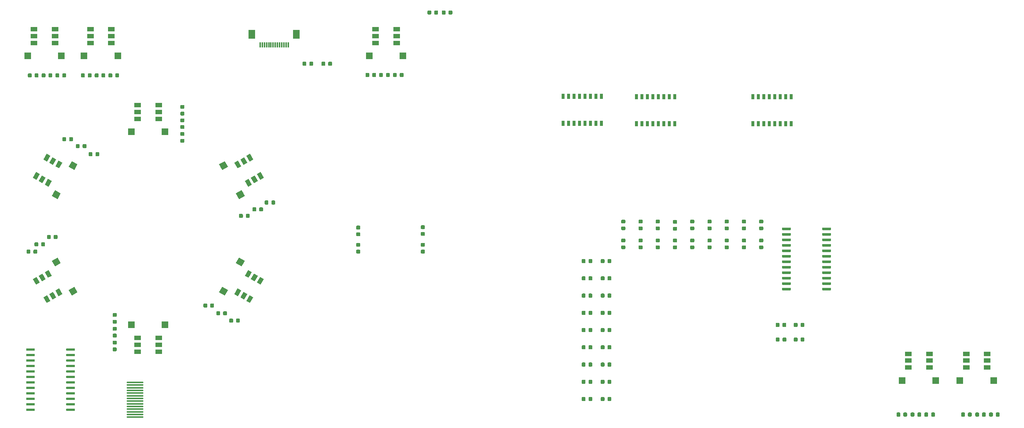
<source format=gbr>
G04 #@! TF.GenerationSoftware,KiCad,Pcbnew,(5.1.4-0-10_14)*
G04 #@! TF.CreationDate,2020-01-02T23:01:08+01:00*
G04 #@! TF.ProjectId,ProgrammerController,50726f67-7261-46d6-9d65-72436f6e7472,rev?*
G04 #@! TF.SameCoordinates,Original*
G04 #@! TF.FileFunction,Paste,Top*
G04 #@! TF.FilePolarity,Positive*
%FSLAX46Y46*%
G04 Gerber Fmt 4.6, Leading zero omitted, Abs format (unit mm)*
G04 Created by KiCad (PCBNEW (5.1.4-0-10_14)) date 2020-01-02 23:01:08*
%MOMM*%
%LPD*%
G04 APERTURE LIST*
%ADD10O,4.000000X0.320000*%
%ADD11R,1.600000X2.000000*%
%ADD12R,0.300000X1.300000*%
%ADD13C,0.100000*%
%ADD14C,0.875000*%
%ADD15C,0.550000*%
%ADD16C,1.000000*%
%ADD17C,1.500000*%
%ADD18R,1.500000X1.000000*%
%ADD19R,1.500000X1.500000*%
%ADD20C,0.600000*%
%ADD21R,0.800000X1.300000*%
G04 APERTURE END LIST*
D10*
X75900000Y-134740000D03*
X75900000Y-135360000D03*
X75900000Y-135980000D03*
X75900000Y-136600000D03*
X75900000Y-137220000D03*
X75900000Y-137840000D03*
X75900000Y-138460000D03*
X75900000Y-139080000D03*
X75900000Y-139700000D03*
X75900000Y-140320000D03*
X75900000Y-140940000D03*
X75900000Y-141560000D03*
X75900000Y-142180000D03*
X75900000Y-142800000D03*
D11*
X103050000Y-53970000D03*
X113350000Y-53970000D03*
D12*
X111450000Y-56450000D03*
X110950000Y-56450000D03*
X110450000Y-56450000D03*
X109950000Y-56450000D03*
X109450000Y-56450000D03*
X108950000Y-56450000D03*
X108450000Y-56450000D03*
X107950000Y-56450000D03*
X107450000Y-56450000D03*
X106950000Y-56450000D03*
X106450000Y-56450000D03*
X105950000Y-56450000D03*
X105450000Y-56450000D03*
X104950000Y-56450000D03*
D13*
G36*
X119840191Y-60326053D02*
G01*
X119861426Y-60329203D01*
X119882250Y-60334419D01*
X119902462Y-60341651D01*
X119921868Y-60350830D01*
X119940281Y-60361866D01*
X119957524Y-60374654D01*
X119973430Y-60389070D01*
X119987846Y-60404976D01*
X120000634Y-60422219D01*
X120011670Y-60440632D01*
X120020849Y-60460038D01*
X120028081Y-60480250D01*
X120033297Y-60501074D01*
X120036447Y-60522309D01*
X120037500Y-60543750D01*
X120037500Y-61056250D01*
X120036447Y-61077691D01*
X120033297Y-61098926D01*
X120028081Y-61119750D01*
X120020849Y-61139962D01*
X120011670Y-61159368D01*
X120000634Y-61177781D01*
X119987846Y-61195024D01*
X119973430Y-61210930D01*
X119957524Y-61225346D01*
X119940281Y-61238134D01*
X119921868Y-61249170D01*
X119902462Y-61258349D01*
X119882250Y-61265581D01*
X119861426Y-61270797D01*
X119840191Y-61273947D01*
X119818750Y-61275000D01*
X119381250Y-61275000D01*
X119359809Y-61273947D01*
X119338574Y-61270797D01*
X119317750Y-61265581D01*
X119297538Y-61258349D01*
X119278132Y-61249170D01*
X119259719Y-61238134D01*
X119242476Y-61225346D01*
X119226570Y-61210930D01*
X119212154Y-61195024D01*
X119199366Y-61177781D01*
X119188330Y-61159368D01*
X119179151Y-61139962D01*
X119171919Y-61119750D01*
X119166703Y-61098926D01*
X119163553Y-61077691D01*
X119162500Y-61056250D01*
X119162500Y-60543750D01*
X119163553Y-60522309D01*
X119166703Y-60501074D01*
X119171919Y-60480250D01*
X119179151Y-60460038D01*
X119188330Y-60440632D01*
X119199366Y-60422219D01*
X119212154Y-60404976D01*
X119226570Y-60389070D01*
X119242476Y-60374654D01*
X119259719Y-60361866D01*
X119278132Y-60350830D01*
X119297538Y-60341651D01*
X119317750Y-60334419D01*
X119338574Y-60329203D01*
X119359809Y-60326053D01*
X119381250Y-60325000D01*
X119818750Y-60325000D01*
X119840191Y-60326053D01*
X119840191Y-60326053D01*
G37*
D14*
X119600000Y-60800000D03*
D13*
G36*
X121415191Y-60326053D02*
G01*
X121436426Y-60329203D01*
X121457250Y-60334419D01*
X121477462Y-60341651D01*
X121496868Y-60350830D01*
X121515281Y-60361866D01*
X121532524Y-60374654D01*
X121548430Y-60389070D01*
X121562846Y-60404976D01*
X121575634Y-60422219D01*
X121586670Y-60440632D01*
X121595849Y-60460038D01*
X121603081Y-60480250D01*
X121608297Y-60501074D01*
X121611447Y-60522309D01*
X121612500Y-60543750D01*
X121612500Y-61056250D01*
X121611447Y-61077691D01*
X121608297Y-61098926D01*
X121603081Y-61119750D01*
X121595849Y-61139962D01*
X121586670Y-61159368D01*
X121575634Y-61177781D01*
X121562846Y-61195024D01*
X121548430Y-61210930D01*
X121532524Y-61225346D01*
X121515281Y-61238134D01*
X121496868Y-61249170D01*
X121477462Y-61258349D01*
X121457250Y-61265581D01*
X121436426Y-61270797D01*
X121415191Y-61273947D01*
X121393750Y-61275000D01*
X120956250Y-61275000D01*
X120934809Y-61273947D01*
X120913574Y-61270797D01*
X120892750Y-61265581D01*
X120872538Y-61258349D01*
X120853132Y-61249170D01*
X120834719Y-61238134D01*
X120817476Y-61225346D01*
X120801570Y-61210930D01*
X120787154Y-61195024D01*
X120774366Y-61177781D01*
X120763330Y-61159368D01*
X120754151Y-61139962D01*
X120746919Y-61119750D01*
X120741703Y-61098926D01*
X120738553Y-61077691D01*
X120737500Y-61056250D01*
X120737500Y-60543750D01*
X120738553Y-60522309D01*
X120741703Y-60501074D01*
X120746919Y-60480250D01*
X120754151Y-60460038D01*
X120763330Y-60440632D01*
X120774366Y-60422219D01*
X120787154Y-60404976D01*
X120801570Y-60389070D01*
X120817476Y-60374654D01*
X120834719Y-60361866D01*
X120853132Y-60350830D01*
X120872538Y-60341651D01*
X120892750Y-60334419D01*
X120913574Y-60329203D01*
X120934809Y-60326053D01*
X120956250Y-60325000D01*
X121393750Y-60325000D01*
X121415191Y-60326053D01*
X121415191Y-60326053D01*
G37*
D14*
X121175000Y-60800000D03*
D13*
G36*
X117027691Y-60326053D02*
G01*
X117048926Y-60329203D01*
X117069750Y-60334419D01*
X117089962Y-60341651D01*
X117109368Y-60350830D01*
X117127781Y-60361866D01*
X117145024Y-60374654D01*
X117160930Y-60389070D01*
X117175346Y-60404976D01*
X117188134Y-60422219D01*
X117199170Y-60440632D01*
X117208349Y-60460038D01*
X117215581Y-60480250D01*
X117220797Y-60501074D01*
X117223947Y-60522309D01*
X117225000Y-60543750D01*
X117225000Y-61056250D01*
X117223947Y-61077691D01*
X117220797Y-61098926D01*
X117215581Y-61119750D01*
X117208349Y-61139962D01*
X117199170Y-61159368D01*
X117188134Y-61177781D01*
X117175346Y-61195024D01*
X117160930Y-61210930D01*
X117145024Y-61225346D01*
X117127781Y-61238134D01*
X117109368Y-61249170D01*
X117089962Y-61258349D01*
X117069750Y-61265581D01*
X117048926Y-61270797D01*
X117027691Y-61273947D01*
X117006250Y-61275000D01*
X116568750Y-61275000D01*
X116547309Y-61273947D01*
X116526074Y-61270797D01*
X116505250Y-61265581D01*
X116485038Y-61258349D01*
X116465632Y-61249170D01*
X116447219Y-61238134D01*
X116429976Y-61225346D01*
X116414070Y-61210930D01*
X116399654Y-61195024D01*
X116386866Y-61177781D01*
X116375830Y-61159368D01*
X116366651Y-61139962D01*
X116359419Y-61119750D01*
X116354203Y-61098926D01*
X116351053Y-61077691D01*
X116350000Y-61056250D01*
X116350000Y-60543750D01*
X116351053Y-60522309D01*
X116354203Y-60501074D01*
X116359419Y-60480250D01*
X116366651Y-60460038D01*
X116375830Y-60440632D01*
X116386866Y-60422219D01*
X116399654Y-60404976D01*
X116414070Y-60389070D01*
X116429976Y-60374654D01*
X116447219Y-60361866D01*
X116465632Y-60350830D01*
X116485038Y-60341651D01*
X116505250Y-60334419D01*
X116526074Y-60329203D01*
X116547309Y-60326053D01*
X116568750Y-60325000D01*
X117006250Y-60325000D01*
X117027691Y-60326053D01*
X117027691Y-60326053D01*
G37*
D14*
X116787500Y-60800000D03*
D13*
G36*
X115452691Y-60326053D02*
G01*
X115473926Y-60329203D01*
X115494750Y-60334419D01*
X115514962Y-60341651D01*
X115534368Y-60350830D01*
X115552781Y-60361866D01*
X115570024Y-60374654D01*
X115585930Y-60389070D01*
X115600346Y-60404976D01*
X115613134Y-60422219D01*
X115624170Y-60440632D01*
X115633349Y-60460038D01*
X115640581Y-60480250D01*
X115645797Y-60501074D01*
X115648947Y-60522309D01*
X115650000Y-60543750D01*
X115650000Y-61056250D01*
X115648947Y-61077691D01*
X115645797Y-61098926D01*
X115640581Y-61119750D01*
X115633349Y-61139962D01*
X115624170Y-61159368D01*
X115613134Y-61177781D01*
X115600346Y-61195024D01*
X115585930Y-61210930D01*
X115570024Y-61225346D01*
X115552781Y-61238134D01*
X115534368Y-61249170D01*
X115514962Y-61258349D01*
X115494750Y-61265581D01*
X115473926Y-61270797D01*
X115452691Y-61273947D01*
X115431250Y-61275000D01*
X114993750Y-61275000D01*
X114972309Y-61273947D01*
X114951074Y-61270797D01*
X114930250Y-61265581D01*
X114910038Y-61258349D01*
X114890632Y-61249170D01*
X114872219Y-61238134D01*
X114854976Y-61225346D01*
X114839070Y-61210930D01*
X114824654Y-61195024D01*
X114811866Y-61177781D01*
X114800830Y-61159368D01*
X114791651Y-61139962D01*
X114784419Y-61119750D01*
X114779203Y-61098926D01*
X114776053Y-61077691D01*
X114775000Y-61056250D01*
X114775000Y-60543750D01*
X114776053Y-60522309D01*
X114779203Y-60501074D01*
X114784419Y-60480250D01*
X114791651Y-60460038D01*
X114800830Y-60440632D01*
X114811866Y-60422219D01*
X114824654Y-60404976D01*
X114839070Y-60389070D01*
X114854976Y-60374654D01*
X114872219Y-60361866D01*
X114890632Y-60350830D01*
X114910038Y-60341651D01*
X114930250Y-60334419D01*
X114951074Y-60329203D01*
X114972309Y-60326053D01*
X114993750Y-60325000D01*
X115431250Y-60325000D01*
X115452691Y-60326053D01*
X115452691Y-60326053D01*
G37*
D14*
X115212500Y-60800000D03*
D13*
G36*
X231015191Y-120926053D02*
G01*
X231036426Y-120929203D01*
X231057250Y-120934419D01*
X231077462Y-120941651D01*
X231096868Y-120950830D01*
X231115281Y-120961866D01*
X231132524Y-120974654D01*
X231148430Y-120989070D01*
X231162846Y-121004976D01*
X231175634Y-121022219D01*
X231186670Y-121040632D01*
X231195849Y-121060038D01*
X231203081Y-121080250D01*
X231208297Y-121101074D01*
X231211447Y-121122309D01*
X231212500Y-121143750D01*
X231212500Y-121656250D01*
X231211447Y-121677691D01*
X231208297Y-121698926D01*
X231203081Y-121719750D01*
X231195849Y-121739962D01*
X231186670Y-121759368D01*
X231175634Y-121777781D01*
X231162846Y-121795024D01*
X231148430Y-121810930D01*
X231132524Y-121825346D01*
X231115281Y-121838134D01*
X231096868Y-121849170D01*
X231077462Y-121858349D01*
X231057250Y-121865581D01*
X231036426Y-121870797D01*
X231015191Y-121873947D01*
X230993750Y-121875000D01*
X230556250Y-121875000D01*
X230534809Y-121873947D01*
X230513574Y-121870797D01*
X230492750Y-121865581D01*
X230472538Y-121858349D01*
X230453132Y-121849170D01*
X230434719Y-121838134D01*
X230417476Y-121825346D01*
X230401570Y-121810930D01*
X230387154Y-121795024D01*
X230374366Y-121777781D01*
X230363330Y-121759368D01*
X230354151Y-121739962D01*
X230346919Y-121719750D01*
X230341703Y-121698926D01*
X230338553Y-121677691D01*
X230337500Y-121656250D01*
X230337500Y-121143750D01*
X230338553Y-121122309D01*
X230341703Y-121101074D01*
X230346919Y-121080250D01*
X230354151Y-121060038D01*
X230363330Y-121040632D01*
X230374366Y-121022219D01*
X230387154Y-121004976D01*
X230401570Y-120989070D01*
X230417476Y-120974654D01*
X230434719Y-120961866D01*
X230453132Y-120950830D01*
X230472538Y-120941651D01*
X230492750Y-120934419D01*
X230513574Y-120929203D01*
X230534809Y-120926053D01*
X230556250Y-120925000D01*
X230993750Y-120925000D01*
X231015191Y-120926053D01*
X231015191Y-120926053D01*
G37*
D14*
X230775000Y-121400000D03*
D13*
G36*
X229440191Y-120926053D02*
G01*
X229461426Y-120929203D01*
X229482250Y-120934419D01*
X229502462Y-120941651D01*
X229521868Y-120950830D01*
X229540281Y-120961866D01*
X229557524Y-120974654D01*
X229573430Y-120989070D01*
X229587846Y-121004976D01*
X229600634Y-121022219D01*
X229611670Y-121040632D01*
X229620849Y-121060038D01*
X229628081Y-121080250D01*
X229633297Y-121101074D01*
X229636447Y-121122309D01*
X229637500Y-121143750D01*
X229637500Y-121656250D01*
X229636447Y-121677691D01*
X229633297Y-121698926D01*
X229628081Y-121719750D01*
X229620849Y-121739962D01*
X229611670Y-121759368D01*
X229600634Y-121777781D01*
X229587846Y-121795024D01*
X229573430Y-121810930D01*
X229557524Y-121825346D01*
X229540281Y-121838134D01*
X229521868Y-121849170D01*
X229502462Y-121858349D01*
X229482250Y-121865581D01*
X229461426Y-121870797D01*
X229440191Y-121873947D01*
X229418750Y-121875000D01*
X228981250Y-121875000D01*
X228959809Y-121873947D01*
X228938574Y-121870797D01*
X228917750Y-121865581D01*
X228897538Y-121858349D01*
X228878132Y-121849170D01*
X228859719Y-121838134D01*
X228842476Y-121825346D01*
X228826570Y-121810930D01*
X228812154Y-121795024D01*
X228799366Y-121777781D01*
X228788330Y-121759368D01*
X228779151Y-121739962D01*
X228771919Y-121719750D01*
X228766703Y-121698926D01*
X228763553Y-121677691D01*
X228762500Y-121656250D01*
X228762500Y-121143750D01*
X228763553Y-121122309D01*
X228766703Y-121101074D01*
X228771919Y-121080250D01*
X228779151Y-121060038D01*
X228788330Y-121040632D01*
X228799366Y-121022219D01*
X228812154Y-121004976D01*
X228826570Y-120989070D01*
X228842476Y-120974654D01*
X228859719Y-120961866D01*
X228878132Y-120950830D01*
X228897538Y-120941651D01*
X228917750Y-120934419D01*
X228938574Y-120929203D01*
X228959809Y-120926053D01*
X228981250Y-120925000D01*
X229418750Y-120925000D01*
X229440191Y-120926053D01*
X229440191Y-120926053D01*
G37*
D14*
X229200000Y-121400000D03*
D13*
G36*
X62865191Y-79426053D02*
G01*
X62886426Y-79429203D01*
X62907250Y-79434419D01*
X62927462Y-79441651D01*
X62946868Y-79450830D01*
X62965281Y-79461866D01*
X62982524Y-79474654D01*
X62998430Y-79489070D01*
X63012846Y-79504976D01*
X63025634Y-79522219D01*
X63036670Y-79540632D01*
X63045849Y-79560038D01*
X63053081Y-79580250D01*
X63058297Y-79601074D01*
X63061447Y-79622309D01*
X63062500Y-79643750D01*
X63062500Y-80156250D01*
X63061447Y-80177691D01*
X63058297Y-80198926D01*
X63053081Y-80219750D01*
X63045849Y-80239962D01*
X63036670Y-80259368D01*
X63025634Y-80277781D01*
X63012846Y-80295024D01*
X62998430Y-80310930D01*
X62982524Y-80325346D01*
X62965281Y-80338134D01*
X62946868Y-80349170D01*
X62927462Y-80358349D01*
X62907250Y-80365581D01*
X62886426Y-80370797D01*
X62865191Y-80373947D01*
X62843750Y-80375000D01*
X62406250Y-80375000D01*
X62384809Y-80373947D01*
X62363574Y-80370797D01*
X62342750Y-80365581D01*
X62322538Y-80358349D01*
X62303132Y-80349170D01*
X62284719Y-80338134D01*
X62267476Y-80325346D01*
X62251570Y-80310930D01*
X62237154Y-80295024D01*
X62224366Y-80277781D01*
X62213330Y-80259368D01*
X62204151Y-80239962D01*
X62196919Y-80219750D01*
X62191703Y-80198926D01*
X62188553Y-80177691D01*
X62187500Y-80156250D01*
X62187500Y-79643750D01*
X62188553Y-79622309D01*
X62191703Y-79601074D01*
X62196919Y-79580250D01*
X62204151Y-79560038D01*
X62213330Y-79540632D01*
X62224366Y-79522219D01*
X62237154Y-79504976D01*
X62251570Y-79489070D01*
X62267476Y-79474654D01*
X62284719Y-79461866D01*
X62303132Y-79450830D01*
X62322538Y-79441651D01*
X62342750Y-79434419D01*
X62363574Y-79429203D01*
X62384809Y-79426053D01*
X62406250Y-79425000D01*
X62843750Y-79425000D01*
X62865191Y-79426053D01*
X62865191Y-79426053D01*
G37*
D14*
X62625000Y-79900000D03*
D13*
G36*
X64440191Y-79426053D02*
G01*
X64461426Y-79429203D01*
X64482250Y-79434419D01*
X64502462Y-79441651D01*
X64521868Y-79450830D01*
X64540281Y-79461866D01*
X64557524Y-79474654D01*
X64573430Y-79489070D01*
X64587846Y-79504976D01*
X64600634Y-79522219D01*
X64611670Y-79540632D01*
X64620849Y-79560038D01*
X64628081Y-79580250D01*
X64633297Y-79601074D01*
X64636447Y-79622309D01*
X64637500Y-79643750D01*
X64637500Y-80156250D01*
X64636447Y-80177691D01*
X64633297Y-80198926D01*
X64628081Y-80219750D01*
X64620849Y-80239962D01*
X64611670Y-80259368D01*
X64600634Y-80277781D01*
X64587846Y-80295024D01*
X64573430Y-80310930D01*
X64557524Y-80325346D01*
X64540281Y-80338134D01*
X64521868Y-80349170D01*
X64502462Y-80358349D01*
X64482250Y-80365581D01*
X64461426Y-80370797D01*
X64440191Y-80373947D01*
X64418750Y-80375000D01*
X63981250Y-80375000D01*
X63959809Y-80373947D01*
X63938574Y-80370797D01*
X63917750Y-80365581D01*
X63897538Y-80358349D01*
X63878132Y-80349170D01*
X63859719Y-80338134D01*
X63842476Y-80325346D01*
X63826570Y-80310930D01*
X63812154Y-80295024D01*
X63799366Y-80277781D01*
X63788330Y-80259368D01*
X63779151Y-80239962D01*
X63771919Y-80219750D01*
X63766703Y-80198926D01*
X63763553Y-80177691D01*
X63762500Y-80156250D01*
X63762500Y-79643750D01*
X63763553Y-79622309D01*
X63766703Y-79601074D01*
X63771919Y-79580250D01*
X63779151Y-79560038D01*
X63788330Y-79540632D01*
X63799366Y-79522219D01*
X63812154Y-79504976D01*
X63826570Y-79489070D01*
X63842476Y-79474654D01*
X63859719Y-79461866D01*
X63878132Y-79450830D01*
X63897538Y-79441651D01*
X63917750Y-79434419D01*
X63938574Y-79429203D01*
X63959809Y-79426053D01*
X63981250Y-79425000D01*
X64418750Y-79425000D01*
X64440191Y-79426053D01*
X64440191Y-79426053D01*
G37*
D14*
X64200000Y-79900000D03*
D13*
G36*
X95465191Y-118226053D02*
G01*
X95486426Y-118229203D01*
X95507250Y-118234419D01*
X95527462Y-118241651D01*
X95546868Y-118250830D01*
X95565281Y-118261866D01*
X95582524Y-118274654D01*
X95598430Y-118289070D01*
X95612846Y-118304976D01*
X95625634Y-118322219D01*
X95636670Y-118340632D01*
X95645849Y-118360038D01*
X95653081Y-118380250D01*
X95658297Y-118401074D01*
X95661447Y-118422309D01*
X95662500Y-118443750D01*
X95662500Y-118956250D01*
X95661447Y-118977691D01*
X95658297Y-118998926D01*
X95653081Y-119019750D01*
X95645849Y-119039962D01*
X95636670Y-119059368D01*
X95625634Y-119077781D01*
X95612846Y-119095024D01*
X95598430Y-119110930D01*
X95582524Y-119125346D01*
X95565281Y-119138134D01*
X95546868Y-119149170D01*
X95527462Y-119158349D01*
X95507250Y-119165581D01*
X95486426Y-119170797D01*
X95465191Y-119173947D01*
X95443750Y-119175000D01*
X95006250Y-119175000D01*
X94984809Y-119173947D01*
X94963574Y-119170797D01*
X94942750Y-119165581D01*
X94922538Y-119158349D01*
X94903132Y-119149170D01*
X94884719Y-119138134D01*
X94867476Y-119125346D01*
X94851570Y-119110930D01*
X94837154Y-119095024D01*
X94824366Y-119077781D01*
X94813330Y-119059368D01*
X94804151Y-119039962D01*
X94796919Y-119019750D01*
X94791703Y-118998926D01*
X94788553Y-118977691D01*
X94787500Y-118956250D01*
X94787500Y-118443750D01*
X94788553Y-118422309D01*
X94791703Y-118401074D01*
X94796919Y-118380250D01*
X94804151Y-118360038D01*
X94813330Y-118340632D01*
X94824366Y-118322219D01*
X94837154Y-118304976D01*
X94851570Y-118289070D01*
X94867476Y-118274654D01*
X94884719Y-118261866D01*
X94903132Y-118250830D01*
X94922538Y-118241651D01*
X94942750Y-118234419D01*
X94963574Y-118229203D01*
X94984809Y-118226053D01*
X95006250Y-118225000D01*
X95443750Y-118225000D01*
X95465191Y-118226053D01*
X95465191Y-118226053D01*
G37*
D14*
X95225000Y-118700000D03*
D13*
G36*
X97040191Y-118226053D02*
G01*
X97061426Y-118229203D01*
X97082250Y-118234419D01*
X97102462Y-118241651D01*
X97121868Y-118250830D01*
X97140281Y-118261866D01*
X97157524Y-118274654D01*
X97173430Y-118289070D01*
X97187846Y-118304976D01*
X97200634Y-118322219D01*
X97211670Y-118340632D01*
X97220849Y-118360038D01*
X97228081Y-118380250D01*
X97233297Y-118401074D01*
X97236447Y-118422309D01*
X97237500Y-118443750D01*
X97237500Y-118956250D01*
X97236447Y-118977691D01*
X97233297Y-118998926D01*
X97228081Y-119019750D01*
X97220849Y-119039962D01*
X97211670Y-119059368D01*
X97200634Y-119077781D01*
X97187846Y-119095024D01*
X97173430Y-119110930D01*
X97157524Y-119125346D01*
X97140281Y-119138134D01*
X97121868Y-119149170D01*
X97102462Y-119158349D01*
X97082250Y-119165581D01*
X97061426Y-119170797D01*
X97040191Y-119173947D01*
X97018750Y-119175000D01*
X96581250Y-119175000D01*
X96559809Y-119173947D01*
X96538574Y-119170797D01*
X96517750Y-119165581D01*
X96497538Y-119158349D01*
X96478132Y-119149170D01*
X96459719Y-119138134D01*
X96442476Y-119125346D01*
X96426570Y-119110930D01*
X96412154Y-119095024D01*
X96399366Y-119077781D01*
X96388330Y-119059368D01*
X96379151Y-119039962D01*
X96371919Y-119019750D01*
X96366703Y-118998926D01*
X96363553Y-118977691D01*
X96362500Y-118956250D01*
X96362500Y-118443750D01*
X96363553Y-118422309D01*
X96366703Y-118401074D01*
X96371919Y-118380250D01*
X96379151Y-118360038D01*
X96388330Y-118340632D01*
X96399366Y-118322219D01*
X96412154Y-118304976D01*
X96426570Y-118289070D01*
X96442476Y-118274654D01*
X96459719Y-118261866D01*
X96478132Y-118250830D01*
X96497538Y-118241651D01*
X96517750Y-118234419D01*
X96538574Y-118229203D01*
X96559809Y-118226053D01*
X96581250Y-118225000D01*
X97018750Y-118225000D01*
X97040191Y-118226053D01*
X97040191Y-118226053D01*
G37*
D14*
X96800000Y-118700000D03*
D13*
G36*
X59740191Y-77826053D02*
G01*
X59761426Y-77829203D01*
X59782250Y-77834419D01*
X59802462Y-77841651D01*
X59821868Y-77850830D01*
X59840281Y-77861866D01*
X59857524Y-77874654D01*
X59873430Y-77889070D01*
X59887846Y-77904976D01*
X59900634Y-77922219D01*
X59911670Y-77940632D01*
X59920849Y-77960038D01*
X59928081Y-77980250D01*
X59933297Y-78001074D01*
X59936447Y-78022309D01*
X59937500Y-78043750D01*
X59937500Y-78556250D01*
X59936447Y-78577691D01*
X59933297Y-78598926D01*
X59928081Y-78619750D01*
X59920849Y-78639962D01*
X59911670Y-78659368D01*
X59900634Y-78677781D01*
X59887846Y-78695024D01*
X59873430Y-78710930D01*
X59857524Y-78725346D01*
X59840281Y-78738134D01*
X59821868Y-78749170D01*
X59802462Y-78758349D01*
X59782250Y-78765581D01*
X59761426Y-78770797D01*
X59740191Y-78773947D01*
X59718750Y-78775000D01*
X59281250Y-78775000D01*
X59259809Y-78773947D01*
X59238574Y-78770797D01*
X59217750Y-78765581D01*
X59197538Y-78758349D01*
X59178132Y-78749170D01*
X59159719Y-78738134D01*
X59142476Y-78725346D01*
X59126570Y-78710930D01*
X59112154Y-78695024D01*
X59099366Y-78677781D01*
X59088330Y-78659368D01*
X59079151Y-78639962D01*
X59071919Y-78619750D01*
X59066703Y-78598926D01*
X59063553Y-78577691D01*
X59062500Y-78556250D01*
X59062500Y-78043750D01*
X59063553Y-78022309D01*
X59066703Y-78001074D01*
X59071919Y-77980250D01*
X59079151Y-77960038D01*
X59088330Y-77940632D01*
X59099366Y-77922219D01*
X59112154Y-77904976D01*
X59126570Y-77889070D01*
X59142476Y-77874654D01*
X59159719Y-77861866D01*
X59178132Y-77850830D01*
X59197538Y-77841651D01*
X59217750Y-77834419D01*
X59238574Y-77829203D01*
X59259809Y-77826053D01*
X59281250Y-77825000D01*
X59718750Y-77825000D01*
X59740191Y-77826053D01*
X59740191Y-77826053D01*
G37*
D14*
X59500000Y-78300000D03*
D13*
G36*
X61315191Y-77826053D02*
G01*
X61336426Y-77829203D01*
X61357250Y-77834419D01*
X61377462Y-77841651D01*
X61396868Y-77850830D01*
X61415281Y-77861866D01*
X61432524Y-77874654D01*
X61448430Y-77889070D01*
X61462846Y-77904976D01*
X61475634Y-77922219D01*
X61486670Y-77940632D01*
X61495849Y-77960038D01*
X61503081Y-77980250D01*
X61508297Y-78001074D01*
X61511447Y-78022309D01*
X61512500Y-78043750D01*
X61512500Y-78556250D01*
X61511447Y-78577691D01*
X61508297Y-78598926D01*
X61503081Y-78619750D01*
X61495849Y-78639962D01*
X61486670Y-78659368D01*
X61475634Y-78677781D01*
X61462846Y-78695024D01*
X61448430Y-78710930D01*
X61432524Y-78725346D01*
X61415281Y-78738134D01*
X61396868Y-78749170D01*
X61377462Y-78758349D01*
X61357250Y-78765581D01*
X61336426Y-78770797D01*
X61315191Y-78773947D01*
X61293750Y-78775000D01*
X60856250Y-78775000D01*
X60834809Y-78773947D01*
X60813574Y-78770797D01*
X60792750Y-78765581D01*
X60772538Y-78758349D01*
X60753132Y-78749170D01*
X60734719Y-78738134D01*
X60717476Y-78725346D01*
X60701570Y-78710930D01*
X60687154Y-78695024D01*
X60674366Y-78677781D01*
X60663330Y-78659368D01*
X60654151Y-78639962D01*
X60646919Y-78619750D01*
X60641703Y-78598926D01*
X60638553Y-78577691D01*
X60637500Y-78556250D01*
X60637500Y-78043750D01*
X60638553Y-78022309D01*
X60641703Y-78001074D01*
X60646919Y-77980250D01*
X60654151Y-77960038D01*
X60663330Y-77940632D01*
X60674366Y-77922219D01*
X60687154Y-77904976D01*
X60701570Y-77889070D01*
X60717476Y-77874654D01*
X60734719Y-77861866D01*
X60753132Y-77850830D01*
X60772538Y-77841651D01*
X60792750Y-77834419D01*
X60813574Y-77829203D01*
X60834809Y-77826053D01*
X60856250Y-77825000D01*
X61293750Y-77825000D01*
X61315191Y-77826053D01*
X61315191Y-77826053D01*
G37*
D14*
X61075000Y-78300000D03*
D13*
G36*
X92465191Y-116426053D02*
G01*
X92486426Y-116429203D01*
X92507250Y-116434419D01*
X92527462Y-116441651D01*
X92546868Y-116450830D01*
X92565281Y-116461866D01*
X92582524Y-116474654D01*
X92598430Y-116489070D01*
X92612846Y-116504976D01*
X92625634Y-116522219D01*
X92636670Y-116540632D01*
X92645849Y-116560038D01*
X92653081Y-116580250D01*
X92658297Y-116601074D01*
X92661447Y-116622309D01*
X92662500Y-116643750D01*
X92662500Y-117156250D01*
X92661447Y-117177691D01*
X92658297Y-117198926D01*
X92653081Y-117219750D01*
X92645849Y-117239962D01*
X92636670Y-117259368D01*
X92625634Y-117277781D01*
X92612846Y-117295024D01*
X92598430Y-117310930D01*
X92582524Y-117325346D01*
X92565281Y-117338134D01*
X92546868Y-117349170D01*
X92527462Y-117358349D01*
X92507250Y-117365581D01*
X92486426Y-117370797D01*
X92465191Y-117373947D01*
X92443750Y-117375000D01*
X92006250Y-117375000D01*
X91984809Y-117373947D01*
X91963574Y-117370797D01*
X91942750Y-117365581D01*
X91922538Y-117358349D01*
X91903132Y-117349170D01*
X91884719Y-117338134D01*
X91867476Y-117325346D01*
X91851570Y-117310930D01*
X91837154Y-117295024D01*
X91824366Y-117277781D01*
X91813330Y-117259368D01*
X91804151Y-117239962D01*
X91796919Y-117219750D01*
X91791703Y-117198926D01*
X91788553Y-117177691D01*
X91787500Y-117156250D01*
X91787500Y-116643750D01*
X91788553Y-116622309D01*
X91791703Y-116601074D01*
X91796919Y-116580250D01*
X91804151Y-116560038D01*
X91813330Y-116540632D01*
X91824366Y-116522219D01*
X91837154Y-116504976D01*
X91851570Y-116489070D01*
X91867476Y-116474654D01*
X91884719Y-116461866D01*
X91903132Y-116450830D01*
X91922538Y-116441651D01*
X91942750Y-116434419D01*
X91963574Y-116429203D01*
X91984809Y-116426053D01*
X92006250Y-116425000D01*
X92443750Y-116425000D01*
X92465191Y-116426053D01*
X92465191Y-116426053D01*
G37*
D14*
X92225000Y-116900000D03*
D13*
G36*
X94040191Y-116426053D02*
G01*
X94061426Y-116429203D01*
X94082250Y-116434419D01*
X94102462Y-116441651D01*
X94121868Y-116450830D01*
X94140281Y-116461866D01*
X94157524Y-116474654D01*
X94173430Y-116489070D01*
X94187846Y-116504976D01*
X94200634Y-116522219D01*
X94211670Y-116540632D01*
X94220849Y-116560038D01*
X94228081Y-116580250D01*
X94233297Y-116601074D01*
X94236447Y-116622309D01*
X94237500Y-116643750D01*
X94237500Y-117156250D01*
X94236447Y-117177691D01*
X94233297Y-117198926D01*
X94228081Y-117219750D01*
X94220849Y-117239962D01*
X94211670Y-117259368D01*
X94200634Y-117277781D01*
X94187846Y-117295024D01*
X94173430Y-117310930D01*
X94157524Y-117325346D01*
X94140281Y-117338134D01*
X94121868Y-117349170D01*
X94102462Y-117358349D01*
X94082250Y-117365581D01*
X94061426Y-117370797D01*
X94040191Y-117373947D01*
X94018750Y-117375000D01*
X93581250Y-117375000D01*
X93559809Y-117373947D01*
X93538574Y-117370797D01*
X93517750Y-117365581D01*
X93497538Y-117358349D01*
X93478132Y-117349170D01*
X93459719Y-117338134D01*
X93442476Y-117325346D01*
X93426570Y-117310930D01*
X93412154Y-117295024D01*
X93399366Y-117277781D01*
X93388330Y-117259368D01*
X93379151Y-117239962D01*
X93371919Y-117219750D01*
X93366703Y-117198926D01*
X93363553Y-117177691D01*
X93362500Y-117156250D01*
X93362500Y-116643750D01*
X93363553Y-116622309D01*
X93366703Y-116601074D01*
X93371919Y-116580250D01*
X93379151Y-116560038D01*
X93388330Y-116540632D01*
X93399366Y-116522219D01*
X93412154Y-116504976D01*
X93426570Y-116489070D01*
X93442476Y-116474654D01*
X93459719Y-116461866D01*
X93478132Y-116450830D01*
X93497538Y-116441651D01*
X93517750Y-116434419D01*
X93538574Y-116429203D01*
X93559809Y-116426053D01*
X93581250Y-116425000D01*
X94018750Y-116425000D01*
X94040191Y-116426053D01*
X94040191Y-116426053D01*
G37*
D14*
X93800000Y-116900000D03*
D13*
G36*
X54840191Y-102226053D02*
G01*
X54861426Y-102229203D01*
X54882250Y-102234419D01*
X54902462Y-102241651D01*
X54921868Y-102250830D01*
X54940281Y-102261866D01*
X54957524Y-102274654D01*
X54973430Y-102289070D01*
X54987846Y-102304976D01*
X55000634Y-102322219D01*
X55011670Y-102340632D01*
X55020849Y-102360038D01*
X55028081Y-102380250D01*
X55033297Y-102401074D01*
X55036447Y-102422309D01*
X55037500Y-102443750D01*
X55037500Y-102956250D01*
X55036447Y-102977691D01*
X55033297Y-102998926D01*
X55028081Y-103019750D01*
X55020849Y-103039962D01*
X55011670Y-103059368D01*
X55000634Y-103077781D01*
X54987846Y-103095024D01*
X54973430Y-103110930D01*
X54957524Y-103125346D01*
X54940281Y-103138134D01*
X54921868Y-103149170D01*
X54902462Y-103158349D01*
X54882250Y-103165581D01*
X54861426Y-103170797D01*
X54840191Y-103173947D01*
X54818750Y-103175000D01*
X54381250Y-103175000D01*
X54359809Y-103173947D01*
X54338574Y-103170797D01*
X54317750Y-103165581D01*
X54297538Y-103158349D01*
X54278132Y-103149170D01*
X54259719Y-103138134D01*
X54242476Y-103125346D01*
X54226570Y-103110930D01*
X54212154Y-103095024D01*
X54199366Y-103077781D01*
X54188330Y-103059368D01*
X54179151Y-103039962D01*
X54171919Y-103019750D01*
X54166703Y-102998926D01*
X54163553Y-102977691D01*
X54162500Y-102956250D01*
X54162500Y-102443750D01*
X54163553Y-102422309D01*
X54166703Y-102401074D01*
X54171919Y-102380250D01*
X54179151Y-102360038D01*
X54188330Y-102340632D01*
X54199366Y-102322219D01*
X54212154Y-102304976D01*
X54226570Y-102289070D01*
X54242476Y-102274654D01*
X54259719Y-102261866D01*
X54278132Y-102250830D01*
X54297538Y-102241651D01*
X54317750Y-102234419D01*
X54338574Y-102229203D01*
X54359809Y-102226053D01*
X54381250Y-102225000D01*
X54818750Y-102225000D01*
X54840191Y-102226053D01*
X54840191Y-102226053D01*
G37*
D14*
X54600000Y-102700000D03*
D13*
G36*
X53265191Y-102226053D02*
G01*
X53286426Y-102229203D01*
X53307250Y-102234419D01*
X53327462Y-102241651D01*
X53346868Y-102250830D01*
X53365281Y-102261866D01*
X53382524Y-102274654D01*
X53398430Y-102289070D01*
X53412846Y-102304976D01*
X53425634Y-102322219D01*
X53436670Y-102340632D01*
X53445849Y-102360038D01*
X53453081Y-102380250D01*
X53458297Y-102401074D01*
X53461447Y-102422309D01*
X53462500Y-102443750D01*
X53462500Y-102956250D01*
X53461447Y-102977691D01*
X53458297Y-102998926D01*
X53453081Y-103019750D01*
X53445849Y-103039962D01*
X53436670Y-103059368D01*
X53425634Y-103077781D01*
X53412846Y-103095024D01*
X53398430Y-103110930D01*
X53382524Y-103125346D01*
X53365281Y-103138134D01*
X53346868Y-103149170D01*
X53327462Y-103158349D01*
X53307250Y-103165581D01*
X53286426Y-103170797D01*
X53265191Y-103173947D01*
X53243750Y-103175000D01*
X52806250Y-103175000D01*
X52784809Y-103173947D01*
X52763574Y-103170797D01*
X52742750Y-103165581D01*
X52722538Y-103158349D01*
X52703132Y-103149170D01*
X52684719Y-103138134D01*
X52667476Y-103125346D01*
X52651570Y-103110930D01*
X52637154Y-103095024D01*
X52624366Y-103077781D01*
X52613330Y-103059368D01*
X52604151Y-103039962D01*
X52596919Y-103019750D01*
X52591703Y-102998926D01*
X52588553Y-102977691D01*
X52587500Y-102956250D01*
X52587500Y-102443750D01*
X52588553Y-102422309D01*
X52591703Y-102401074D01*
X52596919Y-102380250D01*
X52604151Y-102360038D01*
X52613330Y-102340632D01*
X52624366Y-102322219D01*
X52637154Y-102304976D01*
X52651570Y-102289070D01*
X52667476Y-102274654D01*
X52684719Y-102261866D01*
X52703132Y-102250830D01*
X52722538Y-102241651D01*
X52742750Y-102234419D01*
X52763574Y-102229203D01*
X52784809Y-102226053D01*
X52806250Y-102225000D01*
X53243750Y-102225000D01*
X53265191Y-102226053D01*
X53265191Y-102226053D01*
G37*
D14*
X53025000Y-102700000D03*
D13*
G36*
X103840191Y-94126053D02*
G01*
X103861426Y-94129203D01*
X103882250Y-94134419D01*
X103902462Y-94141651D01*
X103921868Y-94150830D01*
X103940281Y-94161866D01*
X103957524Y-94174654D01*
X103973430Y-94189070D01*
X103987846Y-94204976D01*
X104000634Y-94222219D01*
X104011670Y-94240632D01*
X104020849Y-94260038D01*
X104028081Y-94280250D01*
X104033297Y-94301074D01*
X104036447Y-94322309D01*
X104037500Y-94343750D01*
X104037500Y-94856250D01*
X104036447Y-94877691D01*
X104033297Y-94898926D01*
X104028081Y-94919750D01*
X104020849Y-94939962D01*
X104011670Y-94959368D01*
X104000634Y-94977781D01*
X103987846Y-94995024D01*
X103973430Y-95010930D01*
X103957524Y-95025346D01*
X103940281Y-95038134D01*
X103921868Y-95049170D01*
X103902462Y-95058349D01*
X103882250Y-95065581D01*
X103861426Y-95070797D01*
X103840191Y-95073947D01*
X103818750Y-95075000D01*
X103381250Y-95075000D01*
X103359809Y-95073947D01*
X103338574Y-95070797D01*
X103317750Y-95065581D01*
X103297538Y-95058349D01*
X103278132Y-95049170D01*
X103259719Y-95038134D01*
X103242476Y-95025346D01*
X103226570Y-95010930D01*
X103212154Y-94995024D01*
X103199366Y-94977781D01*
X103188330Y-94959368D01*
X103179151Y-94939962D01*
X103171919Y-94919750D01*
X103166703Y-94898926D01*
X103163553Y-94877691D01*
X103162500Y-94856250D01*
X103162500Y-94343750D01*
X103163553Y-94322309D01*
X103166703Y-94301074D01*
X103171919Y-94280250D01*
X103179151Y-94260038D01*
X103188330Y-94240632D01*
X103199366Y-94222219D01*
X103212154Y-94204976D01*
X103226570Y-94189070D01*
X103242476Y-94174654D01*
X103259719Y-94161866D01*
X103278132Y-94150830D01*
X103297538Y-94141651D01*
X103317750Y-94134419D01*
X103338574Y-94129203D01*
X103359809Y-94126053D01*
X103381250Y-94125000D01*
X103818750Y-94125000D01*
X103840191Y-94126053D01*
X103840191Y-94126053D01*
G37*
D14*
X103600000Y-94600000D03*
D13*
G36*
X105415191Y-94126053D02*
G01*
X105436426Y-94129203D01*
X105457250Y-94134419D01*
X105477462Y-94141651D01*
X105496868Y-94150830D01*
X105515281Y-94161866D01*
X105532524Y-94174654D01*
X105548430Y-94189070D01*
X105562846Y-94204976D01*
X105575634Y-94222219D01*
X105586670Y-94240632D01*
X105595849Y-94260038D01*
X105603081Y-94280250D01*
X105608297Y-94301074D01*
X105611447Y-94322309D01*
X105612500Y-94343750D01*
X105612500Y-94856250D01*
X105611447Y-94877691D01*
X105608297Y-94898926D01*
X105603081Y-94919750D01*
X105595849Y-94939962D01*
X105586670Y-94959368D01*
X105575634Y-94977781D01*
X105562846Y-94995024D01*
X105548430Y-95010930D01*
X105532524Y-95025346D01*
X105515281Y-95038134D01*
X105496868Y-95049170D01*
X105477462Y-95058349D01*
X105457250Y-95065581D01*
X105436426Y-95070797D01*
X105415191Y-95073947D01*
X105393750Y-95075000D01*
X104956250Y-95075000D01*
X104934809Y-95073947D01*
X104913574Y-95070797D01*
X104892750Y-95065581D01*
X104872538Y-95058349D01*
X104853132Y-95049170D01*
X104834719Y-95038134D01*
X104817476Y-95025346D01*
X104801570Y-95010930D01*
X104787154Y-94995024D01*
X104774366Y-94977781D01*
X104763330Y-94959368D01*
X104754151Y-94939962D01*
X104746919Y-94919750D01*
X104741703Y-94898926D01*
X104738553Y-94877691D01*
X104737500Y-94856250D01*
X104737500Y-94343750D01*
X104738553Y-94322309D01*
X104741703Y-94301074D01*
X104746919Y-94280250D01*
X104754151Y-94260038D01*
X104763330Y-94240632D01*
X104774366Y-94222219D01*
X104787154Y-94204976D01*
X104801570Y-94189070D01*
X104817476Y-94174654D01*
X104834719Y-94161866D01*
X104853132Y-94150830D01*
X104872538Y-94141651D01*
X104892750Y-94134419D01*
X104913574Y-94129203D01*
X104934809Y-94126053D01*
X104956250Y-94125000D01*
X105393750Y-94125000D01*
X105415191Y-94126053D01*
X105415191Y-94126053D01*
G37*
D14*
X105175000Y-94600000D03*
D13*
G36*
X57740191Y-100526053D02*
G01*
X57761426Y-100529203D01*
X57782250Y-100534419D01*
X57802462Y-100541651D01*
X57821868Y-100550830D01*
X57840281Y-100561866D01*
X57857524Y-100574654D01*
X57873430Y-100589070D01*
X57887846Y-100604976D01*
X57900634Y-100622219D01*
X57911670Y-100640632D01*
X57920849Y-100660038D01*
X57928081Y-100680250D01*
X57933297Y-100701074D01*
X57936447Y-100722309D01*
X57937500Y-100743750D01*
X57937500Y-101256250D01*
X57936447Y-101277691D01*
X57933297Y-101298926D01*
X57928081Y-101319750D01*
X57920849Y-101339962D01*
X57911670Y-101359368D01*
X57900634Y-101377781D01*
X57887846Y-101395024D01*
X57873430Y-101410930D01*
X57857524Y-101425346D01*
X57840281Y-101438134D01*
X57821868Y-101449170D01*
X57802462Y-101458349D01*
X57782250Y-101465581D01*
X57761426Y-101470797D01*
X57740191Y-101473947D01*
X57718750Y-101475000D01*
X57281250Y-101475000D01*
X57259809Y-101473947D01*
X57238574Y-101470797D01*
X57217750Y-101465581D01*
X57197538Y-101458349D01*
X57178132Y-101449170D01*
X57159719Y-101438134D01*
X57142476Y-101425346D01*
X57126570Y-101410930D01*
X57112154Y-101395024D01*
X57099366Y-101377781D01*
X57088330Y-101359368D01*
X57079151Y-101339962D01*
X57071919Y-101319750D01*
X57066703Y-101298926D01*
X57063553Y-101277691D01*
X57062500Y-101256250D01*
X57062500Y-100743750D01*
X57063553Y-100722309D01*
X57066703Y-100701074D01*
X57071919Y-100680250D01*
X57079151Y-100660038D01*
X57088330Y-100640632D01*
X57099366Y-100622219D01*
X57112154Y-100604976D01*
X57126570Y-100589070D01*
X57142476Y-100574654D01*
X57159719Y-100561866D01*
X57178132Y-100550830D01*
X57197538Y-100541651D01*
X57217750Y-100534419D01*
X57238574Y-100529203D01*
X57259809Y-100526053D01*
X57281250Y-100525000D01*
X57718750Y-100525000D01*
X57740191Y-100526053D01*
X57740191Y-100526053D01*
G37*
D14*
X57500000Y-101000000D03*
D13*
G36*
X56165191Y-100526053D02*
G01*
X56186426Y-100529203D01*
X56207250Y-100534419D01*
X56227462Y-100541651D01*
X56246868Y-100550830D01*
X56265281Y-100561866D01*
X56282524Y-100574654D01*
X56298430Y-100589070D01*
X56312846Y-100604976D01*
X56325634Y-100622219D01*
X56336670Y-100640632D01*
X56345849Y-100660038D01*
X56353081Y-100680250D01*
X56358297Y-100701074D01*
X56361447Y-100722309D01*
X56362500Y-100743750D01*
X56362500Y-101256250D01*
X56361447Y-101277691D01*
X56358297Y-101298926D01*
X56353081Y-101319750D01*
X56345849Y-101339962D01*
X56336670Y-101359368D01*
X56325634Y-101377781D01*
X56312846Y-101395024D01*
X56298430Y-101410930D01*
X56282524Y-101425346D01*
X56265281Y-101438134D01*
X56246868Y-101449170D01*
X56227462Y-101458349D01*
X56207250Y-101465581D01*
X56186426Y-101470797D01*
X56165191Y-101473947D01*
X56143750Y-101475000D01*
X55706250Y-101475000D01*
X55684809Y-101473947D01*
X55663574Y-101470797D01*
X55642750Y-101465581D01*
X55622538Y-101458349D01*
X55603132Y-101449170D01*
X55584719Y-101438134D01*
X55567476Y-101425346D01*
X55551570Y-101410930D01*
X55537154Y-101395024D01*
X55524366Y-101377781D01*
X55513330Y-101359368D01*
X55504151Y-101339962D01*
X55496919Y-101319750D01*
X55491703Y-101298926D01*
X55488553Y-101277691D01*
X55487500Y-101256250D01*
X55487500Y-100743750D01*
X55488553Y-100722309D01*
X55491703Y-100701074D01*
X55496919Y-100680250D01*
X55504151Y-100660038D01*
X55513330Y-100640632D01*
X55524366Y-100622219D01*
X55537154Y-100604976D01*
X55551570Y-100589070D01*
X55567476Y-100574654D01*
X55584719Y-100561866D01*
X55603132Y-100550830D01*
X55622538Y-100541651D01*
X55642750Y-100534419D01*
X55663574Y-100529203D01*
X55684809Y-100526053D01*
X55706250Y-100525000D01*
X56143750Y-100525000D01*
X56165191Y-100526053D01*
X56165191Y-100526053D01*
G37*
D14*
X55925000Y-101000000D03*
D13*
G36*
X100740191Y-95626053D02*
G01*
X100761426Y-95629203D01*
X100782250Y-95634419D01*
X100802462Y-95641651D01*
X100821868Y-95650830D01*
X100840281Y-95661866D01*
X100857524Y-95674654D01*
X100873430Y-95689070D01*
X100887846Y-95704976D01*
X100900634Y-95722219D01*
X100911670Y-95740632D01*
X100920849Y-95760038D01*
X100928081Y-95780250D01*
X100933297Y-95801074D01*
X100936447Y-95822309D01*
X100937500Y-95843750D01*
X100937500Y-96356250D01*
X100936447Y-96377691D01*
X100933297Y-96398926D01*
X100928081Y-96419750D01*
X100920849Y-96439962D01*
X100911670Y-96459368D01*
X100900634Y-96477781D01*
X100887846Y-96495024D01*
X100873430Y-96510930D01*
X100857524Y-96525346D01*
X100840281Y-96538134D01*
X100821868Y-96549170D01*
X100802462Y-96558349D01*
X100782250Y-96565581D01*
X100761426Y-96570797D01*
X100740191Y-96573947D01*
X100718750Y-96575000D01*
X100281250Y-96575000D01*
X100259809Y-96573947D01*
X100238574Y-96570797D01*
X100217750Y-96565581D01*
X100197538Y-96558349D01*
X100178132Y-96549170D01*
X100159719Y-96538134D01*
X100142476Y-96525346D01*
X100126570Y-96510930D01*
X100112154Y-96495024D01*
X100099366Y-96477781D01*
X100088330Y-96459368D01*
X100079151Y-96439962D01*
X100071919Y-96419750D01*
X100066703Y-96398926D01*
X100063553Y-96377691D01*
X100062500Y-96356250D01*
X100062500Y-95843750D01*
X100063553Y-95822309D01*
X100066703Y-95801074D01*
X100071919Y-95780250D01*
X100079151Y-95760038D01*
X100088330Y-95740632D01*
X100099366Y-95722219D01*
X100112154Y-95704976D01*
X100126570Y-95689070D01*
X100142476Y-95674654D01*
X100159719Y-95661866D01*
X100178132Y-95650830D01*
X100197538Y-95641651D01*
X100217750Y-95634419D01*
X100238574Y-95629203D01*
X100259809Y-95626053D01*
X100281250Y-95625000D01*
X100718750Y-95625000D01*
X100740191Y-95626053D01*
X100740191Y-95626053D01*
G37*
D14*
X100500000Y-96100000D03*
D13*
G36*
X102315191Y-95626053D02*
G01*
X102336426Y-95629203D01*
X102357250Y-95634419D01*
X102377462Y-95641651D01*
X102396868Y-95650830D01*
X102415281Y-95661866D01*
X102432524Y-95674654D01*
X102448430Y-95689070D01*
X102462846Y-95704976D01*
X102475634Y-95722219D01*
X102486670Y-95740632D01*
X102495849Y-95760038D01*
X102503081Y-95780250D01*
X102508297Y-95801074D01*
X102511447Y-95822309D01*
X102512500Y-95843750D01*
X102512500Y-96356250D01*
X102511447Y-96377691D01*
X102508297Y-96398926D01*
X102503081Y-96419750D01*
X102495849Y-96439962D01*
X102486670Y-96459368D01*
X102475634Y-96477781D01*
X102462846Y-96495024D01*
X102448430Y-96510930D01*
X102432524Y-96525346D01*
X102415281Y-96538134D01*
X102396868Y-96549170D01*
X102377462Y-96558349D01*
X102357250Y-96565581D01*
X102336426Y-96570797D01*
X102315191Y-96573947D01*
X102293750Y-96575000D01*
X101856250Y-96575000D01*
X101834809Y-96573947D01*
X101813574Y-96570797D01*
X101792750Y-96565581D01*
X101772538Y-96558349D01*
X101753132Y-96549170D01*
X101734719Y-96538134D01*
X101717476Y-96525346D01*
X101701570Y-96510930D01*
X101687154Y-96495024D01*
X101674366Y-96477781D01*
X101663330Y-96459368D01*
X101654151Y-96439962D01*
X101646919Y-96419750D01*
X101641703Y-96398926D01*
X101638553Y-96377691D01*
X101637500Y-96356250D01*
X101637500Y-95843750D01*
X101638553Y-95822309D01*
X101641703Y-95801074D01*
X101646919Y-95780250D01*
X101654151Y-95760038D01*
X101663330Y-95740632D01*
X101674366Y-95722219D01*
X101687154Y-95704976D01*
X101701570Y-95689070D01*
X101717476Y-95674654D01*
X101734719Y-95661866D01*
X101753132Y-95650830D01*
X101772538Y-95641651D01*
X101792750Y-95634419D01*
X101813574Y-95629203D01*
X101834809Y-95626053D01*
X101856250Y-95625000D01*
X102293750Y-95625000D01*
X102315191Y-95626053D01*
X102315191Y-95626053D01*
G37*
D14*
X102075000Y-96100000D03*
D13*
G36*
X71477691Y-121863553D02*
G01*
X71498926Y-121866703D01*
X71519750Y-121871919D01*
X71539962Y-121879151D01*
X71559368Y-121888330D01*
X71577781Y-121899366D01*
X71595024Y-121912154D01*
X71610930Y-121926570D01*
X71625346Y-121942476D01*
X71638134Y-121959719D01*
X71649170Y-121978132D01*
X71658349Y-121997538D01*
X71665581Y-122017750D01*
X71670797Y-122038574D01*
X71673947Y-122059809D01*
X71675000Y-122081250D01*
X71675000Y-122518750D01*
X71673947Y-122540191D01*
X71670797Y-122561426D01*
X71665581Y-122582250D01*
X71658349Y-122602462D01*
X71649170Y-122621868D01*
X71638134Y-122640281D01*
X71625346Y-122657524D01*
X71610930Y-122673430D01*
X71595024Y-122687846D01*
X71577781Y-122700634D01*
X71559368Y-122711670D01*
X71539962Y-122720849D01*
X71519750Y-122728081D01*
X71498926Y-122733297D01*
X71477691Y-122736447D01*
X71456250Y-122737500D01*
X70943750Y-122737500D01*
X70922309Y-122736447D01*
X70901074Y-122733297D01*
X70880250Y-122728081D01*
X70860038Y-122720849D01*
X70840632Y-122711670D01*
X70822219Y-122700634D01*
X70804976Y-122687846D01*
X70789070Y-122673430D01*
X70774654Y-122657524D01*
X70761866Y-122640281D01*
X70750830Y-122621868D01*
X70741651Y-122602462D01*
X70734419Y-122582250D01*
X70729203Y-122561426D01*
X70726053Y-122540191D01*
X70725000Y-122518750D01*
X70725000Y-122081250D01*
X70726053Y-122059809D01*
X70729203Y-122038574D01*
X70734419Y-122017750D01*
X70741651Y-121997538D01*
X70750830Y-121978132D01*
X70761866Y-121959719D01*
X70774654Y-121942476D01*
X70789070Y-121926570D01*
X70804976Y-121912154D01*
X70822219Y-121899366D01*
X70840632Y-121888330D01*
X70860038Y-121879151D01*
X70880250Y-121871919D01*
X70901074Y-121866703D01*
X70922309Y-121863553D01*
X70943750Y-121862500D01*
X71456250Y-121862500D01*
X71477691Y-121863553D01*
X71477691Y-121863553D01*
G37*
D14*
X71200000Y-122300000D03*
D13*
G36*
X71477691Y-123438553D02*
G01*
X71498926Y-123441703D01*
X71519750Y-123446919D01*
X71539962Y-123454151D01*
X71559368Y-123463330D01*
X71577781Y-123474366D01*
X71595024Y-123487154D01*
X71610930Y-123501570D01*
X71625346Y-123517476D01*
X71638134Y-123534719D01*
X71649170Y-123553132D01*
X71658349Y-123572538D01*
X71665581Y-123592750D01*
X71670797Y-123613574D01*
X71673947Y-123634809D01*
X71675000Y-123656250D01*
X71675000Y-124093750D01*
X71673947Y-124115191D01*
X71670797Y-124136426D01*
X71665581Y-124157250D01*
X71658349Y-124177462D01*
X71649170Y-124196868D01*
X71638134Y-124215281D01*
X71625346Y-124232524D01*
X71610930Y-124248430D01*
X71595024Y-124262846D01*
X71577781Y-124275634D01*
X71559368Y-124286670D01*
X71539962Y-124295849D01*
X71519750Y-124303081D01*
X71498926Y-124308297D01*
X71477691Y-124311447D01*
X71456250Y-124312500D01*
X70943750Y-124312500D01*
X70922309Y-124311447D01*
X70901074Y-124308297D01*
X70880250Y-124303081D01*
X70860038Y-124295849D01*
X70840632Y-124286670D01*
X70822219Y-124275634D01*
X70804976Y-124262846D01*
X70789070Y-124248430D01*
X70774654Y-124232524D01*
X70761866Y-124215281D01*
X70750830Y-124196868D01*
X70741651Y-124177462D01*
X70734419Y-124157250D01*
X70729203Y-124136426D01*
X70726053Y-124115191D01*
X70725000Y-124093750D01*
X70725000Y-123656250D01*
X70726053Y-123634809D01*
X70729203Y-123613574D01*
X70734419Y-123592750D01*
X70741651Y-123572538D01*
X70750830Y-123553132D01*
X70761866Y-123534719D01*
X70774654Y-123517476D01*
X70789070Y-123501570D01*
X70804976Y-123487154D01*
X70822219Y-123474366D01*
X70840632Y-123463330D01*
X70860038Y-123454151D01*
X70880250Y-123446919D01*
X70901074Y-123441703D01*
X70922309Y-123438553D01*
X70943750Y-123437500D01*
X71456250Y-123437500D01*
X71477691Y-123438553D01*
X71477691Y-123438553D01*
G37*
D14*
X71200000Y-123875000D03*
D13*
G36*
X87177691Y-75063553D02*
G01*
X87198926Y-75066703D01*
X87219750Y-75071919D01*
X87239962Y-75079151D01*
X87259368Y-75088330D01*
X87277781Y-75099366D01*
X87295024Y-75112154D01*
X87310930Y-75126570D01*
X87325346Y-75142476D01*
X87338134Y-75159719D01*
X87349170Y-75178132D01*
X87358349Y-75197538D01*
X87365581Y-75217750D01*
X87370797Y-75238574D01*
X87373947Y-75259809D01*
X87375000Y-75281250D01*
X87375000Y-75718750D01*
X87373947Y-75740191D01*
X87370797Y-75761426D01*
X87365581Y-75782250D01*
X87358349Y-75802462D01*
X87349170Y-75821868D01*
X87338134Y-75840281D01*
X87325346Y-75857524D01*
X87310930Y-75873430D01*
X87295024Y-75887846D01*
X87277781Y-75900634D01*
X87259368Y-75911670D01*
X87239962Y-75920849D01*
X87219750Y-75928081D01*
X87198926Y-75933297D01*
X87177691Y-75936447D01*
X87156250Y-75937500D01*
X86643750Y-75937500D01*
X86622309Y-75936447D01*
X86601074Y-75933297D01*
X86580250Y-75928081D01*
X86560038Y-75920849D01*
X86540632Y-75911670D01*
X86522219Y-75900634D01*
X86504976Y-75887846D01*
X86489070Y-75873430D01*
X86474654Y-75857524D01*
X86461866Y-75840281D01*
X86450830Y-75821868D01*
X86441651Y-75802462D01*
X86434419Y-75782250D01*
X86429203Y-75761426D01*
X86426053Y-75740191D01*
X86425000Y-75718750D01*
X86425000Y-75281250D01*
X86426053Y-75259809D01*
X86429203Y-75238574D01*
X86434419Y-75217750D01*
X86441651Y-75197538D01*
X86450830Y-75178132D01*
X86461866Y-75159719D01*
X86474654Y-75142476D01*
X86489070Y-75126570D01*
X86504976Y-75112154D01*
X86522219Y-75099366D01*
X86540632Y-75088330D01*
X86560038Y-75079151D01*
X86580250Y-75071919D01*
X86601074Y-75066703D01*
X86622309Y-75063553D01*
X86643750Y-75062500D01*
X87156250Y-75062500D01*
X87177691Y-75063553D01*
X87177691Y-75063553D01*
G37*
D14*
X86900000Y-75500000D03*
D13*
G36*
X87177691Y-73488553D02*
G01*
X87198926Y-73491703D01*
X87219750Y-73496919D01*
X87239962Y-73504151D01*
X87259368Y-73513330D01*
X87277781Y-73524366D01*
X87295024Y-73537154D01*
X87310930Y-73551570D01*
X87325346Y-73567476D01*
X87338134Y-73584719D01*
X87349170Y-73603132D01*
X87358349Y-73622538D01*
X87365581Y-73642750D01*
X87370797Y-73663574D01*
X87373947Y-73684809D01*
X87375000Y-73706250D01*
X87375000Y-74143750D01*
X87373947Y-74165191D01*
X87370797Y-74186426D01*
X87365581Y-74207250D01*
X87358349Y-74227462D01*
X87349170Y-74246868D01*
X87338134Y-74265281D01*
X87325346Y-74282524D01*
X87310930Y-74298430D01*
X87295024Y-74312846D01*
X87277781Y-74325634D01*
X87259368Y-74336670D01*
X87239962Y-74345849D01*
X87219750Y-74353081D01*
X87198926Y-74358297D01*
X87177691Y-74361447D01*
X87156250Y-74362500D01*
X86643750Y-74362500D01*
X86622309Y-74361447D01*
X86601074Y-74358297D01*
X86580250Y-74353081D01*
X86560038Y-74345849D01*
X86540632Y-74336670D01*
X86522219Y-74325634D01*
X86504976Y-74312846D01*
X86489070Y-74298430D01*
X86474654Y-74282524D01*
X86461866Y-74265281D01*
X86450830Y-74246868D01*
X86441651Y-74227462D01*
X86434419Y-74207250D01*
X86429203Y-74186426D01*
X86426053Y-74165191D01*
X86425000Y-74143750D01*
X86425000Y-73706250D01*
X86426053Y-73684809D01*
X86429203Y-73663574D01*
X86434419Y-73642750D01*
X86441651Y-73622538D01*
X86450830Y-73603132D01*
X86461866Y-73584719D01*
X86474654Y-73567476D01*
X86489070Y-73551570D01*
X86504976Y-73537154D01*
X86522219Y-73524366D01*
X86540632Y-73513330D01*
X86560038Y-73504151D01*
X86580250Y-73496919D01*
X86601074Y-73491703D01*
X86622309Y-73488553D01*
X86643750Y-73487500D01*
X87156250Y-73487500D01*
X87177691Y-73488553D01*
X87177691Y-73488553D01*
G37*
D14*
X86900000Y-73925000D03*
D13*
G36*
X147765191Y-48426053D02*
G01*
X147786426Y-48429203D01*
X147807250Y-48434419D01*
X147827462Y-48441651D01*
X147846868Y-48450830D01*
X147865281Y-48461866D01*
X147882524Y-48474654D01*
X147898430Y-48489070D01*
X147912846Y-48504976D01*
X147925634Y-48522219D01*
X147936670Y-48540632D01*
X147945849Y-48560038D01*
X147953081Y-48580250D01*
X147958297Y-48601074D01*
X147961447Y-48622309D01*
X147962500Y-48643750D01*
X147962500Y-49156250D01*
X147961447Y-49177691D01*
X147958297Y-49198926D01*
X147953081Y-49219750D01*
X147945849Y-49239962D01*
X147936670Y-49259368D01*
X147925634Y-49277781D01*
X147912846Y-49295024D01*
X147898430Y-49310930D01*
X147882524Y-49325346D01*
X147865281Y-49338134D01*
X147846868Y-49349170D01*
X147827462Y-49358349D01*
X147807250Y-49365581D01*
X147786426Y-49370797D01*
X147765191Y-49373947D01*
X147743750Y-49375000D01*
X147306250Y-49375000D01*
X147284809Y-49373947D01*
X147263574Y-49370797D01*
X147242750Y-49365581D01*
X147222538Y-49358349D01*
X147203132Y-49349170D01*
X147184719Y-49338134D01*
X147167476Y-49325346D01*
X147151570Y-49310930D01*
X147137154Y-49295024D01*
X147124366Y-49277781D01*
X147113330Y-49259368D01*
X147104151Y-49239962D01*
X147096919Y-49219750D01*
X147091703Y-49198926D01*
X147088553Y-49177691D01*
X147087500Y-49156250D01*
X147087500Y-48643750D01*
X147088553Y-48622309D01*
X147091703Y-48601074D01*
X147096919Y-48580250D01*
X147104151Y-48560038D01*
X147113330Y-48540632D01*
X147124366Y-48522219D01*
X147137154Y-48504976D01*
X147151570Y-48489070D01*
X147167476Y-48474654D01*
X147184719Y-48461866D01*
X147203132Y-48450830D01*
X147222538Y-48441651D01*
X147242750Y-48434419D01*
X147263574Y-48429203D01*
X147284809Y-48426053D01*
X147306250Y-48425000D01*
X147743750Y-48425000D01*
X147765191Y-48426053D01*
X147765191Y-48426053D01*
G37*
D14*
X147525000Y-48900000D03*
D13*
G36*
X149340191Y-48426053D02*
G01*
X149361426Y-48429203D01*
X149382250Y-48434419D01*
X149402462Y-48441651D01*
X149421868Y-48450830D01*
X149440281Y-48461866D01*
X149457524Y-48474654D01*
X149473430Y-48489070D01*
X149487846Y-48504976D01*
X149500634Y-48522219D01*
X149511670Y-48540632D01*
X149520849Y-48560038D01*
X149528081Y-48580250D01*
X149533297Y-48601074D01*
X149536447Y-48622309D01*
X149537500Y-48643750D01*
X149537500Y-49156250D01*
X149536447Y-49177691D01*
X149533297Y-49198926D01*
X149528081Y-49219750D01*
X149520849Y-49239962D01*
X149511670Y-49259368D01*
X149500634Y-49277781D01*
X149487846Y-49295024D01*
X149473430Y-49310930D01*
X149457524Y-49325346D01*
X149440281Y-49338134D01*
X149421868Y-49349170D01*
X149402462Y-49358349D01*
X149382250Y-49365581D01*
X149361426Y-49370797D01*
X149340191Y-49373947D01*
X149318750Y-49375000D01*
X148881250Y-49375000D01*
X148859809Y-49373947D01*
X148838574Y-49370797D01*
X148817750Y-49365581D01*
X148797538Y-49358349D01*
X148778132Y-49349170D01*
X148759719Y-49338134D01*
X148742476Y-49325346D01*
X148726570Y-49310930D01*
X148712154Y-49295024D01*
X148699366Y-49277781D01*
X148688330Y-49259368D01*
X148679151Y-49239962D01*
X148671919Y-49219750D01*
X148666703Y-49198926D01*
X148663553Y-49177691D01*
X148662500Y-49156250D01*
X148662500Y-48643750D01*
X148663553Y-48622309D01*
X148666703Y-48601074D01*
X148671919Y-48580250D01*
X148679151Y-48560038D01*
X148688330Y-48540632D01*
X148699366Y-48522219D01*
X148712154Y-48504976D01*
X148726570Y-48489070D01*
X148742476Y-48474654D01*
X148759719Y-48461866D01*
X148778132Y-48450830D01*
X148797538Y-48441651D01*
X148817750Y-48434419D01*
X148838574Y-48429203D01*
X148859809Y-48426053D01*
X148881250Y-48425000D01*
X149318750Y-48425000D01*
X149340191Y-48426053D01*
X149340191Y-48426053D01*
G37*
D14*
X149100000Y-48900000D03*
D13*
G36*
X134815191Y-62926053D02*
G01*
X134836426Y-62929203D01*
X134857250Y-62934419D01*
X134877462Y-62941651D01*
X134896868Y-62950830D01*
X134915281Y-62961866D01*
X134932524Y-62974654D01*
X134948430Y-62989070D01*
X134962846Y-63004976D01*
X134975634Y-63022219D01*
X134986670Y-63040632D01*
X134995849Y-63060038D01*
X135003081Y-63080250D01*
X135008297Y-63101074D01*
X135011447Y-63122309D01*
X135012500Y-63143750D01*
X135012500Y-63656250D01*
X135011447Y-63677691D01*
X135008297Y-63698926D01*
X135003081Y-63719750D01*
X134995849Y-63739962D01*
X134986670Y-63759368D01*
X134975634Y-63777781D01*
X134962846Y-63795024D01*
X134948430Y-63810930D01*
X134932524Y-63825346D01*
X134915281Y-63838134D01*
X134896868Y-63849170D01*
X134877462Y-63858349D01*
X134857250Y-63865581D01*
X134836426Y-63870797D01*
X134815191Y-63873947D01*
X134793750Y-63875000D01*
X134356250Y-63875000D01*
X134334809Y-63873947D01*
X134313574Y-63870797D01*
X134292750Y-63865581D01*
X134272538Y-63858349D01*
X134253132Y-63849170D01*
X134234719Y-63838134D01*
X134217476Y-63825346D01*
X134201570Y-63810930D01*
X134187154Y-63795024D01*
X134174366Y-63777781D01*
X134163330Y-63759368D01*
X134154151Y-63739962D01*
X134146919Y-63719750D01*
X134141703Y-63698926D01*
X134138553Y-63677691D01*
X134137500Y-63656250D01*
X134137500Y-63143750D01*
X134138553Y-63122309D01*
X134141703Y-63101074D01*
X134146919Y-63080250D01*
X134154151Y-63060038D01*
X134163330Y-63040632D01*
X134174366Y-63022219D01*
X134187154Y-63004976D01*
X134201570Y-62989070D01*
X134217476Y-62974654D01*
X134234719Y-62961866D01*
X134253132Y-62950830D01*
X134272538Y-62941651D01*
X134292750Y-62934419D01*
X134313574Y-62929203D01*
X134334809Y-62926053D01*
X134356250Y-62925000D01*
X134793750Y-62925000D01*
X134815191Y-62926053D01*
X134815191Y-62926053D01*
G37*
D14*
X134575000Y-63400000D03*
D13*
G36*
X133240191Y-62926053D02*
G01*
X133261426Y-62929203D01*
X133282250Y-62934419D01*
X133302462Y-62941651D01*
X133321868Y-62950830D01*
X133340281Y-62961866D01*
X133357524Y-62974654D01*
X133373430Y-62989070D01*
X133387846Y-63004976D01*
X133400634Y-63022219D01*
X133411670Y-63040632D01*
X133420849Y-63060038D01*
X133428081Y-63080250D01*
X133433297Y-63101074D01*
X133436447Y-63122309D01*
X133437500Y-63143750D01*
X133437500Y-63656250D01*
X133436447Y-63677691D01*
X133433297Y-63698926D01*
X133428081Y-63719750D01*
X133420849Y-63739962D01*
X133411670Y-63759368D01*
X133400634Y-63777781D01*
X133387846Y-63795024D01*
X133373430Y-63810930D01*
X133357524Y-63825346D01*
X133340281Y-63838134D01*
X133321868Y-63849170D01*
X133302462Y-63858349D01*
X133282250Y-63865581D01*
X133261426Y-63870797D01*
X133240191Y-63873947D01*
X133218750Y-63875000D01*
X132781250Y-63875000D01*
X132759809Y-63873947D01*
X132738574Y-63870797D01*
X132717750Y-63865581D01*
X132697538Y-63858349D01*
X132678132Y-63849170D01*
X132659719Y-63838134D01*
X132642476Y-63825346D01*
X132626570Y-63810930D01*
X132612154Y-63795024D01*
X132599366Y-63777781D01*
X132588330Y-63759368D01*
X132579151Y-63739962D01*
X132571919Y-63719750D01*
X132566703Y-63698926D01*
X132563553Y-63677691D01*
X132562500Y-63656250D01*
X132562500Y-63143750D01*
X132563553Y-63122309D01*
X132566703Y-63101074D01*
X132571919Y-63080250D01*
X132579151Y-63060038D01*
X132588330Y-63040632D01*
X132599366Y-63022219D01*
X132612154Y-63004976D01*
X132626570Y-62989070D01*
X132642476Y-62974654D01*
X132659719Y-62961866D01*
X132678132Y-62950830D01*
X132697538Y-62941651D01*
X132717750Y-62934419D01*
X132738574Y-62929203D01*
X132759809Y-62926053D01*
X132781250Y-62925000D01*
X133218750Y-62925000D01*
X133240191Y-62926053D01*
X133240191Y-62926053D01*
G37*
D14*
X133000000Y-63400000D03*
D13*
G36*
X138015191Y-62926053D02*
G01*
X138036426Y-62929203D01*
X138057250Y-62934419D01*
X138077462Y-62941651D01*
X138096868Y-62950830D01*
X138115281Y-62961866D01*
X138132524Y-62974654D01*
X138148430Y-62989070D01*
X138162846Y-63004976D01*
X138175634Y-63022219D01*
X138186670Y-63040632D01*
X138195849Y-63060038D01*
X138203081Y-63080250D01*
X138208297Y-63101074D01*
X138211447Y-63122309D01*
X138212500Y-63143750D01*
X138212500Y-63656250D01*
X138211447Y-63677691D01*
X138208297Y-63698926D01*
X138203081Y-63719750D01*
X138195849Y-63739962D01*
X138186670Y-63759368D01*
X138175634Y-63777781D01*
X138162846Y-63795024D01*
X138148430Y-63810930D01*
X138132524Y-63825346D01*
X138115281Y-63838134D01*
X138096868Y-63849170D01*
X138077462Y-63858349D01*
X138057250Y-63865581D01*
X138036426Y-63870797D01*
X138015191Y-63873947D01*
X137993750Y-63875000D01*
X137556250Y-63875000D01*
X137534809Y-63873947D01*
X137513574Y-63870797D01*
X137492750Y-63865581D01*
X137472538Y-63858349D01*
X137453132Y-63849170D01*
X137434719Y-63838134D01*
X137417476Y-63825346D01*
X137401570Y-63810930D01*
X137387154Y-63795024D01*
X137374366Y-63777781D01*
X137363330Y-63759368D01*
X137354151Y-63739962D01*
X137346919Y-63719750D01*
X137341703Y-63698926D01*
X137338553Y-63677691D01*
X137337500Y-63656250D01*
X137337500Y-63143750D01*
X137338553Y-63122309D01*
X137341703Y-63101074D01*
X137346919Y-63080250D01*
X137354151Y-63060038D01*
X137363330Y-63040632D01*
X137374366Y-63022219D01*
X137387154Y-63004976D01*
X137401570Y-62989070D01*
X137417476Y-62974654D01*
X137434719Y-62961866D01*
X137453132Y-62950830D01*
X137472538Y-62941651D01*
X137492750Y-62934419D01*
X137513574Y-62929203D01*
X137534809Y-62926053D01*
X137556250Y-62925000D01*
X137993750Y-62925000D01*
X138015191Y-62926053D01*
X138015191Y-62926053D01*
G37*
D14*
X137775000Y-63400000D03*
D13*
G36*
X136440191Y-62926053D02*
G01*
X136461426Y-62929203D01*
X136482250Y-62934419D01*
X136502462Y-62941651D01*
X136521868Y-62950830D01*
X136540281Y-62961866D01*
X136557524Y-62974654D01*
X136573430Y-62989070D01*
X136587846Y-63004976D01*
X136600634Y-63022219D01*
X136611670Y-63040632D01*
X136620849Y-63060038D01*
X136628081Y-63080250D01*
X136633297Y-63101074D01*
X136636447Y-63122309D01*
X136637500Y-63143750D01*
X136637500Y-63656250D01*
X136636447Y-63677691D01*
X136633297Y-63698926D01*
X136628081Y-63719750D01*
X136620849Y-63739962D01*
X136611670Y-63759368D01*
X136600634Y-63777781D01*
X136587846Y-63795024D01*
X136573430Y-63810930D01*
X136557524Y-63825346D01*
X136540281Y-63838134D01*
X136521868Y-63849170D01*
X136502462Y-63858349D01*
X136482250Y-63865581D01*
X136461426Y-63870797D01*
X136440191Y-63873947D01*
X136418750Y-63875000D01*
X135981250Y-63875000D01*
X135959809Y-63873947D01*
X135938574Y-63870797D01*
X135917750Y-63865581D01*
X135897538Y-63858349D01*
X135878132Y-63849170D01*
X135859719Y-63838134D01*
X135842476Y-63825346D01*
X135826570Y-63810930D01*
X135812154Y-63795024D01*
X135799366Y-63777781D01*
X135788330Y-63759368D01*
X135779151Y-63739962D01*
X135771919Y-63719750D01*
X135766703Y-63698926D01*
X135763553Y-63677691D01*
X135762500Y-63656250D01*
X135762500Y-63143750D01*
X135763553Y-63122309D01*
X135766703Y-63101074D01*
X135771919Y-63080250D01*
X135779151Y-63060038D01*
X135788330Y-63040632D01*
X135799366Y-63022219D01*
X135812154Y-63004976D01*
X135826570Y-62989070D01*
X135842476Y-62974654D01*
X135859719Y-62961866D01*
X135878132Y-62950830D01*
X135897538Y-62941651D01*
X135917750Y-62934419D01*
X135938574Y-62929203D01*
X135959809Y-62926053D01*
X135981250Y-62925000D01*
X136418750Y-62925000D01*
X136440191Y-62926053D01*
X136440191Y-62926053D01*
G37*
D14*
X136200000Y-63400000D03*
D13*
G36*
X231015191Y-124326053D02*
G01*
X231036426Y-124329203D01*
X231057250Y-124334419D01*
X231077462Y-124341651D01*
X231096868Y-124350830D01*
X231115281Y-124361866D01*
X231132524Y-124374654D01*
X231148430Y-124389070D01*
X231162846Y-124404976D01*
X231175634Y-124422219D01*
X231186670Y-124440632D01*
X231195849Y-124460038D01*
X231203081Y-124480250D01*
X231208297Y-124501074D01*
X231211447Y-124522309D01*
X231212500Y-124543750D01*
X231212500Y-125056250D01*
X231211447Y-125077691D01*
X231208297Y-125098926D01*
X231203081Y-125119750D01*
X231195849Y-125139962D01*
X231186670Y-125159368D01*
X231175634Y-125177781D01*
X231162846Y-125195024D01*
X231148430Y-125210930D01*
X231132524Y-125225346D01*
X231115281Y-125238134D01*
X231096868Y-125249170D01*
X231077462Y-125258349D01*
X231057250Y-125265581D01*
X231036426Y-125270797D01*
X231015191Y-125273947D01*
X230993750Y-125275000D01*
X230556250Y-125275000D01*
X230534809Y-125273947D01*
X230513574Y-125270797D01*
X230492750Y-125265581D01*
X230472538Y-125258349D01*
X230453132Y-125249170D01*
X230434719Y-125238134D01*
X230417476Y-125225346D01*
X230401570Y-125210930D01*
X230387154Y-125195024D01*
X230374366Y-125177781D01*
X230363330Y-125159368D01*
X230354151Y-125139962D01*
X230346919Y-125119750D01*
X230341703Y-125098926D01*
X230338553Y-125077691D01*
X230337500Y-125056250D01*
X230337500Y-124543750D01*
X230338553Y-124522309D01*
X230341703Y-124501074D01*
X230346919Y-124480250D01*
X230354151Y-124460038D01*
X230363330Y-124440632D01*
X230374366Y-124422219D01*
X230387154Y-124404976D01*
X230401570Y-124389070D01*
X230417476Y-124374654D01*
X230434719Y-124361866D01*
X230453132Y-124350830D01*
X230472538Y-124341651D01*
X230492750Y-124334419D01*
X230513574Y-124329203D01*
X230534809Y-124326053D01*
X230556250Y-124325000D01*
X230993750Y-124325000D01*
X231015191Y-124326053D01*
X231015191Y-124326053D01*
G37*
D14*
X230775000Y-124800000D03*
D13*
G36*
X229440191Y-124326053D02*
G01*
X229461426Y-124329203D01*
X229482250Y-124334419D01*
X229502462Y-124341651D01*
X229521868Y-124350830D01*
X229540281Y-124361866D01*
X229557524Y-124374654D01*
X229573430Y-124389070D01*
X229587846Y-124404976D01*
X229600634Y-124422219D01*
X229611670Y-124440632D01*
X229620849Y-124460038D01*
X229628081Y-124480250D01*
X229633297Y-124501074D01*
X229636447Y-124522309D01*
X229637500Y-124543750D01*
X229637500Y-125056250D01*
X229636447Y-125077691D01*
X229633297Y-125098926D01*
X229628081Y-125119750D01*
X229620849Y-125139962D01*
X229611670Y-125159368D01*
X229600634Y-125177781D01*
X229587846Y-125195024D01*
X229573430Y-125210930D01*
X229557524Y-125225346D01*
X229540281Y-125238134D01*
X229521868Y-125249170D01*
X229502462Y-125258349D01*
X229482250Y-125265581D01*
X229461426Y-125270797D01*
X229440191Y-125273947D01*
X229418750Y-125275000D01*
X228981250Y-125275000D01*
X228959809Y-125273947D01*
X228938574Y-125270797D01*
X228917750Y-125265581D01*
X228897538Y-125258349D01*
X228878132Y-125249170D01*
X228859719Y-125238134D01*
X228842476Y-125225346D01*
X228826570Y-125210930D01*
X228812154Y-125195024D01*
X228799366Y-125177781D01*
X228788330Y-125159368D01*
X228779151Y-125139962D01*
X228771919Y-125119750D01*
X228766703Y-125098926D01*
X228763553Y-125077691D01*
X228762500Y-125056250D01*
X228762500Y-124543750D01*
X228763553Y-124522309D01*
X228766703Y-124501074D01*
X228771919Y-124480250D01*
X228779151Y-124460038D01*
X228788330Y-124440632D01*
X228799366Y-124422219D01*
X228812154Y-124404976D01*
X228826570Y-124389070D01*
X228842476Y-124374654D01*
X228859719Y-124361866D01*
X228878132Y-124350830D01*
X228897538Y-124341651D01*
X228917750Y-124334419D01*
X228938574Y-124329203D01*
X228959809Y-124326053D01*
X228981250Y-124325000D01*
X229418750Y-124325000D01*
X229440191Y-124326053D01*
X229440191Y-124326053D01*
G37*
D14*
X229200000Y-124800000D03*
D13*
G36*
X180240191Y-106126053D02*
G01*
X180261426Y-106129203D01*
X180282250Y-106134419D01*
X180302462Y-106141651D01*
X180321868Y-106150830D01*
X180340281Y-106161866D01*
X180357524Y-106174654D01*
X180373430Y-106189070D01*
X180387846Y-106204976D01*
X180400634Y-106222219D01*
X180411670Y-106240632D01*
X180420849Y-106260038D01*
X180428081Y-106280250D01*
X180433297Y-106301074D01*
X180436447Y-106322309D01*
X180437500Y-106343750D01*
X180437500Y-106856250D01*
X180436447Y-106877691D01*
X180433297Y-106898926D01*
X180428081Y-106919750D01*
X180420849Y-106939962D01*
X180411670Y-106959368D01*
X180400634Y-106977781D01*
X180387846Y-106995024D01*
X180373430Y-107010930D01*
X180357524Y-107025346D01*
X180340281Y-107038134D01*
X180321868Y-107049170D01*
X180302462Y-107058349D01*
X180282250Y-107065581D01*
X180261426Y-107070797D01*
X180240191Y-107073947D01*
X180218750Y-107075000D01*
X179781250Y-107075000D01*
X179759809Y-107073947D01*
X179738574Y-107070797D01*
X179717750Y-107065581D01*
X179697538Y-107058349D01*
X179678132Y-107049170D01*
X179659719Y-107038134D01*
X179642476Y-107025346D01*
X179626570Y-107010930D01*
X179612154Y-106995024D01*
X179599366Y-106977781D01*
X179588330Y-106959368D01*
X179579151Y-106939962D01*
X179571919Y-106919750D01*
X179566703Y-106898926D01*
X179563553Y-106877691D01*
X179562500Y-106856250D01*
X179562500Y-106343750D01*
X179563553Y-106322309D01*
X179566703Y-106301074D01*
X179571919Y-106280250D01*
X179579151Y-106260038D01*
X179588330Y-106240632D01*
X179599366Y-106222219D01*
X179612154Y-106204976D01*
X179626570Y-106189070D01*
X179642476Y-106174654D01*
X179659719Y-106161866D01*
X179678132Y-106150830D01*
X179697538Y-106141651D01*
X179717750Y-106134419D01*
X179738574Y-106129203D01*
X179759809Y-106126053D01*
X179781250Y-106125000D01*
X180218750Y-106125000D01*
X180240191Y-106126053D01*
X180240191Y-106126053D01*
G37*
D14*
X180000000Y-106600000D03*
D13*
G36*
X181815191Y-106126053D02*
G01*
X181836426Y-106129203D01*
X181857250Y-106134419D01*
X181877462Y-106141651D01*
X181896868Y-106150830D01*
X181915281Y-106161866D01*
X181932524Y-106174654D01*
X181948430Y-106189070D01*
X181962846Y-106204976D01*
X181975634Y-106222219D01*
X181986670Y-106240632D01*
X181995849Y-106260038D01*
X182003081Y-106280250D01*
X182008297Y-106301074D01*
X182011447Y-106322309D01*
X182012500Y-106343750D01*
X182012500Y-106856250D01*
X182011447Y-106877691D01*
X182008297Y-106898926D01*
X182003081Y-106919750D01*
X181995849Y-106939962D01*
X181986670Y-106959368D01*
X181975634Y-106977781D01*
X181962846Y-106995024D01*
X181948430Y-107010930D01*
X181932524Y-107025346D01*
X181915281Y-107038134D01*
X181896868Y-107049170D01*
X181877462Y-107058349D01*
X181857250Y-107065581D01*
X181836426Y-107070797D01*
X181815191Y-107073947D01*
X181793750Y-107075000D01*
X181356250Y-107075000D01*
X181334809Y-107073947D01*
X181313574Y-107070797D01*
X181292750Y-107065581D01*
X181272538Y-107058349D01*
X181253132Y-107049170D01*
X181234719Y-107038134D01*
X181217476Y-107025346D01*
X181201570Y-107010930D01*
X181187154Y-106995024D01*
X181174366Y-106977781D01*
X181163330Y-106959368D01*
X181154151Y-106939962D01*
X181146919Y-106919750D01*
X181141703Y-106898926D01*
X181138553Y-106877691D01*
X181137500Y-106856250D01*
X181137500Y-106343750D01*
X181138553Y-106322309D01*
X181141703Y-106301074D01*
X181146919Y-106280250D01*
X181154151Y-106260038D01*
X181163330Y-106240632D01*
X181174366Y-106222219D01*
X181187154Y-106204976D01*
X181201570Y-106189070D01*
X181217476Y-106174654D01*
X181234719Y-106161866D01*
X181253132Y-106150830D01*
X181272538Y-106141651D01*
X181292750Y-106134419D01*
X181313574Y-106129203D01*
X181334809Y-106126053D01*
X181356250Y-106125000D01*
X181793750Y-106125000D01*
X181815191Y-106126053D01*
X181815191Y-106126053D01*
G37*
D14*
X181575000Y-106600000D03*
D13*
G36*
X180240191Y-110126053D02*
G01*
X180261426Y-110129203D01*
X180282250Y-110134419D01*
X180302462Y-110141651D01*
X180321868Y-110150830D01*
X180340281Y-110161866D01*
X180357524Y-110174654D01*
X180373430Y-110189070D01*
X180387846Y-110204976D01*
X180400634Y-110222219D01*
X180411670Y-110240632D01*
X180420849Y-110260038D01*
X180428081Y-110280250D01*
X180433297Y-110301074D01*
X180436447Y-110322309D01*
X180437500Y-110343750D01*
X180437500Y-110856250D01*
X180436447Y-110877691D01*
X180433297Y-110898926D01*
X180428081Y-110919750D01*
X180420849Y-110939962D01*
X180411670Y-110959368D01*
X180400634Y-110977781D01*
X180387846Y-110995024D01*
X180373430Y-111010930D01*
X180357524Y-111025346D01*
X180340281Y-111038134D01*
X180321868Y-111049170D01*
X180302462Y-111058349D01*
X180282250Y-111065581D01*
X180261426Y-111070797D01*
X180240191Y-111073947D01*
X180218750Y-111075000D01*
X179781250Y-111075000D01*
X179759809Y-111073947D01*
X179738574Y-111070797D01*
X179717750Y-111065581D01*
X179697538Y-111058349D01*
X179678132Y-111049170D01*
X179659719Y-111038134D01*
X179642476Y-111025346D01*
X179626570Y-111010930D01*
X179612154Y-110995024D01*
X179599366Y-110977781D01*
X179588330Y-110959368D01*
X179579151Y-110939962D01*
X179571919Y-110919750D01*
X179566703Y-110898926D01*
X179563553Y-110877691D01*
X179562500Y-110856250D01*
X179562500Y-110343750D01*
X179563553Y-110322309D01*
X179566703Y-110301074D01*
X179571919Y-110280250D01*
X179579151Y-110260038D01*
X179588330Y-110240632D01*
X179599366Y-110222219D01*
X179612154Y-110204976D01*
X179626570Y-110189070D01*
X179642476Y-110174654D01*
X179659719Y-110161866D01*
X179678132Y-110150830D01*
X179697538Y-110141651D01*
X179717750Y-110134419D01*
X179738574Y-110129203D01*
X179759809Y-110126053D01*
X179781250Y-110125000D01*
X180218750Y-110125000D01*
X180240191Y-110126053D01*
X180240191Y-110126053D01*
G37*
D14*
X180000000Y-110600000D03*
D13*
G36*
X181815191Y-110126053D02*
G01*
X181836426Y-110129203D01*
X181857250Y-110134419D01*
X181877462Y-110141651D01*
X181896868Y-110150830D01*
X181915281Y-110161866D01*
X181932524Y-110174654D01*
X181948430Y-110189070D01*
X181962846Y-110204976D01*
X181975634Y-110222219D01*
X181986670Y-110240632D01*
X181995849Y-110260038D01*
X182003081Y-110280250D01*
X182008297Y-110301074D01*
X182011447Y-110322309D01*
X182012500Y-110343750D01*
X182012500Y-110856250D01*
X182011447Y-110877691D01*
X182008297Y-110898926D01*
X182003081Y-110919750D01*
X181995849Y-110939962D01*
X181986670Y-110959368D01*
X181975634Y-110977781D01*
X181962846Y-110995024D01*
X181948430Y-111010930D01*
X181932524Y-111025346D01*
X181915281Y-111038134D01*
X181896868Y-111049170D01*
X181877462Y-111058349D01*
X181857250Y-111065581D01*
X181836426Y-111070797D01*
X181815191Y-111073947D01*
X181793750Y-111075000D01*
X181356250Y-111075000D01*
X181334809Y-111073947D01*
X181313574Y-111070797D01*
X181292750Y-111065581D01*
X181272538Y-111058349D01*
X181253132Y-111049170D01*
X181234719Y-111038134D01*
X181217476Y-111025346D01*
X181201570Y-111010930D01*
X181187154Y-110995024D01*
X181174366Y-110977781D01*
X181163330Y-110959368D01*
X181154151Y-110939962D01*
X181146919Y-110919750D01*
X181141703Y-110898926D01*
X181138553Y-110877691D01*
X181137500Y-110856250D01*
X181137500Y-110343750D01*
X181138553Y-110322309D01*
X181141703Y-110301074D01*
X181146919Y-110280250D01*
X181154151Y-110260038D01*
X181163330Y-110240632D01*
X181174366Y-110222219D01*
X181187154Y-110204976D01*
X181201570Y-110189070D01*
X181217476Y-110174654D01*
X181234719Y-110161866D01*
X181253132Y-110150830D01*
X181272538Y-110141651D01*
X181292750Y-110134419D01*
X181313574Y-110129203D01*
X181334809Y-110126053D01*
X181356250Y-110125000D01*
X181793750Y-110125000D01*
X181815191Y-110126053D01*
X181815191Y-110126053D01*
G37*
D14*
X181575000Y-110600000D03*
D13*
G36*
X180240191Y-114126053D02*
G01*
X180261426Y-114129203D01*
X180282250Y-114134419D01*
X180302462Y-114141651D01*
X180321868Y-114150830D01*
X180340281Y-114161866D01*
X180357524Y-114174654D01*
X180373430Y-114189070D01*
X180387846Y-114204976D01*
X180400634Y-114222219D01*
X180411670Y-114240632D01*
X180420849Y-114260038D01*
X180428081Y-114280250D01*
X180433297Y-114301074D01*
X180436447Y-114322309D01*
X180437500Y-114343750D01*
X180437500Y-114856250D01*
X180436447Y-114877691D01*
X180433297Y-114898926D01*
X180428081Y-114919750D01*
X180420849Y-114939962D01*
X180411670Y-114959368D01*
X180400634Y-114977781D01*
X180387846Y-114995024D01*
X180373430Y-115010930D01*
X180357524Y-115025346D01*
X180340281Y-115038134D01*
X180321868Y-115049170D01*
X180302462Y-115058349D01*
X180282250Y-115065581D01*
X180261426Y-115070797D01*
X180240191Y-115073947D01*
X180218750Y-115075000D01*
X179781250Y-115075000D01*
X179759809Y-115073947D01*
X179738574Y-115070797D01*
X179717750Y-115065581D01*
X179697538Y-115058349D01*
X179678132Y-115049170D01*
X179659719Y-115038134D01*
X179642476Y-115025346D01*
X179626570Y-115010930D01*
X179612154Y-114995024D01*
X179599366Y-114977781D01*
X179588330Y-114959368D01*
X179579151Y-114939962D01*
X179571919Y-114919750D01*
X179566703Y-114898926D01*
X179563553Y-114877691D01*
X179562500Y-114856250D01*
X179562500Y-114343750D01*
X179563553Y-114322309D01*
X179566703Y-114301074D01*
X179571919Y-114280250D01*
X179579151Y-114260038D01*
X179588330Y-114240632D01*
X179599366Y-114222219D01*
X179612154Y-114204976D01*
X179626570Y-114189070D01*
X179642476Y-114174654D01*
X179659719Y-114161866D01*
X179678132Y-114150830D01*
X179697538Y-114141651D01*
X179717750Y-114134419D01*
X179738574Y-114129203D01*
X179759809Y-114126053D01*
X179781250Y-114125000D01*
X180218750Y-114125000D01*
X180240191Y-114126053D01*
X180240191Y-114126053D01*
G37*
D14*
X180000000Y-114600000D03*
D13*
G36*
X181815191Y-114126053D02*
G01*
X181836426Y-114129203D01*
X181857250Y-114134419D01*
X181877462Y-114141651D01*
X181896868Y-114150830D01*
X181915281Y-114161866D01*
X181932524Y-114174654D01*
X181948430Y-114189070D01*
X181962846Y-114204976D01*
X181975634Y-114222219D01*
X181986670Y-114240632D01*
X181995849Y-114260038D01*
X182003081Y-114280250D01*
X182008297Y-114301074D01*
X182011447Y-114322309D01*
X182012500Y-114343750D01*
X182012500Y-114856250D01*
X182011447Y-114877691D01*
X182008297Y-114898926D01*
X182003081Y-114919750D01*
X181995849Y-114939962D01*
X181986670Y-114959368D01*
X181975634Y-114977781D01*
X181962846Y-114995024D01*
X181948430Y-115010930D01*
X181932524Y-115025346D01*
X181915281Y-115038134D01*
X181896868Y-115049170D01*
X181877462Y-115058349D01*
X181857250Y-115065581D01*
X181836426Y-115070797D01*
X181815191Y-115073947D01*
X181793750Y-115075000D01*
X181356250Y-115075000D01*
X181334809Y-115073947D01*
X181313574Y-115070797D01*
X181292750Y-115065581D01*
X181272538Y-115058349D01*
X181253132Y-115049170D01*
X181234719Y-115038134D01*
X181217476Y-115025346D01*
X181201570Y-115010930D01*
X181187154Y-114995024D01*
X181174366Y-114977781D01*
X181163330Y-114959368D01*
X181154151Y-114939962D01*
X181146919Y-114919750D01*
X181141703Y-114898926D01*
X181138553Y-114877691D01*
X181137500Y-114856250D01*
X181137500Y-114343750D01*
X181138553Y-114322309D01*
X181141703Y-114301074D01*
X181146919Y-114280250D01*
X181154151Y-114260038D01*
X181163330Y-114240632D01*
X181174366Y-114222219D01*
X181187154Y-114204976D01*
X181201570Y-114189070D01*
X181217476Y-114174654D01*
X181234719Y-114161866D01*
X181253132Y-114150830D01*
X181272538Y-114141651D01*
X181292750Y-114134419D01*
X181313574Y-114129203D01*
X181334809Y-114126053D01*
X181356250Y-114125000D01*
X181793750Y-114125000D01*
X181815191Y-114126053D01*
X181815191Y-114126053D01*
G37*
D14*
X181575000Y-114600000D03*
D13*
G36*
X180240191Y-118126053D02*
G01*
X180261426Y-118129203D01*
X180282250Y-118134419D01*
X180302462Y-118141651D01*
X180321868Y-118150830D01*
X180340281Y-118161866D01*
X180357524Y-118174654D01*
X180373430Y-118189070D01*
X180387846Y-118204976D01*
X180400634Y-118222219D01*
X180411670Y-118240632D01*
X180420849Y-118260038D01*
X180428081Y-118280250D01*
X180433297Y-118301074D01*
X180436447Y-118322309D01*
X180437500Y-118343750D01*
X180437500Y-118856250D01*
X180436447Y-118877691D01*
X180433297Y-118898926D01*
X180428081Y-118919750D01*
X180420849Y-118939962D01*
X180411670Y-118959368D01*
X180400634Y-118977781D01*
X180387846Y-118995024D01*
X180373430Y-119010930D01*
X180357524Y-119025346D01*
X180340281Y-119038134D01*
X180321868Y-119049170D01*
X180302462Y-119058349D01*
X180282250Y-119065581D01*
X180261426Y-119070797D01*
X180240191Y-119073947D01*
X180218750Y-119075000D01*
X179781250Y-119075000D01*
X179759809Y-119073947D01*
X179738574Y-119070797D01*
X179717750Y-119065581D01*
X179697538Y-119058349D01*
X179678132Y-119049170D01*
X179659719Y-119038134D01*
X179642476Y-119025346D01*
X179626570Y-119010930D01*
X179612154Y-118995024D01*
X179599366Y-118977781D01*
X179588330Y-118959368D01*
X179579151Y-118939962D01*
X179571919Y-118919750D01*
X179566703Y-118898926D01*
X179563553Y-118877691D01*
X179562500Y-118856250D01*
X179562500Y-118343750D01*
X179563553Y-118322309D01*
X179566703Y-118301074D01*
X179571919Y-118280250D01*
X179579151Y-118260038D01*
X179588330Y-118240632D01*
X179599366Y-118222219D01*
X179612154Y-118204976D01*
X179626570Y-118189070D01*
X179642476Y-118174654D01*
X179659719Y-118161866D01*
X179678132Y-118150830D01*
X179697538Y-118141651D01*
X179717750Y-118134419D01*
X179738574Y-118129203D01*
X179759809Y-118126053D01*
X179781250Y-118125000D01*
X180218750Y-118125000D01*
X180240191Y-118126053D01*
X180240191Y-118126053D01*
G37*
D14*
X180000000Y-118600000D03*
D13*
G36*
X181815191Y-118126053D02*
G01*
X181836426Y-118129203D01*
X181857250Y-118134419D01*
X181877462Y-118141651D01*
X181896868Y-118150830D01*
X181915281Y-118161866D01*
X181932524Y-118174654D01*
X181948430Y-118189070D01*
X181962846Y-118204976D01*
X181975634Y-118222219D01*
X181986670Y-118240632D01*
X181995849Y-118260038D01*
X182003081Y-118280250D01*
X182008297Y-118301074D01*
X182011447Y-118322309D01*
X182012500Y-118343750D01*
X182012500Y-118856250D01*
X182011447Y-118877691D01*
X182008297Y-118898926D01*
X182003081Y-118919750D01*
X181995849Y-118939962D01*
X181986670Y-118959368D01*
X181975634Y-118977781D01*
X181962846Y-118995024D01*
X181948430Y-119010930D01*
X181932524Y-119025346D01*
X181915281Y-119038134D01*
X181896868Y-119049170D01*
X181877462Y-119058349D01*
X181857250Y-119065581D01*
X181836426Y-119070797D01*
X181815191Y-119073947D01*
X181793750Y-119075000D01*
X181356250Y-119075000D01*
X181334809Y-119073947D01*
X181313574Y-119070797D01*
X181292750Y-119065581D01*
X181272538Y-119058349D01*
X181253132Y-119049170D01*
X181234719Y-119038134D01*
X181217476Y-119025346D01*
X181201570Y-119010930D01*
X181187154Y-118995024D01*
X181174366Y-118977781D01*
X181163330Y-118959368D01*
X181154151Y-118939962D01*
X181146919Y-118919750D01*
X181141703Y-118898926D01*
X181138553Y-118877691D01*
X181137500Y-118856250D01*
X181137500Y-118343750D01*
X181138553Y-118322309D01*
X181141703Y-118301074D01*
X181146919Y-118280250D01*
X181154151Y-118260038D01*
X181163330Y-118240632D01*
X181174366Y-118222219D01*
X181187154Y-118204976D01*
X181201570Y-118189070D01*
X181217476Y-118174654D01*
X181234719Y-118161866D01*
X181253132Y-118150830D01*
X181272538Y-118141651D01*
X181292750Y-118134419D01*
X181313574Y-118129203D01*
X181334809Y-118126053D01*
X181356250Y-118125000D01*
X181793750Y-118125000D01*
X181815191Y-118126053D01*
X181815191Y-118126053D01*
G37*
D14*
X181575000Y-118600000D03*
D13*
G36*
X180240191Y-122126053D02*
G01*
X180261426Y-122129203D01*
X180282250Y-122134419D01*
X180302462Y-122141651D01*
X180321868Y-122150830D01*
X180340281Y-122161866D01*
X180357524Y-122174654D01*
X180373430Y-122189070D01*
X180387846Y-122204976D01*
X180400634Y-122222219D01*
X180411670Y-122240632D01*
X180420849Y-122260038D01*
X180428081Y-122280250D01*
X180433297Y-122301074D01*
X180436447Y-122322309D01*
X180437500Y-122343750D01*
X180437500Y-122856250D01*
X180436447Y-122877691D01*
X180433297Y-122898926D01*
X180428081Y-122919750D01*
X180420849Y-122939962D01*
X180411670Y-122959368D01*
X180400634Y-122977781D01*
X180387846Y-122995024D01*
X180373430Y-123010930D01*
X180357524Y-123025346D01*
X180340281Y-123038134D01*
X180321868Y-123049170D01*
X180302462Y-123058349D01*
X180282250Y-123065581D01*
X180261426Y-123070797D01*
X180240191Y-123073947D01*
X180218750Y-123075000D01*
X179781250Y-123075000D01*
X179759809Y-123073947D01*
X179738574Y-123070797D01*
X179717750Y-123065581D01*
X179697538Y-123058349D01*
X179678132Y-123049170D01*
X179659719Y-123038134D01*
X179642476Y-123025346D01*
X179626570Y-123010930D01*
X179612154Y-122995024D01*
X179599366Y-122977781D01*
X179588330Y-122959368D01*
X179579151Y-122939962D01*
X179571919Y-122919750D01*
X179566703Y-122898926D01*
X179563553Y-122877691D01*
X179562500Y-122856250D01*
X179562500Y-122343750D01*
X179563553Y-122322309D01*
X179566703Y-122301074D01*
X179571919Y-122280250D01*
X179579151Y-122260038D01*
X179588330Y-122240632D01*
X179599366Y-122222219D01*
X179612154Y-122204976D01*
X179626570Y-122189070D01*
X179642476Y-122174654D01*
X179659719Y-122161866D01*
X179678132Y-122150830D01*
X179697538Y-122141651D01*
X179717750Y-122134419D01*
X179738574Y-122129203D01*
X179759809Y-122126053D01*
X179781250Y-122125000D01*
X180218750Y-122125000D01*
X180240191Y-122126053D01*
X180240191Y-122126053D01*
G37*
D14*
X180000000Y-122600000D03*
D13*
G36*
X181815191Y-122126053D02*
G01*
X181836426Y-122129203D01*
X181857250Y-122134419D01*
X181877462Y-122141651D01*
X181896868Y-122150830D01*
X181915281Y-122161866D01*
X181932524Y-122174654D01*
X181948430Y-122189070D01*
X181962846Y-122204976D01*
X181975634Y-122222219D01*
X181986670Y-122240632D01*
X181995849Y-122260038D01*
X182003081Y-122280250D01*
X182008297Y-122301074D01*
X182011447Y-122322309D01*
X182012500Y-122343750D01*
X182012500Y-122856250D01*
X182011447Y-122877691D01*
X182008297Y-122898926D01*
X182003081Y-122919750D01*
X181995849Y-122939962D01*
X181986670Y-122959368D01*
X181975634Y-122977781D01*
X181962846Y-122995024D01*
X181948430Y-123010930D01*
X181932524Y-123025346D01*
X181915281Y-123038134D01*
X181896868Y-123049170D01*
X181877462Y-123058349D01*
X181857250Y-123065581D01*
X181836426Y-123070797D01*
X181815191Y-123073947D01*
X181793750Y-123075000D01*
X181356250Y-123075000D01*
X181334809Y-123073947D01*
X181313574Y-123070797D01*
X181292750Y-123065581D01*
X181272538Y-123058349D01*
X181253132Y-123049170D01*
X181234719Y-123038134D01*
X181217476Y-123025346D01*
X181201570Y-123010930D01*
X181187154Y-122995024D01*
X181174366Y-122977781D01*
X181163330Y-122959368D01*
X181154151Y-122939962D01*
X181146919Y-122919750D01*
X181141703Y-122898926D01*
X181138553Y-122877691D01*
X181137500Y-122856250D01*
X181137500Y-122343750D01*
X181138553Y-122322309D01*
X181141703Y-122301074D01*
X181146919Y-122280250D01*
X181154151Y-122260038D01*
X181163330Y-122240632D01*
X181174366Y-122222219D01*
X181187154Y-122204976D01*
X181201570Y-122189070D01*
X181217476Y-122174654D01*
X181234719Y-122161866D01*
X181253132Y-122150830D01*
X181272538Y-122141651D01*
X181292750Y-122134419D01*
X181313574Y-122129203D01*
X181334809Y-122126053D01*
X181356250Y-122125000D01*
X181793750Y-122125000D01*
X181815191Y-122126053D01*
X181815191Y-122126053D01*
G37*
D14*
X181575000Y-122600000D03*
D13*
G36*
X180240191Y-126126053D02*
G01*
X180261426Y-126129203D01*
X180282250Y-126134419D01*
X180302462Y-126141651D01*
X180321868Y-126150830D01*
X180340281Y-126161866D01*
X180357524Y-126174654D01*
X180373430Y-126189070D01*
X180387846Y-126204976D01*
X180400634Y-126222219D01*
X180411670Y-126240632D01*
X180420849Y-126260038D01*
X180428081Y-126280250D01*
X180433297Y-126301074D01*
X180436447Y-126322309D01*
X180437500Y-126343750D01*
X180437500Y-126856250D01*
X180436447Y-126877691D01*
X180433297Y-126898926D01*
X180428081Y-126919750D01*
X180420849Y-126939962D01*
X180411670Y-126959368D01*
X180400634Y-126977781D01*
X180387846Y-126995024D01*
X180373430Y-127010930D01*
X180357524Y-127025346D01*
X180340281Y-127038134D01*
X180321868Y-127049170D01*
X180302462Y-127058349D01*
X180282250Y-127065581D01*
X180261426Y-127070797D01*
X180240191Y-127073947D01*
X180218750Y-127075000D01*
X179781250Y-127075000D01*
X179759809Y-127073947D01*
X179738574Y-127070797D01*
X179717750Y-127065581D01*
X179697538Y-127058349D01*
X179678132Y-127049170D01*
X179659719Y-127038134D01*
X179642476Y-127025346D01*
X179626570Y-127010930D01*
X179612154Y-126995024D01*
X179599366Y-126977781D01*
X179588330Y-126959368D01*
X179579151Y-126939962D01*
X179571919Y-126919750D01*
X179566703Y-126898926D01*
X179563553Y-126877691D01*
X179562500Y-126856250D01*
X179562500Y-126343750D01*
X179563553Y-126322309D01*
X179566703Y-126301074D01*
X179571919Y-126280250D01*
X179579151Y-126260038D01*
X179588330Y-126240632D01*
X179599366Y-126222219D01*
X179612154Y-126204976D01*
X179626570Y-126189070D01*
X179642476Y-126174654D01*
X179659719Y-126161866D01*
X179678132Y-126150830D01*
X179697538Y-126141651D01*
X179717750Y-126134419D01*
X179738574Y-126129203D01*
X179759809Y-126126053D01*
X179781250Y-126125000D01*
X180218750Y-126125000D01*
X180240191Y-126126053D01*
X180240191Y-126126053D01*
G37*
D14*
X180000000Y-126600000D03*
D13*
G36*
X181815191Y-126126053D02*
G01*
X181836426Y-126129203D01*
X181857250Y-126134419D01*
X181877462Y-126141651D01*
X181896868Y-126150830D01*
X181915281Y-126161866D01*
X181932524Y-126174654D01*
X181948430Y-126189070D01*
X181962846Y-126204976D01*
X181975634Y-126222219D01*
X181986670Y-126240632D01*
X181995849Y-126260038D01*
X182003081Y-126280250D01*
X182008297Y-126301074D01*
X182011447Y-126322309D01*
X182012500Y-126343750D01*
X182012500Y-126856250D01*
X182011447Y-126877691D01*
X182008297Y-126898926D01*
X182003081Y-126919750D01*
X181995849Y-126939962D01*
X181986670Y-126959368D01*
X181975634Y-126977781D01*
X181962846Y-126995024D01*
X181948430Y-127010930D01*
X181932524Y-127025346D01*
X181915281Y-127038134D01*
X181896868Y-127049170D01*
X181877462Y-127058349D01*
X181857250Y-127065581D01*
X181836426Y-127070797D01*
X181815191Y-127073947D01*
X181793750Y-127075000D01*
X181356250Y-127075000D01*
X181334809Y-127073947D01*
X181313574Y-127070797D01*
X181292750Y-127065581D01*
X181272538Y-127058349D01*
X181253132Y-127049170D01*
X181234719Y-127038134D01*
X181217476Y-127025346D01*
X181201570Y-127010930D01*
X181187154Y-126995024D01*
X181174366Y-126977781D01*
X181163330Y-126959368D01*
X181154151Y-126939962D01*
X181146919Y-126919750D01*
X181141703Y-126898926D01*
X181138553Y-126877691D01*
X181137500Y-126856250D01*
X181137500Y-126343750D01*
X181138553Y-126322309D01*
X181141703Y-126301074D01*
X181146919Y-126280250D01*
X181154151Y-126260038D01*
X181163330Y-126240632D01*
X181174366Y-126222219D01*
X181187154Y-126204976D01*
X181201570Y-126189070D01*
X181217476Y-126174654D01*
X181234719Y-126161866D01*
X181253132Y-126150830D01*
X181272538Y-126141651D01*
X181292750Y-126134419D01*
X181313574Y-126129203D01*
X181334809Y-126126053D01*
X181356250Y-126125000D01*
X181793750Y-126125000D01*
X181815191Y-126126053D01*
X181815191Y-126126053D01*
G37*
D14*
X181575000Y-126600000D03*
D13*
G36*
X180240191Y-130126053D02*
G01*
X180261426Y-130129203D01*
X180282250Y-130134419D01*
X180302462Y-130141651D01*
X180321868Y-130150830D01*
X180340281Y-130161866D01*
X180357524Y-130174654D01*
X180373430Y-130189070D01*
X180387846Y-130204976D01*
X180400634Y-130222219D01*
X180411670Y-130240632D01*
X180420849Y-130260038D01*
X180428081Y-130280250D01*
X180433297Y-130301074D01*
X180436447Y-130322309D01*
X180437500Y-130343750D01*
X180437500Y-130856250D01*
X180436447Y-130877691D01*
X180433297Y-130898926D01*
X180428081Y-130919750D01*
X180420849Y-130939962D01*
X180411670Y-130959368D01*
X180400634Y-130977781D01*
X180387846Y-130995024D01*
X180373430Y-131010930D01*
X180357524Y-131025346D01*
X180340281Y-131038134D01*
X180321868Y-131049170D01*
X180302462Y-131058349D01*
X180282250Y-131065581D01*
X180261426Y-131070797D01*
X180240191Y-131073947D01*
X180218750Y-131075000D01*
X179781250Y-131075000D01*
X179759809Y-131073947D01*
X179738574Y-131070797D01*
X179717750Y-131065581D01*
X179697538Y-131058349D01*
X179678132Y-131049170D01*
X179659719Y-131038134D01*
X179642476Y-131025346D01*
X179626570Y-131010930D01*
X179612154Y-130995024D01*
X179599366Y-130977781D01*
X179588330Y-130959368D01*
X179579151Y-130939962D01*
X179571919Y-130919750D01*
X179566703Y-130898926D01*
X179563553Y-130877691D01*
X179562500Y-130856250D01*
X179562500Y-130343750D01*
X179563553Y-130322309D01*
X179566703Y-130301074D01*
X179571919Y-130280250D01*
X179579151Y-130260038D01*
X179588330Y-130240632D01*
X179599366Y-130222219D01*
X179612154Y-130204976D01*
X179626570Y-130189070D01*
X179642476Y-130174654D01*
X179659719Y-130161866D01*
X179678132Y-130150830D01*
X179697538Y-130141651D01*
X179717750Y-130134419D01*
X179738574Y-130129203D01*
X179759809Y-130126053D01*
X179781250Y-130125000D01*
X180218750Y-130125000D01*
X180240191Y-130126053D01*
X180240191Y-130126053D01*
G37*
D14*
X180000000Y-130600000D03*
D13*
G36*
X181815191Y-130126053D02*
G01*
X181836426Y-130129203D01*
X181857250Y-130134419D01*
X181877462Y-130141651D01*
X181896868Y-130150830D01*
X181915281Y-130161866D01*
X181932524Y-130174654D01*
X181948430Y-130189070D01*
X181962846Y-130204976D01*
X181975634Y-130222219D01*
X181986670Y-130240632D01*
X181995849Y-130260038D01*
X182003081Y-130280250D01*
X182008297Y-130301074D01*
X182011447Y-130322309D01*
X182012500Y-130343750D01*
X182012500Y-130856250D01*
X182011447Y-130877691D01*
X182008297Y-130898926D01*
X182003081Y-130919750D01*
X181995849Y-130939962D01*
X181986670Y-130959368D01*
X181975634Y-130977781D01*
X181962846Y-130995024D01*
X181948430Y-131010930D01*
X181932524Y-131025346D01*
X181915281Y-131038134D01*
X181896868Y-131049170D01*
X181877462Y-131058349D01*
X181857250Y-131065581D01*
X181836426Y-131070797D01*
X181815191Y-131073947D01*
X181793750Y-131075000D01*
X181356250Y-131075000D01*
X181334809Y-131073947D01*
X181313574Y-131070797D01*
X181292750Y-131065581D01*
X181272538Y-131058349D01*
X181253132Y-131049170D01*
X181234719Y-131038134D01*
X181217476Y-131025346D01*
X181201570Y-131010930D01*
X181187154Y-130995024D01*
X181174366Y-130977781D01*
X181163330Y-130959368D01*
X181154151Y-130939962D01*
X181146919Y-130919750D01*
X181141703Y-130898926D01*
X181138553Y-130877691D01*
X181137500Y-130856250D01*
X181137500Y-130343750D01*
X181138553Y-130322309D01*
X181141703Y-130301074D01*
X181146919Y-130280250D01*
X181154151Y-130260038D01*
X181163330Y-130240632D01*
X181174366Y-130222219D01*
X181187154Y-130204976D01*
X181201570Y-130189070D01*
X181217476Y-130174654D01*
X181234719Y-130161866D01*
X181253132Y-130150830D01*
X181272538Y-130141651D01*
X181292750Y-130134419D01*
X181313574Y-130129203D01*
X181334809Y-130126053D01*
X181356250Y-130125000D01*
X181793750Y-130125000D01*
X181815191Y-130126053D01*
X181815191Y-130126053D01*
G37*
D14*
X181575000Y-130600000D03*
D13*
G36*
X180240191Y-134126053D02*
G01*
X180261426Y-134129203D01*
X180282250Y-134134419D01*
X180302462Y-134141651D01*
X180321868Y-134150830D01*
X180340281Y-134161866D01*
X180357524Y-134174654D01*
X180373430Y-134189070D01*
X180387846Y-134204976D01*
X180400634Y-134222219D01*
X180411670Y-134240632D01*
X180420849Y-134260038D01*
X180428081Y-134280250D01*
X180433297Y-134301074D01*
X180436447Y-134322309D01*
X180437500Y-134343750D01*
X180437500Y-134856250D01*
X180436447Y-134877691D01*
X180433297Y-134898926D01*
X180428081Y-134919750D01*
X180420849Y-134939962D01*
X180411670Y-134959368D01*
X180400634Y-134977781D01*
X180387846Y-134995024D01*
X180373430Y-135010930D01*
X180357524Y-135025346D01*
X180340281Y-135038134D01*
X180321868Y-135049170D01*
X180302462Y-135058349D01*
X180282250Y-135065581D01*
X180261426Y-135070797D01*
X180240191Y-135073947D01*
X180218750Y-135075000D01*
X179781250Y-135075000D01*
X179759809Y-135073947D01*
X179738574Y-135070797D01*
X179717750Y-135065581D01*
X179697538Y-135058349D01*
X179678132Y-135049170D01*
X179659719Y-135038134D01*
X179642476Y-135025346D01*
X179626570Y-135010930D01*
X179612154Y-134995024D01*
X179599366Y-134977781D01*
X179588330Y-134959368D01*
X179579151Y-134939962D01*
X179571919Y-134919750D01*
X179566703Y-134898926D01*
X179563553Y-134877691D01*
X179562500Y-134856250D01*
X179562500Y-134343750D01*
X179563553Y-134322309D01*
X179566703Y-134301074D01*
X179571919Y-134280250D01*
X179579151Y-134260038D01*
X179588330Y-134240632D01*
X179599366Y-134222219D01*
X179612154Y-134204976D01*
X179626570Y-134189070D01*
X179642476Y-134174654D01*
X179659719Y-134161866D01*
X179678132Y-134150830D01*
X179697538Y-134141651D01*
X179717750Y-134134419D01*
X179738574Y-134129203D01*
X179759809Y-134126053D01*
X179781250Y-134125000D01*
X180218750Y-134125000D01*
X180240191Y-134126053D01*
X180240191Y-134126053D01*
G37*
D14*
X180000000Y-134600000D03*
D13*
G36*
X181815191Y-134126053D02*
G01*
X181836426Y-134129203D01*
X181857250Y-134134419D01*
X181877462Y-134141651D01*
X181896868Y-134150830D01*
X181915281Y-134161866D01*
X181932524Y-134174654D01*
X181948430Y-134189070D01*
X181962846Y-134204976D01*
X181975634Y-134222219D01*
X181986670Y-134240632D01*
X181995849Y-134260038D01*
X182003081Y-134280250D01*
X182008297Y-134301074D01*
X182011447Y-134322309D01*
X182012500Y-134343750D01*
X182012500Y-134856250D01*
X182011447Y-134877691D01*
X182008297Y-134898926D01*
X182003081Y-134919750D01*
X181995849Y-134939962D01*
X181986670Y-134959368D01*
X181975634Y-134977781D01*
X181962846Y-134995024D01*
X181948430Y-135010930D01*
X181932524Y-135025346D01*
X181915281Y-135038134D01*
X181896868Y-135049170D01*
X181877462Y-135058349D01*
X181857250Y-135065581D01*
X181836426Y-135070797D01*
X181815191Y-135073947D01*
X181793750Y-135075000D01*
X181356250Y-135075000D01*
X181334809Y-135073947D01*
X181313574Y-135070797D01*
X181292750Y-135065581D01*
X181272538Y-135058349D01*
X181253132Y-135049170D01*
X181234719Y-135038134D01*
X181217476Y-135025346D01*
X181201570Y-135010930D01*
X181187154Y-134995024D01*
X181174366Y-134977781D01*
X181163330Y-134959368D01*
X181154151Y-134939962D01*
X181146919Y-134919750D01*
X181141703Y-134898926D01*
X181138553Y-134877691D01*
X181137500Y-134856250D01*
X181137500Y-134343750D01*
X181138553Y-134322309D01*
X181141703Y-134301074D01*
X181146919Y-134280250D01*
X181154151Y-134260038D01*
X181163330Y-134240632D01*
X181174366Y-134222219D01*
X181187154Y-134204976D01*
X181201570Y-134189070D01*
X181217476Y-134174654D01*
X181234719Y-134161866D01*
X181253132Y-134150830D01*
X181272538Y-134141651D01*
X181292750Y-134134419D01*
X181313574Y-134129203D01*
X181334809Y-134126053D01*
X181356250Y-134125000D01*
X181793750Y-134125000D01*
X181815191Y-134126053D01*
X181815191Y-134126053D01*
G37*
D14*
X181575000Y-134600000D03*
D13*
G36*
X180240191Y-138126053D02*
G01*
X180261426Y-138129203D01*
X180282250Y-138134419D01*
X180302462Y-138141651D01*
X180321868Y-138150830D01*
X180340281Y-138161866D01*
X180357524Y-138174654D01*
X180373430Y-138189070D01*
X180387846Y-138204976D01*
X180400634Y-138222219D01*
X180411670Y-138240632D01*
X180420849Y-138260038D01*
X180428081Y-138280250D01*
X180433297Y-138301074D01*
X180436447Y-138322309D01*
X180437500Y-138343750D01*
X180437500Y-138856250D01*
X180436447Y-138877691D01*
X180433297Y-138898926D01*
X180428081Y-138919750D01*
X180420849Y-138939962D01*
X180411670Y-138959368D01*
X180400634Y-138977781D01*
X180387846Y-138995024D01*
X180373430Y-139010930D01*
X180357524Y-139025346D01*
X180340281Y-139038134D01*
X180321868Y-139049170D01*
X180302462Y-139058349D01*
X180282250Y-139065581D01*
X180261426Y-139070797D01*
X180240191Y-139073947D01*
X180218750Y-139075000D01*
X179781250Y-139075000D01*
X179759809Y-139073947D01*
X179738574Y-139070797D01*
X179717750Y-139065581D01*
X179697538Y-139058349D01*
X179678132Y-139049170D01*
X179659719Y-139038134D01*
X179642476Y-139025346D01*
X179626570Y-139010930D01*
X179612154Y-138995024D01*
X179599366Y-138977781D01*
X179588330Y-138959368D01*
X179579151Y-138939962D01*
X179571919Y-138919750D01*
X179566703Y-138898926D01*
X179563553Y-138877691D01*
X179562500Y-138856250D01*
X179562500Y-138343750D01*
X179563553Y-138322309D01*
X179566703Y-138301074D01*
X179571919Y-138280250D01*
X179579151Y-138260038D01*
X179588330Y-138240632D01*
X179599366Y-138222219D01*
X179612154Y-138204976D01*
X179626570Y-138189070D01*
X179642476Y-138174654D01*
X179659719Y-138161866D01*
X179678132Y-138150830D01*
X179697538Y-138141651D01*
X179717750Y-138134419D01*
X179738574Y-138129203D01*
X179759809Y-138126053D01*
X179781250Y-138125000D01*
X180218750Y-138125000D01*
X180240191Y-138126053D01*
X180240191Y-138126053D01*
G37*
D14*
X180000000Y-138600000D03*
D13*
G36*
X181815191Y-138126053D02*
G01*
X181836426Y-138129203D01*
X181857250Y-138134419D01*
X181877462Y-138141651D01*
X181896868Y-138150830D01*
X181915281Y-138161866D01*
X181932524Y-138174654D01*
X181948430Y-138189070D01*
X181962846Y-138204976D01*
X181975634Y-138222219D01*
X181986670Y-138240632D01*
X181995849Y-138260038D01*
X182003081Y-138280250D01*
X182008297Y-138301074D01*
X182011447Y-138322309D01*
X182012500Y-138343750D01*
X182012500Y-138856250D01*
X182011447Y-138877691D01*
X182008297Y-138898926D01*
X182003081Y-138919750D01*
X181995849Y-138939962D01*
X181986670Y-138959368D01*
X181975634Y-138977781D01*
X181962846Y-138995024D01*
X181948430Y-139010930D01*
X181932524Y-139025346D01*
X181915281Y-139038134D01*
X181896868Y-139049170D01*
X181877462Y-139058349D01*
X181857250Y-139065581D01*
X181836426Y-139070797D01*
X181815191Y-139073947D01*
X181793750Y-139075000D01*
X181356250Y-139075000D01*
X181334809Y-139073947D01*
X181313574Y-139070797D01*
X181292750Y-139065581D01*
X181272538Y-139058349D01*
X181253132Y-139049170D01*
X181234719Y-139038134D01*
X181217476Y-139025346D01*
X181201570Y-139010930D01*
X181187154Y-138995024D01*
X181174366Y-138977781D01*
X181163330Y-138959368D01*
X181154151Y-138939962D01*
X181146919Y-138919750D01*
X181141703Y-138898926D01*
X181138553Y-138877691D01*
X181137500Y-138856250D01*
X181137500Y-138343750D01*
X181138553Y-138322309D01*
X181141703Y-138301074D01*
X181146919Y-138280250D01*
X181154151Y-138260038D01*
X181163330Y-138240632D01*
X181174366Y-138222219D01*
X181187154Y-138204976D01*
X181201570Y-138189070D01*
X181217476Y-138174654D01*
X181234719Y-138161866D01*
X181253132Y-138150830D01*
X181272538Y-138141651D01*
X181292750Y-138134419D01*
X181313574Y-138129203D01*
X181334809Y-138126053D01*
X181356250Y-138125000D01*
X181793750Y-138125000D01*
X181815191Y-138126053D01*
X181815191Y-138126053D01*
G37*
D14*
X181575000Y-138600000D03*
D13*
G36*
X221477691Y-96976053D02*
G01*
X221498926Y-96979203D01*
X221519750Y-96984419D01*
X221539962Y-96991651D01*
X221559368Y-97000830D01*
X221577781Y-97011866D01*
X221595024Y-97024654D01*
X221610930Y-97039070D01*
X221625346Y-97054976D01*
X221638134Y-97072219D01*
X221649170Y-97090632D01*
X221658349Y-97110038D01*
X221665581Y-97130250D01*
X221670797Y-97151074D01*
X221673947Y-97172309D01*
X221675000Y-97193750D01*
X221675000Y-97631250D01*
X221673947Y-97652691D01*
X221670797Y-97673926D01*
X221665581Y-97694750D01*
X221658349Y-97714962D01*
X221649170Y-97734368D01*
X221638134Y-97752781D01*
X221625346Y-97770024D01*
X221610930Y-97785930D01*
X221595024Y-97800346D01*
X221577781Y-97813134D01*
X221559368Y-97824170D01*
X221539962Y-97833349D01*
X221519750Y-97840581D01*
X221498926Y-97845797D01*
X221477691Y-97848947D01*
X221456250Y-97850000D01*
X220943750Y-97850000D01*
X220922309Y-97848947D01*
X220901074Y-97845797D01*
X220880250Y-97840581D01*
X220860038Y-97833349D01*
X220840632Y-97824170D01*
X220822219Y-97813134D01*
X220804976Y-97800346D01*
X220789070Y-97785930D01*
X220774654Y-97770024D01*
X220761866Y-97752781D01*
X220750830Y-97734368D01*
X220741651Y-97714962D01*
X220734419Y-97694750D01*
X220729203Y-97673926D01*
X220726053Y-97652691D01*
X220725000Y-97631250D01*
X220725000Y-97193750D01*
X220726053Y-97172309D01*
X220729203Y-97151074D01*
X220734419Y-97130250D01*
X220741651Y-97110038D01*
X220750830Y-97090632D01*
X220761866Y-97072219D01*
X220774654Y-97054976D01*
X220789070Y-97039070D01*
X220804976Y-97024654D01*
X220822219Y-97011866D01*
X220840632Y-97000830D01*
X220860038Y-96991651D01*
X220880250Y-96984419D01*
X220901074Y-96979203D01*
X220922309Y-96976053D01*
X220943750Y-96975000D01*
X221456250Y-96975000D01*
X221477691Y-96976053D01*
X221477691Y-96976053D01*
G37*
D14*
X221200000Y-97412500D03*
D13*
G36*
X221477691Y-98551053D02*
G01*
X221498926Y-98554203D01*
X221519750Y-98559419D01*
X221539962Y-98566651D01*
X221559368Y-98575830D01*
X221577781Y-98586866D01*
X221595024Y-98599654D01*
X221610930Y-98614070D01*
X221625346Y-98629976D01*
X221638134Y-98647219D01*
X221649170Y-98665632D01*
X221658349Y-98685038D01*
X221665581Y-98705250D01*
X221670797Y-98726074D01*
X221673947Y-98747309D01*
X221675000Y-98768750D01*
X221675000Y-99206250D01*
X221673947Y-99227691D01*
X221670797Y-99248926D01*
X221665581Y-99269750D01*
X221658349Y-99289962D01*
X221649170Y-99309368D01*
X221638134Y-99327781D01*
X221625346Y-99345024D01*
X221610930Y-99360930D01*
X221595024Y-99375346D01*
X221577781Y-99388134D01*
X221559368Y-99399170D01*
X221539962Y-99408349D01*
X221519750Y-99415581D01*
X221498926Y-99420797D01*
X221477691Y-99423947D01*
X221456250Y-99425000D01*
X220943750Y-99425000D01*
X220922309Y-99423947D01*
X220901074Y-99420797D01*
X220880250Y-99415581D01*
X220860038Y-99408349D01*
X220840632Y-99399170D01*
X220822219Y-99388134D01*
X220804976Y-99375346D01*
X220789070Y-99360930D01*
X220774654Y-99345024D01*
X220761866Y-99327781D01*
X220750830Y-99309368D01*
X220741651Y-99289962D01*
X220734419Y-99269750D01*
X220729203Y-99248926D01*
X220726053Y-99227691D01*
X220725000Y-99206250D01*
X220725000Y-98768750D01*
X220726053Y-98747309D01*
X220729203Y-98726074D01*
X220734419Y-98705250D01*
X220741651Y-98685038D01*
X220750830Y-98665632D01*
X220761866Y-98647219D01*
X220774654Y-98629976D01*
X220789070Y-98614070D01*
X220804976Y-98599654D01*
X220822219Y-98586866D01*
X220840632Y-98575830D01*
X220860038Y-98566651D01*
X220880250Y-98559419D01*
X220901074Y-98554203D01*
X220922309Y-98551053D01*
X220943750Y-98550000D01*
X221456250Y-98550000D01*
X221477691Y-98551053D01*
X221477691Y-98551053D01*
G37*
D14*
X221200000Y-98987500D03*
D13*
G36*
X217477691Y-96976053D02*
G01*
X217498926Y-96979203D01*
X217519750Y-96984419D01*
X217539962Y-96991651D01*
X217559368Y-97000830D01*
X217577781Y-97011866D01*
X217595024Y-97024654D01*
X217610930Y-97039070D01*
X217625346Y-97054976D01*
X217638134Y-97072219D01*
X217649170Y-97090632D01*
X217658349Y-97110038D01*
X217665581Y-97130250D01*
X217670797Y-97151074D01*
X217673947Y-97172309D01*
X217675000Y-97193750D01*
X217675000Y-97631250D01*
X217673947Y-97652691D01*
X217670797Y-97673926D01*
X217665581Y-97694750D01*
X217658349Y-97714962D01*
X217649170Y-97734368D01*
X217638134Y-97752781D01*
X217625346Y-97770024D01*
X217610930Y-97785930D01*
X217595024Y-97800346D01*
X217577781Y-97813134D01*
X217559368Y-97824170D01*
X217539962Y-97833349D01*
X217519750Y-97840581D01*
X217498926Y-97845797D01*
X217477691Y-97848947D01*
X217456250Y-97850000D01*
X216943750Y-97850000D01*
X216922309Y-97848947D01*
X216901074Y-97845797D01*
X216880250Y-97840581D01*
X216860038Y-97833349D01*
X216840632Y-97824170D01*
X216822219Y-97813134D01*
X216804976Y-97800346D01*
X216789070Y-97785930D01*
X216774654Y-97770024D01*
X216761866Y-97752781D01*
X216750830Y-97734368D01*
X216741651Y-97714962D01*
X216734419Y-97694750D01*
X216729203Y-97673926D01*
X216726053Y-97652691D01*
X216725000Y-97631250D01*
X216725000Y-97193750D01*
X216726053Y-97172309D01*
X216729203Y-97151074D01*
X216734419Y-97130250D01*
X216741651Y-97110038D01*
X216750830Y-97090632D01*
X216761866Y-97072219D01*
X216774654Y-97054976D01*
X216789070Y-97039070D01*
X216804976Y-97024654D01*
X216822219Y-97011866D01*
X216840632Y-97000830D01*
X216860038Y-96991651D01*
X216880250Y-96984419D01*
X216901074Y-96979203D01*
X216922309Y-96976053D01*
X216943750Y-96975000D01*
X217456250Y-96975000D01*
X217477691Y-96976053D01*
X217477691Y-96976053D01*
G37*
D14*
X217200000Y-97412500D03*
D13*
G36*
X217477691Y-98551053D02*
G01*
X217498926Y-98554203D01*
X217519750Y-98559419D01*
X217539962Y-98566651D01*
X217559368Y-98575830D01*
X217577781Y-98586866D01*
X217595024Y-98599654D01*
X217610930Y-98614070D01*
X217625346Y-98629976D01*
X217638134Y-98647219D01*
X217649170Y-98665632D01*
X217658349Y-98685038D01*
X217665581Y-98705250D01*
X217670797Y-98726074D01*
X217673947Y-98747309D01*
X217675000Y-98768750D01*
X217675000Y-99206250D01*
X217673947Y-99227691D01*
X217670797Y-99248926D01*
X217665581Y-99269750D01*
X217658349Y-99289962D01*
X217649170Y-99309368D01*
X217638134Y-99327781D01*
X217625346Y-99345024D01*
X217610930Y-99360930D01*
X217595024Y-99375346D01*
X217577781Y-99388134D01*
X217559368Y-99399170D01*
X217539962Y-99408349D01*
X217519750Y-99415581D01*
X217498926Y-99420797D01*
X217477691Y-99423947D01*
X217456250Y-99425000D01*
X216943750Y-99425000D01*
X216922309Y-99423947D01*
X216901074Y-99420797D01*
X216880250Y-99415581D01*
X216860038Y-99408349D01*
X216840632Y-99399170D01*
X216822219Y-99388134D01*
X216804976Y-99375346D01*
X216789070Y-99360930D01*
X216774654Y-99345024D01*
X216761866Y-99327781D01*
X216750830Y-99309368D01*
X216741651Y-99289962D01*
X216734419Y-99269750D01*
X216729203Y-99248926D01*
X216726053Y-99227691D01*
X216725000Y-99206250D01*
X216725000Y-98768750D01*
X216726053Y-98747309D01*
X216729203Y-98726074D01*
X216734419Y-98705250D01*
X216741651Y-98685038D01*
X216750830Y-98665632D01*
X216761866Y-98647219D01*
X216774654Y-98629976D01*
X216789070Y-98614070D01*
X216804976Y-98599654D01*
X216822219Y-98586866D01*
X216840632Y-98575830D01*
X216860038Y-98566651D01*
X216880250Y-98559419D01*
X216901074Y-98554203D01*
X216922309Y-98551053D01*
X216943750Y-98550000D01*
X217456250Y-98550000D01*
X217477691Y-98551053D01*
X217477691Y-98551053D01*
G37*
D14*
X217200000Y-98987500D03*
D13*
G36*
X213477691Y-96976053D02*
G01*
X213498926Y-96979203D01*
X213519750Y-96984419D01*
X213539962Y-96991651D01*
X213559368Y-97000830D01*
X213577781Y-97011866D01*
X213595024Y-97024654D01*
X213610930Y-97039070D01*
X213625346Y-97054976D01*
X213638134Y-97072219D01*
X213649170Y-97090632D01*
X213658349Y-97110038D01*
X213665581Y-97130250D01*
X213670797Y-97151074D01*
X213673947Y-97172309D01*
X213675000Y-97193750D01*
X213675000Y-97631250D01*
X213673947Y-97652691D01*
X213670797Y-97673926D01*
X213665581Y-97694750D01*
X213658349Y-97714962D01*
X213649170Y-97734368D01*
X213638134Y-97752781D01*
X213625346Y-97770024D01*
X213610930Y-97785930D01*
X213595024Y-97800346D01*
X213577781Y-97813134D01*
X213559368Y-97824170D01*
X213539962Y-97833349D01*
X213519750Y-97840581D01*
X213498926Y-97845797D01*
X213477691Y-97848947D01*
X213456250Y-97850000D01*
X212943750Y-97850000D01*
X212922309Y-97848947D01*
X212901074Y-97845797D01*
X212880250Y-97840581D01*
X212860038Y-97833349D01*
X212840632Y-97824170D01*
X212822219Y-97813134D01*
X212804976Y-97800346D01*
X212789070Y-97785930D01*
X212774654Y-97770024D01*
X212761866Y-97752781D01*
X212750830Y-97734368D01*
X212741651Y-97714962D01*
X212734419Y-97694750D01*
X212729203Y-97673926D01*
X212726053Y-97652691D01*
X212725000Y-97631250D01*
X212725000Y-97193750D01*
X212726053Y-97172309D01*
X212729203Y-97151074D01*
X212734419Y-97130250D01*
X212741651Y-97110038D01*
X212750830Y-97090632D01*
X212761866Y-97072219D01*
X212774654Y-97054976D01*
X212789070Y-97039070D01*
X212804976Y-97024654D01*
X212822219Y-97011866D01*
X212840632Y-97000830D01*
X212860038Y-96991651D01*
X212880250Y-96984419D01*
X212901074Y-96979203D01*
X212922309Y-96976053D01*
X212943750Y-96975000D01*
X213456250Y-96975000D01*
X213477691Y-96976053D01*
X213477691Y-96976053D01*
G37*
D14*
X213200000Y-97412500D03*
D13*
G36*
X213477691Y-98551053D02*
G01*
X213498926Y-98554203D01*
X213519750Y-98559419D01*
X213539962Y-98566651D01*
X213559368Y-98575830D01*
X213577781Y-98586866D01*
X213595024Y-98599654D01*
X213610930Y-98614070D01*
X213625346Y-98629976D01*
X213638134Y-98647219D01*
X213649170Y-98665632D01*
X213658349Y-98685038D01*
X213665581Y-98705250D01*
X213670797Y-98726074D01*
X213673947Y-98747309D01*
X213675000Y-98768750D01*
X213675000Y-99206250D01*
X213673947Y-99227691D01*
X213670797Y-99248926D01*
X213665581Y-99269750D01*
X213658349Y-99289962D01*
X213649170Y-99309368D01*
X213638134Y-99327781D01*
X213625346Y-99345024D01*
X213610930Y-99360930D01*
X213595024Y-99375346D01*
X213577781Y-99388134D01*
X213559368Y-99399170D01*
X213539962Y-99408349D01*
X213519750Y-99415581D01*
X213498926Y-99420797D01*
X213477691Y-99423947D01*
X213456250Y-99425000D01*
X212943750Y-99425000D01*
X212922309Y-99423947D01*
X212901074Y-99420797D01*
X212880250Y-99415581D01*
X212860038Y-99408349D01*
X212840632Y-99399170D01*
X212822219Y-99388134D01*
X212804976Y-99375346D01*
X212789070Y-99360930D01*
X212774654Y-99345024D01*
X212761866Y-99327781D01*
X212750830Y-99309368D01*
X212741651Y-99289962D01*
X212734419Y-99269750D01*
X212729203Y-99248926D01*
X212726053Y-99227691D01*
X212725000Y-99206250D01*
X212725000Y-98768750D01*
X212726053Y-98747309D01*
X212729203Y-98726074D01*
X212734419Y-98705250D01*
X212741651Y-98685038D01*
X212750830Y-98665632D01*
X212761866Y-98647219D01*
X212774654Y-98629976D01*
X212789070Y-98614070D01*
X212804976Y-98599654D01*
X212822219Y-98586866D01*
X212840632Y-98575830D01*
X212860038Y-98566651D01*
X212880250Y-98559419D01*
X212901074Y-98554203D01*
X212922309Y-98551053D01*
X212943750Y-98550000D01*
X213456250Y-98550000D01*
X213477691Y-98551053D01*
X213477691Y-98551053D01*
G37*
D14*
X213200000Y-98987500D03*
D13*
G36*
X209477691Y-96976053D02*
G01*
X209498926Y-96979203D01*
X209519750Y-96984419D01*
X209539962Y-96991651D01*
X209559368Y-97000830D01*
X209577781Y-97011866D01*
X209595024Y-97024654D01*
X209610930Y-97039070D01*
X209625346Y-97054976D01*
X209638134Y-97072219D01*
X209649170Y-97090632D01*
X209658349Y-97110038D01*
X209665581Y-97130250D01*
X209670797Y-97151074D01*
X209673947Y-97172309D01*
X209675000Y-97193750D01*
X209675000Y-97631250D01*
X209673947Y-97652691D01*
X209670797Y-97673926D01*
X209665581Y-97694750D01*
X209658349Y-97714962D01*
X209649170Y-97734368D01*
X209638134Y-97752781D01*
X209625346Y-97770024D01*
X209610930Y-97785930D01*
X209595024Y-97800346D01*
X209577781Y-97813134D01*
X209559368Y-97824170D01*
X209539962Y-97833349D01*
X209519750Y-97840581D01*
X209498926Y-97845797D01*
X209477691Y-97848947D01*
X209456250Y-97850000D01*
X208943750Y-97850000D01*
X208922309Y-97848947D01*
X208901074Y-97845797D01*
X208880250Y-97840581D01*
X208860038Y-97833349D01*
X208840632Y-97824170D01*
X208822219Y-97813134D01*
X208804976Y-97800346D01*
X208789070Y-97785930D01*
X208774654Y-97770024D01*
X208761866Y-97752781D01*
X208750830Y-97734368D01*
X208741651Y-97714962D01*
X208734419Y-97694750D01*
X208729203Y-97673926D01*
X208726053Y-97652691D01*
X208725000Y-97631250D01*
X208725000Y-97193750D01*
X208726053Y-97172309D01*
X208729203Y-97151074D01*
X208734419Y-97130250D01*
X208741651Y-97110038D01*
X208750830Y-97090632D01*
X208761866Y-97072219D01*
X208774654Y-97054976D01*
X208789070Y-97039070D01*
X208804976Y-97024654D01*
X208822219Y-97011866D01*
X208840632Y-97000830D01*
X208860038Y-96991651D01*
X208880250Y-96984419D01*
X208901074Y-96979203D01*
X208922309Y-96976053D01*
X208943750Y-96975000D01*
X209456250Y-96975000D01*
X209477691Y-96976053D01*
X209477691Y-96976053D01*
G37*
D14*
X209200000Y-97412500D03*
D13*
G36*
X209477691Y-98551053D02*
G01*
X209498926Y-98554203D01*
X209519750Y-98559419D01*
X209539962Y-98566651D01*
X209559368Y-98575830D01*
X209577781Y-98586866D01*
X209595024Y-98599654D01*
X209610930Y-98614070D01*
X209625346Y-98629976D01*
X209638134Y-98647219D01*
X209649170Y-98665632D01*
X209658349Y-98685038D01*
X209665581Y-98705250D01*
X209670797Y-98726074D01*
X209673947Y-98747309D01*
X209675000Y-98768750D01*
X209675000Y-99206250D01*
X209673947Y-99227691D01*
X209670797Y-99248926D01*
X209665581Y-99269750D01*
X209658349Y-99289962D01*
X209649170Y-99309368D01*
X209638134Y-99327781D01*
X209625346Y-99345024D01*
X209610930Y-99360930D01*
X209595024Y-99375346D01*
X209577781Y-99388134D01*
X209559368Y-99399170D01*
X209539962Y-99408349D01*
X209519750Y-99415581D01*
X209498926Y-99420797D01*
X209477691Y-99423947D01*
X209456250Y-99425000D01*
X208943750Y-99425000D01*
X208922309Y-99423947D01*
X208901074Y-99420797D01*
X208880250Y-99415581D01*
X208860038Y-99408349D01*
X208840632Y-99399170D01*
X208822219Y-99388134D01*
X208804976Y-99375346D01*
X208789070Y-99360930D01*
X208774654Y-99345024D01*
X208761866Y-99327781D01*
X208750830Y-99309368D01*
X208741651Y-99289962D01*
X208734419Y-99269750D01*
X208729203Y-99248926D01*
X208726053Y-99227691D01*
X208725000Y-99206250D01*
X208725000Y-98768750D01*
X208726053Y-98747309D01*
X208729203Y-98726074D01*
X208734419Y-98705250D01*
X208741651Y-98685038D01*
X208750830Y-98665632D01*
X208761866Y-98647219D01*
X208774654Y-98629976D01*
X208789070Y-98614070D01*
X208804976Y-98599654D01*
X208822219Y-98586866D01*
X208840632Y-98575830D01*
X208860038Y-98566651D01*
X208880250Y-98559419D01*
X208901074Y-98554203D01*
X208922309Y-98551053D01*
X208943750Y-98550000D01*
X209456250Y-98550000D01*
X209477691Y-98551053D01*
X209477691Y-98551053D01*
G37*
D14*
X209200000Y-98987500D03*
D13*
G36*
X205477691Y-96976053D02*
G01*
X205498926Y-96979203D01*
X205519750Y-96984419D01*
X205539962Y-96991651D01*
X205559368Y-97000830D01*
X205577781Y-97011866D01*
X205595024Y-97024654D01*
X205610930Y-97039070D01*
X205625346Y-97054976D01*
X205638134Y-97072219D01*
X205649170Y-97090632D01*
X205658349Y-97110038D01*
X205665581Y-97130250D01*
X205670797Y-97151074D01*
X205673947Y-97172309D01*
X205675000Y-97193750D01*
X205675000Y-97631250D01*
X205673947Y-97652691D01*
X205670797Y-97673926D01*
X205665581Y-97694750D01*
X205658349Y-97714962D01*
X205649170Y-97734368D01*
X205638134Y-97752781D01*
X205625346Y-97770024D01*
X205610930Y-97785930D01*
X205595024Y-97800346D01*
X205577781Y-97813134D01*
X205559368Y-97824170D01*
X205539962Y-97833349D01*
X205519750Y-97840581D01*
X205498926Y-97845797D01*
X205477691Y-97848947D01*
X205456250Y-97850000D01*
X204943750Y-97850000D01*
X204922309Y-97848947D01*
X204901074Y-97845797D01*
X204880250Y-97840581D01*
X204860038Y-97833349D01*
X204840632Y-97824170D01*
X204822219Y-97813134D01*
X204804976Y-97800346D01*
X204789070Y-97785930D01*
X204774654Y-97770024D01*
X204761866Y-97752781D01*
X204750830Y-97734368D01*
X204741651Y-97714962D01*
X204734419Y-97694750D01*
X204729203Y-97673926D01*
X204726053Y-97652691D01*
X204725000Y-97631250D01*
X204725000Y-97193750D01*
X204726053Y-97172309D01*
X204729203Y-97151074D01*
X204734419Y-97130250D01*
X204741651Y-97110038D01*
X204750830Y-97090632D01*
X204761866Y-97072219D01*
X204774654Y-97054976D01*
X204789070Y-97039070D01*
X204804976Y-97024654D01*
X204822219Y-97011866D01*
X204840632Y-97000830D01*
X204860038Y-96991651D01*
X204880250Y-96984419D01*
X204901074Y-96979203D01*
X204922309Y-96976053D01*
X204943750Y-96975000D01*
X205456250Y-96975000D01*
X205477691Y-96976053D01*
X205477691Y-96976053D01*
G37*
D14*
X205200000Y-97412500D03*
D13*
G36*
X205477691Y-98551053D02*
G01*
X205498926Y-98554203D01*
X205519750Y-98559419D01*
X205539962Y-98566651D01*
X205559368Y-98575830D01*
X205577781Y-98586866D01*
X205595024Y-98599654D01*
X205610930Y-98614070D01*
X205625346Y-98629976D01*
X205638134Y-98647219D01*
X205649170Y-98665632D01*
X205658349Y-98685038D01*
X205665581Y-98705250D01*
X205670797Y-98726074D01*
X205673947Y-98747309D01*
X205675000Y-98768750D01*
X205675000Y-99206250D01*
X205673947Y-99227691D01*
X205670797Y-99248926D01*
X205665581Y-99269750D01*
X205658349Y-99289962D01*
X205649170Y-99309368D01*
X205638134Y-99327781D01*
X205625346Y-99345024D01*
X205610930Y-99360930D01*
X205595024Y-99375346D01*
X205577781Y-99388134D01*
X205559368Y-99399170D01*
X205539962Y-99408349D01*
X205519750Y-99415581D01*
X205498926Y-99420797D01*
X205477691Y-99423947D01*
X205456250Y-99425000D01*
X204943750Y-99425000D01*
X204922309Y-99423947D01*
X204901074Y-99420797D01*
X204880250Y-99415581D01*
X204860038Y-99408349D01*
X204840632Y-99399170D01*
X204822219Y-99388134D01*
X204804976Y-99375346D01*
X204789070Y-99360930D01*
X204774654Y-99345024D01*
X204761866Y-99327781D01*
X204750830Y-99309368D01*
X204741651Y-99289962D01*
X204734419Y-99269750D01*
X204729203Y-99248926D01*
X204726053Y-99227691D01*
X204725000Y-99206250D01*
X204725000Y-98768750D01*
X204726053Y-98747309D01*
X204729203Y-98726074D01*
X204734419Y-98705250D01*
X204741651Y-98685038D01*
X204750830Y-98665632D01*
X204761866Y-98647219D01*
X204774654Y-98629976D01*
X204789070Y-98614070D01*
X204804976Y-98599654D01*
X204822219Y-98586866D01*
X204840632Y-98575830D01*
X204860038Y-98566651D01*
X204880250Y-98559419D01*
X204901074Y-98554203D01*
X204922309Y-98551053D01*
X204943750Y-98550000D01*
X205456250Y-98550000D01*
X205477691Y-98551053D01*
X205477691Y-98551053D01*
G37*
D14*
X205200000Y-98987500D03*
D13*
G36*
X201477691Y-97076053D02*
G01*
X201498926Y-97079203D01*
X201519750Y-97084419D01*
X201539962Y-97091651D01*
X201559368Y-97100830D01*
X201577781Y-97111866D01*
X201595024Y-97124654D01*
X201610930Y-97139070D01*
X201625346Y-97154976D01*
X201638134Y-97172219D01*
X201649170Y-97190632D01*
X201658349Y-97210038D01*
X201665581Y-97230250D01*
X201670797Y-97251074D01*
X201673947Y-97272309D01*
X201675000Y-97293750D01*
X201675000Y-97731250D01*
X201673947Y-97752691D01*
X201670797Y-97773926D01*
X201665581Y-97794750D01*
X201658349Y-97814962D01*
X201649170Y-97834368D01*
X201638134Y-97852781D01*
X201625346Y-97870024D01*
X201610930Y-97885930D01*
X201595024Y-97900346D01*
X201577781Y-97913134D01*
X201559368Y-97924170D01*
X201539962Y-97933349D01*
X201519750Y-97940581D01*
X201498926Y-97945797D01*
X201477691Y-97948947D01*
X201456250Y-97950000D01*
X200943750Y-97950000D01*
X200922309Y-97948947D01*
X200901074Y-97945797D01*
X200880250Y-97940581D01*
X200860038Y-97933349D01*
X200840632Y-97924170D01*
X200822219Y-97913134D01*
X200804976Y-97900346D01*
X200789070Y-97885930D01*
X200774654Y-97870024D01*
X200761866Y-97852781D01*
X200750830Y-97834368D01*
X200741651Y-97814962D01*
X200734419Y-97794750D01*
X200729203Y-97773926D01*
X200726053Y-97752691D01*
X200725000Y-97731250D01*
X200725000Y-97293750D01*
X200726053Y-97272309D01*
X200729203Y-97251074D01*
X200734419Y-97230250D01*
X200741651Y-97210038D01*
X200750830Y-97190632D01*
X200761866Y-97172219D01*
X200774654Y-97154976D01*
X200789070Y-97139070D01*
X200804976Y-97124654D01*
X200822219Y-97111866D01*
X200840632Y-97100830D01*
X200860038Y-97091651D01*
X200880250Y-97084419D01*
X200901074Y-97079203D01*
X200922309Y-97076053D01*
X200943750Y-97075000D01*
X201456250Y-97075000D01*
X201477691Y-97076053D01*
X201477691Y-97076053D01*
G37*
D14*
X201200000Y-97512500D03*
D13*
G36*
X201477691Y-98651053D02*
G01*
X201498926Y-98654203D01*
X201519750Y-98659419D01*
X201539962Y-98666651D01*
X201559368Y-98675830D01*
X201577781Y-98686866D01*
X201595024Y-98699654D01*
X201610930Y-98714070D01*
X201625346Y-98729976D01*
X201638134Y-98747219D01*
X201649170Y-98765632D01*
X201658349Y-98785038D01*
X201665581Y-98805250D01*
X201670797Y-98826074D01*
X201673947Y-98847309D01*
X201675000Y-98868750D01*
X201675000Y-99306250D01*
X201673947Y-99327691D01*
X201670797Y-99348926D01*
X201665581Y-99369750D01*
X201658349Y-99389962D01*
X201649170Y-99409368D01*
X201638134Y-99427781D01*
X201625346Y-99445024D01*
X201610930Y-99460930D01*
X201595024Y-99475346D01*
X201577781Y-99488134D01*
X201559368Y-99499170D01*
X201539962Y-99508349D01*
X201519750Y-99515581D01*
X201498926Y-99520797D01*
X201477691Y-99523947D01*
X201456250Y-99525000D01*
X200943750Y-99525000D01*
X200922309Y-99523947D01*
X200901074Y-99520797D01*
X200880250Y-99515581D01*
X200860038Y-99508349D01*
X200840632Y-99499170D01*
X200822219Y-99488134D01*
X200804976Y-99475346D01*
X200789070Y-99460930D01*
X200774654Y-99445024D01*
X200761866Y-99427781D01*
X200750830Y-99409368D01*
X200741651Y-99389962D01*
X200734419Y-99369750D01*
X200729203Y-99348926D01*
X200726053Y-99327691D01*
X200725000Y-99306250D01*
X200725000Y-98868750D01*
X200726053Y-98847309D01*
X200729203Y-98826074D01*
X200734419Y-98805250D01*
X200741651Y-98785038D01*
X200750830Y-98765632D01*
X200761866Y-98747219D01*
X200774654Y-98729976D01*
X200789070Y-98714070D01*
X200804976Y-98699654D01*
X200822219Y-98686866D01*
X200840632Y-98675830D01*
X200860038Y-98666651D01*
X200880250Y-98659419D01*
X200901074Y-98654203D01*
X200922309Y-98651053D01*
X200943750Y-98650000D01*
X201456250Y-98650000D01*
X201477691Y-98651053D01*
X201477691Y-98651053D01*
G37*
D14*
X201200000Y-99087500D03*
D13*
G36*
X197477691Y-96976053D02*
G01*
X197498926Y-96979203D01*
X197519750Y-96984419D01*
X197539962Y-96991651D01*
X197559368Y-97000830D01*
X197577781Y-97011866D01*
X197595024Y-97024654D01*
X197610930Y-97039070D01*
X197625346Y-97054976D01*
X197638134Y-97072219D01*
X197649170Y-97090632D01*
X197658349Y-97110038D01*
X197665581Y-97130250D01*
X197670797Y-97151074D01*
X197673947Y-97172309D01*
X197675000Y-97193750D01*
X197675000Y-97631250D01*
X197673947Y-97652691D01*
X197670797Y-97673926D01*
X197665581Y-97694750D01*
X197658349Y-97714962D01*
X197649170Y-97734368D01*
X197638134Y-97752781D01*
X197625346Y-97770024D01*
X197610930Y-97785930D01*
X197595024Y-97800346D01*
X197577781Y-97813134D01*
X197559368Y-97824170D01*
X197539962Y-97833349D01*
X197519750Y-97840581D01*
X197498926Y-97845797D01*
X197477691Y-97848947D01*
X197456250Y-97850000D01*
X196943750Y-97850000D01*
X196922309Y-97848947D01*
X196901074Y-97845797D01*
X196880250Y-97840581D01*
X196860038Y-97833349D01*
X196840632Y-97824170D01*
X196822219Y-97813134D01*
X196804976Y-97800346D01*
X196789070Y-97785930D01*
X196774654Y-97770024D01*
X196761866Y-97752781D01*
X196750830Y-97734368D01*
X196741651Y-97714962D01*
X196734419Y-97694750D01*
X196729203Y-97673926D01*
X196726053Y-97652691D01*
X196725000Y-97631250D01*
X196725000Y-97193750D01*
X196726053Y-97172309D01*
X196729203Y-97151074D01*
X196734419Y-97130250D01*
X196741651Y-97110038D01*
X196750830Y-97090632D01*
X196761866Y-97072219D01*
X196774654Y-97054976D01*
X196789070Y-97039070D01*
X196804976Y-97024654D01*
X196822219Y-97011866D01*
X196840632Y-97000830D01*
X196860038Y-96991651D01*
X196880250Y-96984419D01*
X196901074Y-96979203D01*
X196922309Y-96976053D01*
X196943750Y-96975000D01*
X197456250Y-96975000D01*
X197477691Y-96976053D01*
X197477691Y-96976053D01*
G37*
D14*
X197200000Y-97412500D03*
D13*
G36*
X197477691Y-98551053D02*
G01*
X197498926Y-98554203D01*
X197519750Y-98559419D01*
X197539962Y-98566651D01*
X197559368Y-98575830D01*
X197577781Y-98586866D01*
X197595024Y-98599654D01*
X197610930Y-98614070D01*
X197625346Y-98629976D01*
X197638134Y-98647219D01*
X197649170Y-98665632D01*
X197658349Y-98685038D01*
X197665581Y-98705250D01*
X197670797Y-98726074D01*
X197673947Y-98747309D01*
X197675000Y-98768750D01*
X197675000Y-99206250D01*
X197673947Y-99227691D01*
X197670797Y-99248926D01*
X197665581Y-99269750D01*
X197658349Y-99289962D01*
X197649170Y-99309368D01*
X197638134Y-99327781D01*
X197625346Y-99345024D01*
X197610930Y-99360930D01*
X197595024Y-99375346D01*
X197577781Y-99388134D01*
X197559368Y-99399170D01*
X197539962Y-99408349D01*
X197519750Y-99415581D01*
X197498926Y-99420797D01*
X197477691Y-99423947D01*
X197456250Y-99425000D01*
X196943750Y-99425000D01*
X196922309Y-99423947D01*
X196901074Y-99420797D01*
X196880250Y-99415581D01*
X196860038Y-99408349D01*
X196840632Y-99399170D01*
X196822219Y-99388134D01*
X196804976Y-99375346D01*
X196789070Y-99360930D01*
X196774654Y-99345024D01*
X196761866Y-99327781D01*
X196750830Y-99309368D01*
X196741651Y-99289962D01*
X196734419Y-99269750D01*
X196729203Y-99248926D01*
X196726053Y-99227691D01*
X196725000Y-99206250D01*
X196725000Y-98768750D01*
X196726053Y-98747309D01*
X196729203Y-98726074D01*
X196734419Y-98705250D01*
X196741651Y-98685038D01*
X196750830Y-98665632D01*
X196761866Y-98647219D01*
X196774654Y-98629976D01*
X196789070Y-98614070D01*
X196804976Y-98599654D01*
X196822219Y-98586866D01*
X196840632Y-98575830D01*
X196860038Y-98566651D01*
X196880250Y-98559419D01*
X196901074Y-98554203D01*
X196922309Y-98551053D01*
X196943750Y-98550000D01*
X197456250Y-98550000D01*
X197477691Y-98551053D01*
X197477691Y-98551053D01*
G37*
D14*
X197200000Y-98987500D03*
D13*
G36*
X193477691Y-96976053D02*
G01*
X193498926Y-96979203D01*
X193519750Y-96984419D01*
X193539962Y-96991651D01*
X193559368Y-97000830D01*
X193577781Y-97011866D01*
X193595024Y-97024654D01*
X193610930Y-97039070D01*
X193625346Y-97054976D01*
X193638134Y-97072219D01*
X193649170Y-97090632D01*
X193658349Y-97110038D01*
X193665581Y-97130250D01*
X193670797Y-97151074D01*
X193673947Y-97172309D01*
X193675000Y-97193750D01*
X193675000Y-97631250D01*
X193673947Y-97652691D01*
X193670797Y-97673926D01*
X193665581Y-97694750D01*
X193658349Y-97714962D01*
X193649170Y-97734368D01*
X193638134Y-97752781D01*
X193625346Y-97770024D01*
X193610930Y-97785930D01*
X193595024Y-97800346D01*
X193577781Y-97813134D01*
X193559368Y-97824170D01*
X193539962Y-97833349D01*
X193519750Y-97840581D01*
X193498926Y-97845797D01*
X193477691Y-97848947D01*
X193456250Y-97850000D01*
X192943750Y-97850000D01*
X192922309Y-97848947D01*
X192901074Y-97845797D01*
X192880250Y-97840581D01*
X192860038Y-97833349D01*
X192840632Y-97824170D01*
X192822219Y-97813134D01*
X192804976Y-97800346D01*
X192789070Y-97785930D01*
X192774654Y-97770024D01*
X192761866Y-97752781D01*
X192750830Y-97734368D01*
X192741651Y-97714962D01*
X192734419Y-97694750D01*
X192729203Y-97673926D01*
X192726053Y-97652691D01*
X192725000Y-97631250D01*
X192725000Y-97193750D01*
X192726053Y-97172309D01*
X192729203Y-97151074D01*
X192734419Y-97130250D01*
X192741651Y-97110038D01*
X192750830Y-97090632D01*
X192761866Y-97072219D01*
X192774654Y-97054976D01*
X192789070Y-97039070D01*
X192804976Y-97024654D01*
X192822219Y-97011866D01*
X192840632Y-97000830D01*
X192860038Y-96991651D01*
X192880250Y-96984419D01*
X192901074Y-96979203D01*
X192922309Y-96976053D01*
X192943750Y-96975000D01*
X193456250Y-96975000D01*
X193477691Y-96976053D01*
X193477691Y-96976053D01*
G37*
D14*
X193200000Y-97412500D03*
D13*
G36*
X193477691Y-98551053D02*
G01*
X193498926Y-98554203D01*
X193519750Y-98559419D01*
X193539962Y-98566651D01*
X193559368Y-98575830D01*
X193577781Y-98586866D01*
X193595024Y-98599654D01*
X193610930Y-98614070D01*
X193625346Y-98629976D01*
X193638134Y-98647219D01*
X193649170Y-98665632D01*
X193658349Y-98685038D01*
X193665581Y-98705250D01*
X193670797Y-98726074D01*
X193673947Y-98747309D01*
X193675000Y-98768750D01*
X193675000Y-99206250D01*
X193673947Y-99227691D01*
X193670797Y-99248926D01*
X193665581Y-99269750D01*
X193658349Y-99289962D01*
X193649170Y-99309368D01*
X193638134Y-99327781D01*
X193625346Y-99345024D01*
X193610930Y-99360930D01*
X193595024Y-99375346D01*
X193577781Y-99388134D01*
X193559368Y-99399170D01*
X193539962Y-99408349D01*
X193519750Y-99415581D01*
X193498926Y-99420797D01*
X193477691Y-99423947D01*
X193456250Y-99425000D01*
X192943750Y-99425000D01*
X192922309Y-99423947D01*
X192901074Y-99420797D01*
X192880250Y-99415581D01*
X192860038Y-99408349D01*
X192840632Y-99399170D01*
X192822219Y-99388134D01*
X192804976Y-99375346D01*
X192789070Y-99360930D01*
X192774654Y-99345024D01*
X192761866Y-99327781D01*
X192750830Y-99309368D01*
X192741651Y-99289962D01*
X192734419Y-99269750D01*
X192729203Y-99248926D01*
X192726053Y-99227691D01*
X192725000Y-99206250D01*
X192725000Y-98768750D01*
X192726053Y-98747309D01*
X192729203Y-98726074D01*
X192734419Y-98705250D01*
X192741651Y-98685038D01*
X192750830Y-98665632D01*
X192761866Y-98647219D01*
X192774654Y-98629976D01*
X192789070Y-98614070D01*
X192804976Y-98599654D01*
X192822219Y-98586866D01*
X192840632Y-98575830D01*
X192860038Y-98566651D01*
X192880250Y-98559419D01*
X192901074Y-98554203D01*
X192922309Y-98551053D01*
X192943750Y-98550000D01*
X193456250Y-98550000D01*
X193477691Y-98551053D01*
X193477691Y-98551053D01*
G37*
D14*
X193200000Y-98987500D03*
D13*
G36*
X189477691Y-96976053D02*
G01*
X189498926Y-96979203D01*
X189519750Y-96984419D01*
X189539962Y-96991651D01*
X189559368Y-97000830D01*
X189577781Y-97011866D01*
X189595024Y-97024654D01*
X189610930Y-97039070D01*
X189625346Y-97054976D01*
X189638134Y-97072219D01*
X189649170Y-97090632D01*
X189658349Y-97110038D01*
X189665581Y-97130250D01*
X189670797Y-97151074D01*
X189673947Y-97172309D01*
X189675000Y-97193750D01*
X189675000Y-97631250D01*
X189673947Y-97652691D01*
X189670797Y-97673926D01*
X189665581Y-97694750D01*
X189658349Y-97714962D01*
X189649170Y-97734368D01*
X189638134Y-97752781D01*
X189625346Y-97770024D01*
X189610930Y-97785930D01*
X189595024Y-97800346D01*
X189577781Y-97813134D01*
X189559368Y-97824170D01*
X189539962Y-97833349D01*
X189519750Y-97840581D01*
X189498926Y-97845797D01*
X189477691Y-97848947D01*
X189456250Y-97850000D01*
X188943750Y-97850000D01*
X188922309Y-97848947D01*
X188901074Y-97845797D01*
X188880250Y-97840581D01*
X188860038Y-97833349D01*
X188840632Y-97824170D01*
X188822219Y-97813134D01*
X188804976Y-97800346D01*
X188789070Y-97785930D01*
X188774654Y-97770024D01*
X188761866Y-97752781D01*
X188750830Y-97734368D01*
X188741651Y-97714962D01*
X188734419Y-97694750D01*
X188729203Y-97673926D01*
X188726053Y-97652691D01*
X188725000Y-97631250D01*
X188725000Y-97193750D01*
X188726053Y-97172309D01*
X188729203Y-97151074D01*
X188734419Y-97130250D01*
X188741651Y-97110038D01*
X188750830Y-97090632D01*
X188761866Y-97072219D01*
X188774654Y-97054976D01*
X188789070Y-97039070D01*
X188804976Y-97024654D01*
X188822219Y-97011866D01*
X188840632Y-97000830D01*
X188860038Y-96991651D01*
X188880250Y-96984419D01*
X188901074Y-96979203D01*
X188922309Y-96976053D01*
X188943750Y-96975000D01*
X189456250Y-96975000D01*
X189477691Y-96976053D01*
X189477691Y-96976053D01*
G37*
D14*
X189200000Y-97412500D03*
D13*
G36*
X189477691Y-98551053D02*
G01*
X189498926Y-98554203D01*
X189519750Y-98559419D01*
X189539962Y-98566651D01*
X189559368Y-98575830D01*
X189577781Y-98586866D01*
X189595024Y-98599654D01*
X189610930Y-98614070D01*
X189625346Y-98629976D01*
X189638134Y-98647219D01*
X189649170Y-98665632D01*
X189658349Y-98685038D01*
X189665581Y-98705250D01*
X189670797Y-98726074D01*
X189673947Y-98747309D01*
X189675000Y-98768750D01*
X189675000Y-99206250D01*
X189673947Y-99227691D01*
X189670797Y-99248926D01*
X189665581Y-99269750D01*
X189658349Y-99289962D01*
X189649170Y-99309368D01*
X189638134Y-99327781D01*
X189625346Y-99345024D01*
X189610930Y-99360930D01*
X189595024Y-99375346D01*
X189577781Y-99388134D01*
X189559368Y-99399170D01*
X189539962Y-99408349D01*
X189519750Y-99415581D01*
X189498926Y-99420797D01*
X189477691Y-99423947D01*
X189456250Y-99425000D01*
X188943750Y-99425000D01*
X188922309Y-99423947D01*
X188901074Y-99420797D01*
X188880250Y-99415581D01*
X188860038Y-99408349D01*
X188840632Y-99399170D01*
X188822219Y-99388134D01*
X188804976Y-99375346D01*
X188789070Y-99360930D01*
X188774654Y-99345024D01*
X188761866Y-99327781D01*
X188750830Y-99309368D01*
X188741651Y-99289962D01*
X188734419Y-99269750D01*
X188729203Y-99248926D01*
X188726053Y-99227691D01*
X188725000Y-99206250D01*
X188725000Y-98768750D01*
X188726053Y-98747309D01*
X188729203Y-98726074D01*
X188734419Y-98705250D01*
X188741651Y-98685038D01*
X188750830Y-98665632D01*
X188761866Y-98647219D01*
X188774654Y-98629976D01*
X188789070Y-98614070D01*
X188804976Y-98599654D01*
X188822219Y-98586866D01*
X188840632Y-98575830D01*
X188860038Y-98566651D01*
X188880250Y-98559419D01*
X188901074Y-98554203D01*
X188922309Y-98551053D01*
X188943750Y-98550000D01*
X189456250Y-98550000D01*
X189477691Y-98551053D01*
X189477691Y-98551053D01*
G37*
D14*
X189200000Y-98987500D03*
D13*
G36*
X142977691Y-99863553D02*
G01*
X142998926Y-99866703D01*
X143019750Y-99871919D01*
X143039962Y-99879151D01*
X143059368Y-99888330D01*
X143077781Y-99899366D01*
X143095024Y-99912154D01*
X143110930Y-99926570D01*
X143125346Y-99942476D01*
X143138134Y-99959719D01*
X143149170Y-99978132D01*
X143158349Y-99997538D01*
X143165581Y-100017750D01*
X143170797Y-100038574D01*
X143173947Y-100059809D01*
X143175000Y-100081250D01*
X143175000Y-100518750D01*
X143173947Y-100540191D01*
X143170797Y-100561426D01*
X143165581Y-100582250D01*
X143158349Y-100602462D01*
X143149170Y-100621868D01*
X143138134Y-100640281D01*
X143125346Y-100657524D01*
X143110930Y-100673430D01*
X143095024Y-100687846D01*
X143077781Y-100700634D01*
X143059368Y-100711670D01*
X143039962Y-100720849D01*
X143019750Y-100728081D01*
X142998926Y-100733297D01*
X142977691Y-100736447D01*
X142956250Y-100737500D01*
X142443750Y-100737500D01*
X142422309Y-100736447D01*
X142401074Y-100733297D01*
X142380250Y-100728081D01*
X142360038Y-100720849D01*
X142340632Y-100711670D01*
X142322219Y-100700634D01*
X142304976Y-100687846D01*
X142289070Y-100673430D01*
X142274654Y-100657524D01*
X142261866Y-100640281D01*
X142250830Y-100621868D01*
X142241651Y-100602462D01*
X142234419Y-100582250D01*
X142229203Y-100561426D01*
X142226053Y-100540191D01*
X142225000Y-100518750D01*
X142225000Y-100081250D01*
X142226053Y-100059809D01*
X142229203Y-100038574D01*
X142234419Y-100017750D01*
X142241651Y-99997538D01*
X142250830Y-99978132D01*
X142261866Y-99959719D01*
X142274654Y-99942476D01*
X142289070Y-99926570D01*
X142304976Y-99912154D01*
X142322219Y-99899366D01*
X142340632Y-99888330D01*
X142360038Y-99879151D01*
X142380250Y-99871919D01*
X142401074Y-99866703D01*
X142422309Y-99863553D01*
X142443750Y-99862500D01*
X142956250Y-99862500D01*
X142977691Y-99863553D01*
X142977691Y-99863553D01*
G37*
D14*
X142700000Y-100300000D03*
D13*
G36*
X142977691Y-98288553D02*
G01*
X142998926Y-98291703D01*
X143019750Y-98296919D01*
X143039962Y-98304151D01*
X143059368Y-98313330D01*
X143077781Y-98324366D01*
X143095024Y-98337154D01*
X143110930Y-98351570D01*
X143125346Y-98367476D01*
X143138134Y-98384719D01*
X143149170Y-98403132D01*
X143158349Y-98422538D01*
X143165581Y-98442750D01*
X143170797Y-98463574D01*
X143173947Y-98484809D01*
X143175000Y-98506250D01*
X143175000Y-98943750D01*
X143173947Y-98965191D01*
X143170797Y-98986426D01*
X143165581Y-99007250D01*
X143158349Y-99027462D01*
X143149170Y-99046868D01*
X143138134Y-99065281D01*
X143125346Y-99082524D01*
X143110930Y-99098430D01*
X143095024Y-99112846D01*
X143077781Y-99125634D01*
X143059368Y-99136670D01*
X143039962Y-99145849D01*
X143019750Y-99153081D01*
X142998926Y-99158297D01*
X142977691Y-99161447D01*
X142956250Y-99162500D01*
X142443750Y-99162500D01*
X142422309Y-99161447D01*
X142401074Y-99158297D01*
X142380250Y-99153081D01*
X142360038Y-99145849D01*
X142340632Y-99136670D01*
X142322219Y-99125634D01*
X142304976Y-99112846D01*
X142289070Y-99098430D01*
X142274654Y-99082524D01*
X142261866Y-99065281D01*
X142250830Y-99046868D01*
X142241651Y-99027462D01*
X142234419Y-99007250D01*
X142229203Y-98986426D01*
X142226053Y-98965191D01*
X142225000Y-98943750D01*
X142225000Y-98506250D01*
X142226053Y-98484809D01*
X142229203Y-98463574D01*
X142234419Y-98442750D01*
X142241651Y-98422538D01*
X142250830Y-98403132D01*
X142261866Y-98384719D01*
X142274654Y-98367476D01*
X142289070Y-98351570D01*
X142304976Y-98337154D01*
X142322219Y-98324366D01*
X142340632Y-98313330D01*
X142360038Y-98304151D01*
X142380250Y-98296919D01*
X142401074Y-98291703D01*
X142422309Y-98288553D01*
X142443750Y-98287500D01*
X142956250Y-98287500D01*
X142977691Y-98288553D01*
X142977691Y-98288553D01*
G37*
D14*
X142700000Y-98725000D03*
D13*
G36*
X127977691Y-99951053D02*
G01*
X127998926Y-99954203D01*
X128019750Y-99959419D01*
X128039962Y-99966651D01*
X128059368Y-99975830D01*
X128077781Y-99986866D01*
X128095024Y-99999654D01*
X128110930Y-100014070D01*
X128125346Y-100029976D01*
X128138134Y-100047219D01*
X128149170Y-100065632D01*
X128158349Y-100085038D01*
X128165581Y-100105250D01*
X128170797Y-100126074D01*
X128173947Y-100147309D01*
X128175000Y-100168750D01*
X128175000Y-100606250D01*
X128173947Y-100627691D01*
X128170797Y-100648926D01*
X128165581Y-100669750D01*
X128158349Y-100689962D01*
X128149170Y-100709368D01*
X128138134Y-100727781D01*
X128125346Y-100745024D01*
X128110930Y-100760930D01*
X128095024Y-100775346D01*
X128077781Y-100788134D01*
X128059368Y-100799170D01*
X128039962Y-100808349D01*
X128019750Y-100815581D01*
X127998926Y-100820797D01*
X127977691Y-100823947D01*
X127956250Y-100825000D01*
X127443750Y-100825000D01*
X127422309Y-100823947D01*
X127401074Y-100820797D01*
X127380250Y-100815581D01*
X127360038Y-100808349D01*
X127340632Y-100799170D01*
X127322219Y-100788134D01*
X127304976Y-100775346D01*
X127289070Y-100760930D01*
X127274654Y-100745024D01*
X127261866Y-100727781D01*
X127250830Y-100709368D01*
X127241651Y-100689962D01*
X127234419Y-100669750D01*
X127229203Y-100648926D01*
X127226053Y-100627691D01*
X127225000Y-100606250D01*
X127225000Y-100168750D01*
X127226053Y-100147309D01*
X127229203Y-100126074D01*
X127234419Y-100105250D01*
X127241651Y-100085038D01*
X127250830Y-100065632D01*
X127261866Y-100047219D01*
X127274654Y-100029976D01*
X127289070Y-100014070D01*
X127304976Y-99999654D01*
X127322219Y-99986866D01*
X127340632Y-99975830D01*
X127360038Y-99966651D01*
X127380250Y-99959419D01*
X127401074Y-99954203D01*
X127422309Y-99951053D01*
X127443750Y-99950000D01*
X127956250Y-99950000D01*
X127977691Y-99951053D01*
X127977691Y-99951053D01*
G37*
D14*
X127700000Y-100387500D03*
D13*
G36*
X127977691Y-98376053D02*
G01*
X127998926Y-98379203D01*
X128019750Y-98384419D01*
X128039962Y-98391651D01*
X128059368Y-98400830D01*
X128077781Y-98411866D01*
X128095024Y-98424654D01*
X128110930Y-98439070D01*
X128125346Y-98454976D01*
X128138134Y-98472219D01*
X128149170Y-98490632D01*
X128158349Y-98510038D01*
X128165581Y-98530250D01*
X128170797Y-98551074D01*
X128173947Y-98572309D01*
X128175000Y-98593750D01*
X128175000Y-99031250D01*
X128173947Y-99052691D01*
X128170797Y-99073926D01*
X128165581Y-99094750D01*
X128158349Y-99114962D01*
X128149170Y-99134368D01*
X128138134Y-99152781D01*
X128125346Y-99170024D01*
X128110930Y-99185930D01*
X128095024Y-99200346D01*
X128077781Y-99213134D01*
X128059368Y-99224170D01*
X128039962Y-99233349D01*
X128019750Y-99240581D01*
X127998926Y-99245797D01*
X127977691Y-99248947D01*
X127956250Y-99250000D01*
X127443750Y-99250000D01*
X127422309Y-99248947D01*
X127401074Y-99245797D01*
X127380250Y-99240581D01*
X127360038Y-99233349D01*
X127340632Y-99224170D01*
X127322219Y-99213134D01*
X127304976Y-99200346D01*
X127289070Y-99185930D01*
X127274654Y-99170024D01*
X127261866Y-99152781D01*
X127250830Y-99134368D01*
X127241651Y-99114962D01*
X127234419Y-99094750D01*
X127229203Y-99073926D01*
X127226053Y-99052691D01*
X127225000Y-99031250D01*
X127225000Y-98593750D01*
X127226053Y-98572309D01*
X127229203Y-98551074D01*
X127234419Y-98530250D01*
X127241651Y-98510038D01*
X127250830Y-98490632D01*
X127261866Y-98472219D01*
X127274654Y-98454976D01*
X127289070Y-98439070D01*
X127304976Y-98424654D01*
X127322219Y-98411866D01*
X127340632Y-98400830D01*
X127360038Y-98391651D01*
X127380250Y-98384419D01*
X127401074Y-98379203D01*
X127422309Y-98376053D01*
X127443750Y-98375000D01*
X127956250Y-98375000D01*
X127977691Y-98376053D01*
X127977691Y-98376053D01*
G37*
D14*
X127700000Y-98812500D03*
D13*
G36*
X261315191Y-141726053D02*
G01*
X261336426Y-141729203D01*
X261357250Y-141734419D01*
X261377462Y-141741651D01*
X261396868Y-141750830D01*
X261415281Y-141761866D01*
X261432524Y-141774654D01*
X261448430Y-141789070D01*
X261462846Y-141804976D01*
X261475634Y-141822219D01*
X261486670Y-141840632D01*
X261495849Y-141860038D01*
X261503081Y-141880250D01*
X261508297Y-141901074D01*
X261511447Y-141922309D01*
X261512500Y-141943750D01*
X261512500Y-142456250D01*
X261511447Y-142477691D01*
X261508297Y-142498926D01*
X261503081Y-142519750D01*
X261495849Y-142539962D01*
X261486670Y-142559368D01*
X261475634Y-142577781D01*
X261462846Y-142595024D01*
X261448430Y-142610930D01*
X261432524Y-142625346D01*
X261415281Y-142638134D01*
X261396868Y-142649170D01*
X261377462Y-142658349D01*
X261357250Y-142665581D01*
X261336426Y-142670797D01*
X261315191Y-142673947D01*
X261293750Y-142675000D01*
X260856250Y-142675000D01*
X260834809Y-142673947D01*
X260813574Y-142670797D01*
X260792750Y-142665581D01*
X260772538Y-142658349D01*
X260753132Y-142649170D01*
X260734719Y-142638134D01*
X260717476Y-142625346D01*
X260701570Y-142610930D01*
X260687154Y-142595024D01*
X260674366Y-142577781D01*
X260663330Y-142559368D01*
X260654151Y-142539962D01*
X260646919Y-142519750D01*
X260641703Y-142498926D01*
X260638553Y-142477691D01*
X260637500Y-142456250D01*
X260637500Y-141943750D01*
X260638553Y-141922309D01*
X260641703Y-141901074D01*
X260646919Y-141880250D01*
X260654151Y-141860038D01*
X260663330Y-141840632D01*
X260674366Y-141822219D01*
X260687154Y-141804976D01*
X260701570Y-141789070D01*
X260717476Y-141774654D01*
X260734719Y-141761866D01*
X260753132Y-141750830D01*
X260772538Y-141741651D01*
X260792750Y-141734419D01*
X260813574Y-141729203D01*
X260834809Y-141726053D01*
X260856250Y-141725000D01*
X261293750Y-141725000D01*
X261315191Y-141726053D01*
X261315191Y-141726053D01*
G37*
D14*
X261075000Y-142200000D03*
D13*
G36*
X259740191Y-141726053D02*
G01*
X259761426Y-141729203D01*
X259782250Y-141734419D01*
X259802462Y-141741651D01*
X259821868Y-141750830D01*
X259840281Y-141761866D01*
X259857524Y-141774654D01*
X259873430Y-141789070D01*
X259887846Y-141804976D01*
X259900634Y-141822219D01*
X259911670Y-141840632D01*
X259920849Y-141860038D01*
X259928081Y-141880250D01*
X259933297Y-141901074D01*
X259936447Y-141922309D01*
X259937500Y-141943750D01*
X259937500Y-142456250D01*
X259936447Y-142477691D01*
X259933297Y-142498926D01*
X259928081Y-142519750D01*
X259920849Y-142539962D01*
X259911670Y-142559368D01*
X259900634Y-142577781D01*
X259887846Y-142595024D01*
X259873430Y-142610930D01*
X259857524Y-142625346D01*
X259840281Y-142638134D01*
X259821868Y-142649170D01*
X259802462Y-142658349D01*
X259782250Y-142665581D01*
X259761426Y-142670797D01*
X259740191Y-142673947D01*
X259718750Y-142675000D01*
X259281250Y-142675000D01*
X259259809Y-142673947D01*
X259238574Y-142670797D01*
X259217750Y-142665581D01*
X259197538Y-142658349D01*
X259178132Y-142649170D01*
X259159719Y-142638134D01*
X259142476Y-142625346D01*
X259126570Y-142610930D01*
X259112154Y-142595024D01*
X259099366Y-142577781D01*
X259088330Y-142559368D01*
X259079151Y-142539962D01*
X259071919Y-142519750D01*
X259066703Y-142498926D01*
X259063553Y-142477691D01*
X259062500Y-142456250D01*
X259062500Y-141943750D01*
X259063553Y-141922309D01*
X259066703Y-141901074D01*
X259071919Y-141880250D01*
X259079151Y-141860038D01*
X259088330Y-141840632D01*
X259099366Y-141822219D01*
X259112154Y-141804976D01*
X259126570Y-141789070D01*
X259142476Y-141774654D01*
X259159719Y-141761866D01*
X259178132Y-141750830D01*
X259197538Y-141741651D01*
X259217750Y-141734419D01*
X259238574Y-141729203D01*
X259259809Y-141726053D01*
X259281250Y-141725000D01*
X259718750Y-141725000D01*
X259740191Y-141726053D01*
X259740191Y-141726053D01*
G37*
D14*
X259500000Y-142200000D03*
D13*
G36*
X258115191Y-141726053D02*
G01*
X258136426Y-141729203D01*
X258157250Y-141734419D01*
X258177462Y-141741651D01*
X258196868Y-141750830D01*
X258215281Y-141761866D01*
X258232524Y-141774654D01*
X258248430Y-141789070D01*
X258262846Y-141804976D01*
X258275634Y-141822219D01*
X258286670Y-141840632D01*
X258295849Y-141860038D01*
X258303081Y-141880250D01*
X258308297Y-141901074D01*
X258311447Y-141922309D01*
X258312500Y-141943750D01*
X258312500Y-142456250D01*
X258311447Y-142477691D01*
X258308297Y-142498926D01*
X258303081Y-142519750D01*
X258295849Y-142539962D01*
X258286670Y-142559368D01*
X258275634Y-142577781D01*
X258262846Y-142595024D01*
X258248430Y-142610930D01*
X258232524Y-142625346D01*
X258215281Y-142638134D01*
X258196868Y-142649170D01*
X258177462Y-142658349D01*
X258157250Y-142665581D01*
X258136426Y-142670797D01*
X258115191Y-142673947D01*
X258093750Y-142675000D01*
X257656250Y-142675000D01*
X257634809Y-142673947D01*
X257613574Y-142670797D01*
X257592750Y-142665581D01*
X257572538Y-142658349D01*
X257553132Y-142649170D01*
X257534719Y-142638134D01*
X257517476Y-142625346D01*
X257501570Y-142610930D01*
X257487154Y-142595024D01*
X257474366Y-142577781D01*
X257463330Y-142559368D01*
X257454151Y-142539962D01*
X257446919Y-142519750D01*
X257441703Y-142498926D01*
X257438553Y-142477691D01*
X257437500Y-142456250D01*
X257437500Y-141943750D01*
X257438553Y-141922309D01*
X257441703Y-141901074D01*
X257446919Y-141880250D01*
X257454151Y-141860038D01*
X257463330Y-141840632D01*
X257474366Y-141822219D01*
X257487154Y-141804976D01*
X257501570Y-141789070D01*
X257517476Y-141774654D01*
X257534719Y-141761866D01*
X257553132Y-141750830D01*
X257572538Y-141741651D01*
X257592750Y-141734419D01*
X257613574Y-141729203D01*
X257634809Y-141726053D01*
X257656250Y-141725000D01*
X258093750Y-141725000D01*
X258115191Y-141726053D01*
X258115191Y-141726053D01*
G37*
D14*
X257875000Y-142200000D03*
D13*
G36*
X256540191Y-141726053D02*
G01*
X256561426Y-141729203D01*
X256582250Y-141734419D01*
X256602462Y-141741651D01*
X256621868Y-141750830D01*
X256640281Y-141761866D01*
X256657524Y-141774654D01*
X256673430Y-141789070D01*
X256687846Y-141804976D01*
X256700634Y-141822219D01*
X256711670Y-141840632D01*
X256720849Y-141860038D01*
X256728081Y-141880250D01*
X256733297Y-141901074D01*
X256736447Y-141922309D01*
X256737500Y-141943750D01*
X256737500Y-142456250D01*
X256736447Y-142477691D01*
X256733297Y-142498926D01*
X256728081Y-142519750D01*
X256720849Y-142539962D01*
X256711670Y-142559368D01*
X256700634Y-142577781D01*
X256687846Y-142595024D01*
X256673430Y-142610930D01*
X256657524Y-142625346D01*
X256640281Y-142638134D01*
X256621868Y-142649170D01*
X256602462Y-142658349D01*
X256582250Y-142665581D01*
X256561426Y-142670797D01*
X256540191Y-142673947D01*
X256518750Y-142675000D01*
X256081250Y-142675000D01*
X256059809Y-142673947D01*
X256038574Y-142670797D01*
X256017750Y-142665581D01*
X255997538Y-142658349D01*
X255978132Y-142649170D01*
X255959719Y-142638134D01*
X255942476Y-142625346D01*
X255926570Y-142610930D01*
X255912154Y-142595024D01*
X255899366Y-142577781D01*
X255888330Y-142559368D01*
X255879151Y-142539962D01*
X255871919Y-142519750D01*
X255866703Y-142498926D01*
X255863553Y-142477691D01*
X255862500Y-142456250D01*
X255862500Y-141943750D01*
X255863553Y-141922309D01*
X255866703Y-141901074D01*
X255871919Y-141880250D01*
X255879151Y-141860038D01*
X255888330Y-141840632D01*
X255899366Y-141822219D01*
X255912154Y-141804976D01*
X255926570Y-141789070D01*
X255942476Y-141774654D01*
X255959719Y-141761866D01*
X255978132Y-141750830D01*
X255997538Y-141741651D01*
X256017750Y-141734419D01*
X256038574Y-141729203D01*
X256059809Y-141726053D01*
X256081250Y-141725000D01*
X256518750Y-141725000D01*
X256540191Y-141726053D01*
X256540191Y-141726053D01*
G37*
D14*
X256300000Y-142200000D03*
D13*
G36*
X276315191Y-141726053D02*
G01*
X276336426Y-141729203D01*
X276357250Y-141734419D01*
X276377462Y-141741651D01*
X276396868Y-141750830D01*
X276415281Y-141761866D01*
X276432524Y-141774654D01*
X276448430Y-141789070D01*
X276462846Y-141804976D01*
X276475634Y-141822219D01*
X276486670Y-141840632D01*
X276495849Y-141860038D01*
X276503081Y-141880250D01*
X276508297Y-141901074D01*
X276511447Y-141922309D01*
X276512500Y-141943750D01*
X276512500Y-142456250D01*
X276511447Y-142477691D01*
X276508297Y-142498926D01*
X276503081Y-142519750D01*
X276495849Y-142539962D01*
X276486670Y-142559368D01*
X276475634Y-142577781D01*
X276462846Y-142595024D01*
X276448430Y-142610930D01*
X276432524Y-142625346D01*
X276415281Y-142638134D01*
X276396868Y-142649170D01*
X276377462Y-142658349D01*
X276357250Y-142665581D01*
X276336426Y-142670797D01*
X276315191Y-142673947D01*
X276293750Y-142675000D01*
X275856250Y-142675000D01*
X275834809Y-142673947D01*
X275813574Y-142670797D01*
X275792750Y-142665581D01*
X275772538Y-142658349D01*
X275753132Y-142649170D01*
X275734719Y-142638134D01*
X275717476Y-142625346D01*
X275701570Y-142610930D01*
X275687154Y-142595024D01*
X275674366Y-142577781D01*
X275663330Y-142559368D01*
X275654151Y-142539962D01*
X275646919Y-142519750D01*
X275641703Y-142498926D01*
X275638553Y-142477691D01*
X275637500Y-142456250D01*
X275637500Y-141943750D01*
X275638553Y-141922309D01*
X275641703Y-141901074D01*
X275646919Y-141880250D01*
X275654151Y-141860038D01*
X275663330Y-141840632D01*
X275674366Y-141822219D01*
X275687154Y-141804976D01*
X275701570Y-141789070D01*
X275717476Y-141774654D01*
X275734719Y-141761866D01*
X275753132Y-141750830D01*
X275772538Y-141741651D01*
X275792750Y-141734419D01*
X275813574Y-141729203D01*
X275834809Y-141726053D01*
X275856250Y-141725000D01*
X276293750Y-141725000D01*
X276315191Y-141726053D01*
X276315191Y-141726053D01*
G37*
D14*
X276075000Y-142200000D03*
D13*
G36*
X274740191Y-141726053D02*
G01*
X274761426Y-141729203D01*
X274782250Y-141734419D01*
X274802462Y-141741651D01*
X274821868Y-141750830D01*
X274840281Y-141761866D01*
X274857524Y-141774654D01*
X274873430Y-141789070D01*
X274887846Y-141804976D01*
X274900634Y-141822219D01*
X274911670Y-141840632D01*
X274920849Y-141860038D01*
X274928081Y-141880250D01*
X274933297Y-141901074D01*
X274936447Y-141922309D01*
X274937500Y-141943750D01*
X274937500Y-142456250D01*
X274936447Y-142477691D01*
X274933297Y-142498926D01*
X274928081Y-142519750D01*
X274920849Y-142539962D01*
X274911670Y-142559368D01*
X274900634Y-142577781D01*
X274887846Y-142595024D01*
X274873430Y-142610930D01*
X274857524Y-142625346D01*
X274840281Y-142638134D01*
X274821868Y-142649170D01*
X274802462Y-142658349D01*
X274782250Y-142665581D01*
X274761426Y-142670797D01*
X274740191Y-142673947D01*
X274718750Y-142675000D01*
X274281250Y-142675000D01*
X274259809Y-142673947D01*
X274238574Y-142670797D01*
X274217750Y-142665581D01*
X274197538Y-142658349D01*
X274178132Y-142649170D01*
X274159719Y-142638134D01*
X274142476Y-142625346D01*
X274126570Y-142610930D01*
X274112154Y-142595024D01*
X274099366Y-142577781D01*
X274088330Y-142559368D01*
X274079151Y-142539962D01*
X274071919Y-142519750D01*
X274066703Y-142498926D01*
X274063553Y-142477691D01*
X274062500Y-142456250D01*
X274062500Y-141943750D01*
X274063553Y-141922309D01*
X274066703Y-141901074D01*
X274071919Y-141880250D01*
X274079151Y-141860038D01*
X274088330Y-141840632D01*
X274099366Y-141822219D01*
X274112154Y-141804976D01*
X274126570Y-141789070D01*
X274142476Y-141774654D01*
X274159719Y-141761866D01*
X274178132Y-141750830D01*
X274197538Y-141741651D01*
X274217750Y-141734419D01*
X274238574Y-141729203D01*
X274259809Y-141726053D01*
X274281250Y-141725000D01*
X274718750Y-141725000D01*
X274740191Y-141726053D01*
X274740191Y-141726053D01*
G37*
D14*
X274500000Y-142200000D03*
D13*
G36*
X273115191Y-141726053D02*
G01*
X273136426Y-141729203D01*
X273157250Y-141734419D01*
X273177462Y-141741651D01*
X273196868Y-141750830D01*
X273215281Y-141761866D01*
X273232524Y-141774654D01*
X273248430Y-141789070D01*
X273262846Y-141804976D01*
X273275634Y-141822219D01*
X273286670Y-141840632D01*
X273295849Y-141860038D01*
X273303081Y-141880250D01*
X273308297Y-141901074D01*
X273311447Y-141922309D01*
X273312500Y-141943750D01*
X273312500Y-142456250D01*
X273311447Y-142477691D01*
X273308297Y-142498926D01*
X273303081Y-142519750D01*
X273295849Y-142539962D01*
X273286670Y-142559368D01*
X273275634Y-142577781D01*
X273262846Y-142595024D01*
X273248430Y-142610930D01*
X273232524Y-142625346D01*
X273215281Y-142638134D01*
X273196868Y-142649170D01*
X273177462Y-142658349D01*
X273157250Y-142665581D01*
X273136426Y-142670797D01*
X273115191Y-142673947D01*
X273093750Y-142675000D01*
X272656250Y-142675000D01*
X272634809Y-142673947D01*
X272613574Y-142670797D01*
X272592750Y-142665581D01*
X272572538Y-142658349D01*
X272553132Y-142649170D01*
X272534719Y-142638134D01*
X272517476Y-142625346D01*
X272501570Y-142610930D01*
X272487154Y-142595024D01*
X272474366Y-142577781D01*
X272463330Y-142559368D01*
X272454151Y-142539962D01*
X272446919Y-142519750D01*
X272441703Y-142498926D01*
X272438553Y-142477691D01*
X272437500Y-142456250D01*
X272437500Y-141943750D01*
X272438553Y-141922309D01*
X272441703Y-141901074D01*
X272446919Y-141880250D01*
X272454151Y-141860038D01*
X272463330Y-141840632D01*
X272474366Y-141822219D01*
X272487154Y-141804976D01*
X272501570Y-141789070D01*
X272517476Y-141774654D01*
X272534719Y-141761866D01*
X272553132Y-141750830D01*
X272572538Y-141741651D01*
X272592750Y-141734419D01*
X272613574Y-141729203D01*
X272634809Y-141726053D01*
X272656250Y-141725000D01*
X273093750Y-141725000D01*
X273115191Y-141726053D01*
X273115191Y-141726053D01*
G37*
D14*
X272875000Y-142200000D03*
D13*
G36*
X271540191Y-141726053D02*
G01*
X271561426Y-141729203D01*
X271582250Y-141734419D01*
X271602462Y-141741651D01*
X271621868Y-141750830D01*
X271640281Y-141761866D01*
X271657524Y-141774654D01*
X271673430Y-141789070D01*
X271687846Y-141804976D01*
X271700634Y-141822219D01*
X271711670Y-141840632D01*
X271720849Y-141860038D01*
X271728081Y-141880250D01*
X271733297Y-141901074D01*
X271736447Y-141922309D01*
X271737500Y-141943750D01*
X271737500Y-142456250D01*
X271736447Y-142477691D01*
X271733297Y-142498926D01*
X271728081Y-142519750D01*
X271720849Y-142539962D01*
X271711670Y-142559368D01*
X271700634Y-142577781D01*
X271687846Y-142595024D01*
X271673430Y-142610930D01*
X271657524Y-142625346D01*
X271640281Y-142638134D01*
X271621868Y-142649170D01*
X271602462Y-142658349D01*
X271582250Y-142665581D01*
X271561426Y-142670797D01*
X271540191Y-142673947D01*
X271518750Y-142675000D01*
X271081250Y-142675000D01*
X271059809Y-142673947D01*
X271038574Y-142670797D01*
X271017750Y-142665581D01*
X270997538Y-142658349D01*
X270978132Y-142649170D01*
X270959719Y-142638134D01*
X270942476Y-142625346D01*
X270926570Y-142610930D01*
X270912154Y-142595024D01*
X270899366Y-142577781D01*
X270888330Y-142559368D01*
X270879151Y-142539962D01*
X270871919Y-142519750D01*
X270866703Y-142498926D01*
X270863553Y-142477691D01*
X270862500Y-142456250D01*
X270862500Y-141943750D01*
X270863553Y-141922309D01*
X270866703Y-141901074D01*
X270871919Y-141880250D01*
X270879151Y-141860038D01*
X270888330Y-141840632D01*
X270899366Y-141822219D01*
X270912154Y-141804976D01*
X270926570Y-141789070D01*
X270942476Y-141774654D01*
X270959719Y-141761866D01*
X270978132Y-141750830D01*
X270997538Y-141741651D01*
X271017750Y-141734419D01*
X271038574Y-141729203D01*
X271059809Y-141726053D01*
X271081250Y-141725000D01*
X271518750Y-141725000D01*
X271540191Y-141726053D01*
X271540191Y-141726053D01*
G37*
D14*
X271300000Y-142200000D03*
D13*
G36*
X59715191Y-63026053D02*
G01*
X59736426Y-63029203D01*
X59757250Y-63034419D01*
X59777462Y-63041651D01*
X59796868Y-63050830D01*
X59815281Y-63061866D01*
X59832524Y-63074654D01*
X59848430Y-63089070D01*
X59862846Y-63104976D01*
X59875634Y-63122219D01*
X59886670Y-63140632D01*
X59895849Y-63160038D01*
X59903081Y-63180250D01*
X59908297Y-63201074D01*
X59911447Y-63222309D01*
X59912500Y-63243750D01*
X59912500Y-63756250D01*
X59911447Y-63777691D01*
X59908297Y-63798926D01*
X59903081Y-63819750D01*
X59895849Y-63839962D01*
X59886670Y-63859368D01*
X59875634Y-63877781D01*
X59862846Y-63895024D01*
X59848430Y-63910930D01*
X59832524Y-63925346D01*
X59815281Y-63938134D01*
X59796868Y-63949170D01*
X59777462Y-63958349D01*
X59757250Y-63965581D01*
X59736426Y-63970797D01*
X59715191Y-63973947D01*
X59693750Y-63975000D01*
X59256250Y-63975000D01*
X59234809Y-63973947D01*
X59213574Y-63970797D01*
X59192750Y-63965581D01*
X59172538Y-63958349D01*
X59153132Y-63949170D01*
X59134719Y-63938134D01*
X59117476Y-63925346D01*
X59101570Y-63910930D01*
X59087154Y-63895024D01*
X59074366Y-63877781D01*
X59063330Y-63859368D01*
X59054151Y-63839962D01*
X59046919Y-63819750D01*
X59041703Y-63798926D01*
X59038553Y-63777691D01*
X59037500Y-63756250D01*
X59037500Y-63243750D01*
X59038553Y-63222309D01*
X59041703Y-63201074D01*
X59046919Y-63180250D01*
X59054151Y-63160038D01*
X59063330Y-63140632D01*
X59074366Y-63122219D01*
X59087154Y-63104976D01*
X59101570Y-63089070D01*
X59117476Y-63074654D01*
X59134719Y-63061866D01*
X59153132Y-63050830D01*
X59172538Y-63041651D01*
X59192750Y-63034419D01*
X59213574Y-63029203D01*
X59234809Y-63026053D01*
X59256250Y-63025000D01*
X59693750Y-63025000D01*
X59715191Y-63026053D01*
X59715191Y-63026053D01*
G37*
D14*
X59475000Y-63500000D03*
D13*
G36*
X58140191Y-63026053D02*
G01*
X58161426Y-63029203D01*
X58182250Y-63034419D01*
X58202462Y-63041651D01*
X58221868Y-63050830D01*
X58240281Y-63061866D01*
X58257524Y-63074654D01*
X58273430Y-63089070D01*
X58287846Y-63104976D01*
X58300634Y-63122219D01*
X58311670Y-63140632D01*
X58320849Y-63160038D01*
X58328081Y-63180250D01*
X58333297Y-63201074D01*
X58336447Y-63222309D01*
X58337500Y-63243750D01*
X58337500Y-63756250D01*
X58336447Y-63777691D01*
X58333297Y-63798926D01*
X58328081Y-63819750D01*
X58320849Y-63839962D01*
X58311670Y-63859368D01*
X58300634Y-63877781D01*
X58287846Y-63895024D01*
X58273430Y-63910930D01*
X58257524Y-63925346D01*
X58240281Y-63938134D01*
X58221868Y-63949170D01*
X58202462Y-63958349D01*
X58182250Y-63965581D01*
X58161426Y-63970797D01*
X58140191Y-63973947D01*
X58118750Y-63975000D01*
X57681250Y-63975000D01*
X57659809Y-63973947D01*
X57638574Y-63970797D01*
X57617750Y-63965581D01*
X57597538Y-63958349D01*
X57578132Y-63949170D01*
X57559719Y-63938134D01*
X57542476Y-63925346D01*
X57526570Y-63910930D01*
X57512154Y-63895024D01*
X57499366Y-63877781D01*
X57488330Y-63859368D01*
X57479151Y-63839962D01*
X57471919Y-63819750D01*
X57466703Y-63798926D01*
X57463553Y-63777691D01*
X57462500Y-63756250D01*
X57462500Y-63243750D01*
X57463553Y-63222309D01*
X57466703Y-63201074D01*
X57471919Y-63180250D01*
X57479151Y-63160038D01*
X57488330Y-63140632D01*
X57499366Y-63122219D01*
X57512154Y-63104976D01*
X57526570Y-63089070D01*
X57542476Y-63074654D01*
X57559719Y-63061866D01*
X57578132Y-63050830D01*
X57597538Y-63041651D01*
X57617750Y-63034419D01*
X57638574Y-63029203D01*
X57659809Y-63026053D01*
X57681250Y-63025000D01*
X58118750Y-63025000D01*
X58140191Y-63026053D01*
X58140191Y-63026053D01*
G37*
D14*
X57900000Y-63500000D03*
D13*
G36*
X56515191Y-63026053D02*
G01*
X56536426Y-63029203D01*
X56557250Y-63034419D01*
X56577462Y-63041651D01*
X56596868Y-63050830D01*
X56615281Y-63061866D01*
X56632524Y-63074654D01*
X56648430Y-63089070D01*
X56662846Y-63104976D01*
X56675634Y-63122219D01*
X56686670Y-63140632D01*
X56695849Y-63160038D01*
X56703081Y-63180250D01*
X56708297Y-63201074D01*
X56711447Y-63222309D01*
X56712500Y-63243750D01*
X56712500Y-63756250D01*
X56711447Y-63777691D01*
X56708297Y-63798926D01*
X56703081Y-63819750D01*
X56695849Y-63839962D01*
X56686670Y-63859368D01*
X56675634Y-63877781D01*
X56662846Y-63895024D01*
X56648430Y-63910930D01*
X56632524Y-63925346D01*
X56615281Y-63938134D01*
X56596868Y-63949170D01*
X56577462Y-63958349D01*
X56557250Y-63965581D01*
X56536426Y-63970797D01*
X56515191Y-63973947D01*
X56493750Y-63975000D01*
X56056250Y-63975000D01*
X56034809Y-63973947D01*
X56013574Y-63970797D01*
X55992750Y-63965581D01*
X55972538Y-63958349D01*
X55953132Y-63949170D01*
X55934719Y-63938134D01*
X55917476Y-63925346D01*
X55901570Y-63910930D01*
X55887154Y-63895024D01*
X55874366Y-63877781D01*
X55863330Y-63859368D01*
X55854151Y-63839962D01*
X55846919Y-63819750D01*
X55841703Y-63798926D01*
X55838553Y-63777691D01*
X55837500Y-63756250D01*
X55837500Y-63243750D01*
X55838553Y-63222309D01*
X55841703Y-63201074D01*
X55846919Y-63180250D01*
X55854151Y-63160038D01*
X55863330Y-63140632D01*
X55874366Y-63122219D01*
X55887154Y-63104976D01*
X55901570Y-63089070D01*
X55917476Y-63074654D01*
X55934719Y-63061866D01*
X55953132Y-63050830D01*
X55972538Y-63041651D01*
X55992750Y-63034419D01*
X56013574Y-63029203D01*
X56034809Y-63026053D01*
X56056250Y-63025000D01*
X56493750Y-63025000D01*
X56515191Y-63026053D01*
X56515191Y-63026053D01*
G37*
D14*
X56275000Y-63500000D03*
D13*
G36*
X54940191Y-63026053D02*
G01*
X54961426Y-63029203D01*
X54982250Y-63034419D01*
X55002462Y-63041651D01*
X55021868Y-63050830D01*
X55040281Y-63061866D01*
X55057524Y-63074654D01*
X55073430Y-63089070D01*
X55087846Y-63104976D01*
X55100634Y-63122219D01*
X55111670Y-63140632D01*
X55120849Y-63160038D01*
X55128081Y-63180250D01*
X55133297Y-63201074D01*
X55136447Y-63222309D01*
X55137500Y-63243750D01*
X55137500Y-63756250D01*
X55136447Y-63777691D01*
X55133297Y-63798926D01*
X55128081Y-63819750D01*
X55120849Y-63839962D01*
X55111670Y-63859368D01*
X55100634Y-63877781D01*
X55087846Y-63895024D01*
X55073430Y-63910930D01*
X55057524Y-63925346D01*
X55040281Y-63938134D01*
X55021868Y-63949170D01*
X55002462Y-63958349D01*
X54982250Y-63965581D01*
X54961426Y-63970797D01*
X54940191Y-63973947D01*
X54918750Y-63975000D01*
X54481250Y-63975000D01*
X54459809Y-63973947D01*
X54438574Y-63970797D01*
X54417750Y-63965581D01*
X54397538Y-63958349D01*
X54378132Y-63949170D01*
X54359719Y-63938134D01*
X54342476Y-63925346D01*
X54326570Y-63910930D01*
X54312154Y-63895024D01*
X54299366Y-63877781D01*
X54288330Y-63859368D01*
X54279151Y-63839962D01*
X54271919Y-63819750D01*
X54266703Y-63798926D01*
X54263553Y-63777691D01*
X54262500Y-63756250D01*
X54262500Y-63243750D01*
X54263553Y-63222309D01*
X54266703Y-63201074D01*
X54271919Y-63180250D01*
X54279151Y-63160038D01*
X54288330Y-63140632D01*
X54299366Y-63122219D01*
X54312154Y-63104976D01*
X54326570Y-63089070D01*
X54342476Y-63074654D01*
X54359719Y-63061866D01*
X54378132Y-63050830D01*
X54397538Y-63041651D01*
X54417750Y-63034419D01*
X54438574Y-63029203D01*
X54459809Y-63026053D01*
X54481250Y-63025000D01*
X54918750Y-63025000D01*
X54940191Y-63026053D01*
X54940191Y-63026053D01*
G37*
D14*
X54700000Y-63500000D03*
D13*
G36*
X72015191Y-63026053D02*
G01*
X72036426Y-63029203D01*
X72057250Y-63034419D01*
X72077462Y-63041651D01*
X72096868Y-63050830D01*
X72115281Y-63061866D01*
X72132524Y-63074654D01*
X72148430Y-63089070D01*
X72162846Y-63104976D01*
X72175634Y-63122219D01*
X72186670Y-63140632D01*
X72195849Y-63160038D01*
X72203081Y-63180250D01*
X72208297Y-63201074D01*
X72211447Y-63222309D01*
X72212500Y-63243750D01*
X72212500Y-63756250D01*
X72211447Y-63777691D01*
X72208297Y-63798926D01*
X72203081Y-63819750D01*
X72195849Y-63839962D01*
X72186670Y-63859368D01*
X72175634Y-63877781D01*
X72162846Y-63895024D01*
X72148430Y-63910930D01*
X72132524Y-63925346D01*
X72115281Y-63938134D01*
X72096868Y-63949170D01*
X72077462Y-63958349D01*
X72057250Y-63965581D01*
X72036426Y-63970797D01*
X72015191Y-63973947D01*
X71993750Y-63975000D01*
X71556250Y-63975000D01*
X71534809Y-63973947D01*
X71513574Y-63970797D01*
X71492750Y-63965581D01*
X71472538Y-63958349D01*
X71453132Y-63949170D01*
X71434719Y-63938134D01*
X71417476Y-63925346D01*
X71401570Y-63910930D01*
X71387154Y-63895024D01*
X71374366Y-63877781D01*
X71363330Y-63859368D01*
X71354151Y-63839962D01*
X71346919Y-63819750D01*
X71341703Y-63798926D01*
X71338553Y-63777691D01*
X71337500Y-63756250D01*
X71337500Y-63243750D01*
X71338553Y-63222309D01*
X71341703Y-63201074D01*
X71346919Y-63180250D01*
X71354151Y-63160038D01*
X71363330Y-63140632D01*
X71374366Y-63122219D01*
X71387154Y-63104976D01*
X71401570Y-63089070D01*
X71417476Y-63074654D01*
X71434719Y-63061866D01*
X71453132Y-63050830D01*
X71472538Y-63041651D01*
X71492750Y-63034419D01*
X71513574Y-63029203D01*
X71534809Y-63026053D01*
X71556250Y-63025000D01*
X71993750Y-63025000D01*
X72015191Y-63026053D01*
X72015191Y-63026053D01*
G37*
D14*
X71775000Y-63500000D03*
D13*
G36*
X70440191Y-63026053D02*
G01*
X70461426Y-63029203D01*
X70482250Y-63034419D01*
X70502462Y-63041651D01*
X70521868Y-63050830D01*
X70540281Y-63061866D01*
X70557524Y-63074654D01*
X70573430Y-63089070D01*
X70587846Y-63104976D01*
X70600634Y-63122219D01*
X70611670Y-63140632D01*
X70620849Y-63160038D01*
X70628081Y-63180250D01*
X70633297Y-63201074D01*
X70636447Y-63222309D01*
X70637500Y-63243750D01*
X70637500Y-63756250D01*
X70636447Y-63777691D01*
X70633297Y-63798926D01*
X70628081Y-63819750D01*
X70620849Y-63839962D01*
X70611670Y-63859368D01*
X70600634Y-63877781D01*
X70587846Y-63895024D01*
X70573430Y-63910930D01*
X70557524Y-63925346D01*
X70540281Y-63938134D01*
X70521868Y-63949170D01*
X70502462Y-63958349D01*
X70482250Y-63965581D01*
X70461426Y-63970797D01*
X70440191Y-63973947D01*
X70418750Y-63975000D01*
X69981250Y-63975000D01*
X69959809Y-63973947D01*
X69938574Y-63970797D01*
X69917750Y-63965581D01*
X69897538Y-63958349D01*
X69878132Y-63949170D01*
X69859719Y-63938134D01*
X69842476Y-63925346D01*
X69826570Y-63910930D01*
X69812154Y-63895024D01*
X69799366Y-63877781D01*
X69788330Y-63859368D01*
X69779151Y-63839962D01*
X69771919Y-63819750D01*
X69766703Y-63798926D01*
X69763553Y-63777691D01*
X69762500Y-63756250D01*
X69762500Y-63243750D01*
X69763553Y-63222309D01*
X69766703Y-63201074D01*
X69771919Y-63180250D01*
X69779151Y-63160038D01*
X69788330Y-63140632D01*
X69799366Y-63122219D01*
X69812154Y-63104976D01*
X69826570Y-63089070D01*
X69842476Y-63074654D01*
X69859719Y-63061866D01*
X69878132Y-63050830D01*
X69897538Y-63041651D01*
X69917750Y-63034419D01*
X69938574Y-63029203D01*
X69959809Y-63026053D01*
X69981250Y-63025000D01*
X70418750Y-63025000D01*
X70440191Y-63026053D01*
X70440191Y-63026053D01*
G37*
D14*
X70200000Y-63500000D03*
D13*
G36*
X68815191Y-63026053D02*
G01*
X68836426Y-63029203D01*
X68857250Y-63034419D01*
X68877462Y-63041651D01*
X68896868Y-63050830D01*
X68915281Y-63061866D01*
X68932524Y-63074654D01*
X68948430Y-63089070D01*
X68962846Y-63104976D01*
X68975634Y-63122219D01*
X68986670Y-63140632D01*
X68995849Y-63160038D01*
X69003081Y-63180250D01*
X69008297Y-63201074D01*
X69011447Y-63222309D01*
X69012500Y-63243750D01*
X69012500Y-63756250D01*
X69011447Y-63777691D01*
X69008297Y-63798926D01*
X69003081Y-63819750D01*
X68995849Y-63839962D01*
X68986670Y-63859368D01*
X68975634Y-63877781D01*
X68962846Y-63895024D01*
X68948430Y-63910930D01*
X68932524Y-63925346D01*
X68915281Y-63938134D01*
X68896868Y-63949170D01*
X68877462Y-63958349D01*
X68857250Y-63965581D01*
X68836426Y-63970797D01*
X68815191Y-63973947D01*
X68793750Y-63975000D01*
X68356250Y-63975000D01*
X68334809Y-63973947D01*
X68313574Y-63970797D01*
X68292750Y-63965581D01*
X68272538Y-63958349D01*
X68253132Y-63949170D01*
X68234719Y-63938134D01*
X68217476Y-63925346D01*
X68201570Y-63910930D01*
X68187154Y-63895024D01*
X68174366Y-63877781D01*
X68163330Y-63859368D01*
X68154151Y-63839962D01*
X68146919Y-63819750D01*
X68141703Y-63798926D01*
X68138553Y-63777691D01*
X68137500Y-63756250D01*
X68137500Y-63243750D01*
X68138553Y-63222309D01*
X68141703Y-63201074D01*
X68146919Y-63180250D01*
X68154151Y-63160038D01*
X68163330Y-63140632D01*
X68174366Y-63122219D01*
X68187154Y-63104976D01*
X68201570Y-63089070D01*
X68217476Y-63074654D01*
X68234719Y-63061866D01*
X68253132Y-63050830D01*
X68272538Y-63041651D01*
X68292750Y-63034419D01*
X68313574Y-63029203D01*
X68334809Y-63026053D01*
X68356250Y-63025000D01*
X68793750Y-63025000D01*
X68815191Y-63026053D01*
X68815191Y-63026053D01*
G37*
D14*
X68575000Y-63500000D03*
D13*
G36*
X67240191Y-63026053D02*
G01*
X67261426Y-63029203D01*
X67282250Y-63034419D01*
X67302462Y-63041651D01*
X67321868Y-63050830D01*
X67340281Y-63061866D01*
X67357524Y-63074654D01*
X67373430Y-63089070D01*
X67387846Y-63104976D01*
X67400634Y-63122219D01*
X67411670Y-63140632D01*
X67420849Y-63160038D01*
X67428081Y-63180250D01*
X67433297Y-63201074D01*
X67436447Y-63222309D01*
X67437500Y-63243750D01*
X67437500Y-63756250D01*
X67436447Y-63777691D01*
X67433297Y-63798926D01*
X67428081Y-63819750D01*
X67420849Y-63839962D01*
X67411670Y-63859368D01*
X67400634Y-63877781D01*
X67387846Y-63895024D01*
X67373430Y-63910930D01*
X67357524Y-63925346D01*
X67340281Y-63938134D01*
X67321868Y-63949170D01*
X67302462Y-63958349D01*
X67282250Y-63965581D01*
X67261426Y-63970797D01*
X67240191Y-63973947D01*
X67218750Y-63975000D01*
X66781250Y-63975000D01*
X66759809Y-63973947D01*
X66738574Y-63970797D01*
X66717750Y-63965581D01*
X66697538Y-63958349D01*
X66678132Y-63949170D01*
X66659719Y-63938134D01*
X66642476Y-63925346D01*
X66626570Y-63910930D01*
X66612154Y-63895024D01*
X66599366Y-63877781D01*
X66588330Y-63859368D01*
X66579151Y-63839962D01*
X66571919Y-63819750D01*
X66566703Y-63798926D01*
X66563553Y-63777691D01*
X66562500Y-63756250D01*
X66562500Y-63243750D01*
X66563553Y-63222309D01*
X66566703Y-63201074D01*
X66571919Y-63180250D01*
X66579151Y-63160038D01*
X66588330Y-63140632D01*
X66599366Y-63122219D01*
X66612154Y-63104976D01*
X66626570Y-63089070D01*
X66642476Y-63074654D01*
X66659719Y-63061866D01*
X66678132Y-63050830D01*
X66697538Y-63041651D01*
X66717750Y-63034419D01*
X66738574Y-63029203D01*
X66759809Y-63026053D01*
X66781250Y-63025000D01*
X67218750Y-63025000D01*
X67240191Y-63026053D01*
X67240191Y-63026053D01*
G37*
D14*
X67000000Y-63500000D03*
D13*
G36*
X71477691Y-118663553D02*
G01*
X71498926Y-118666703D01*
X71519750Y-118671919D01*
X71539962Y-118679151D01*
X71559368Y-118688330D01*
X71577781Y-118699366D01*
X71595024Y-118712154D01*
X71610930Y-118726570D01*
X71625346Y-118742476D01*
X71638134Y-118759719D01*
X71649170Y-118778132D01*
X71658349Y-118797538D01*
X71665581Y-118817750D01*
X71670797Y-118838574D01*
X71673947Y-118859809D01*
X71675000Y-118881250D01*
X71675000Y-119318750D01*
X71673947Y-119340191D01*
X71670797Y-119361426D01*
X71665581Y-119382250D01*
X71658349Y-119402462D01*
X71649170Y-119421868D01*
X71638134Y-119440281D01*
X71625346Y-119457524D01*
X71610930Y-119473430D01*
X71595024Y-119487846D01*
X71577781Y-119500634D01*
X71559368Y-119511670D01*
X71539962Y-119520849D01*
X71519750Y-119528081D01*
X71498926Y-119533297D01*
X71477691Y-119536447D01*
X71456250Y-119537500D01*
X70943750Y-119537500D01*
X70922309Y-119536447D01*
X70901074Y-119533297D01*
X70880250Y-119528081D01*
X70860038Y-119520849D01*
X70840632Y-119511670D01*
X70822219Y-119500634D01*
X70804976Y-119487846D01*
X70789070Y-119473430D01*
X70774654Y-119457524D01*
X70761866Y-119440281D01*
X70750830Y-119421868D01*
X70741651Y-119402462D01*
X70734419Y-119382250D01*
X70729203Y-119361426D01*
X70726053Y-119340191D01*
X70725000Y-119318750D01*
X70725000Y-118881250D01*
X70726053Y-118859809D01*
X70729203Y-118838574D01*
X70734419Y-118817750D01*
X70741651Y-118797538D01*
X70750830Y-118778132D01*
X70761866Y-118759719D01*
X70774654Y-118742476D01*
X70789070Y-118726570D01*
X70804976Y-118712154D01*
X70822219Y-118699366D01*
X70840632Y-118688330D01*
X70860038Y-118679151D01*
X70880250Y-118671919D01*
X70901074Y-118666703D01*
X70922309Y-118663553D01*
X70943750Y-118662500D01*
X71456250Y-118662500D01*
X71477691Y-118663553D01*
X71477691Y-118663553D01*
G37*
D14*
X71200000Y-119100000D03*
D13*
G36*
X71477691Y-120238553D02*
G01*
X71498926Y-120241703D01*
X71519750Y-120246919D01*
X71539962Y-120254151D01*
X71559368Y-120263330D01*
X71577781Y-120274366D01*
X71595024Y-120287154D01*
X71610930Y-120301570D01*
X71625346Y-120317476D01*
X71638134Y-120334719D01*
X71649170Y-120353132D01*
X71658349Y-120372538D01*
X71665581Y-120392750D01*
X71670797Y-120413574D01*
X71673947Y-120434809D01*
X71675000Y-120456250D01*
X71675000Y-120893750D01*
X71673947Y-120915191D01*
X71670797Y-120936426D01*
X71665581Y-120957250D01*
X71658349Y-120977462D01*
X71649170Y-120996868D01*
X71638134Y-121015281D01*
X71625346Y-121032524D01*
X71610930Y-121048430D01*
X71595024Y-121062846D01*
X71577781Y-121075634D01*
X71559368Y-121086670D01*
X71539962Y-121095849D01*
X71519750Y-121103081D01*
X71498926Y-121108297D01*
X71477691Y-121111447D01*
X71456250Y-121112500D01*
X70943750Y-121112500D01*
X70922309Y-121111447D01*
X70901074Y-121108297D01*
X70880250Y-121103081D01*
X70860038Y-121095849D01*
X70840632Y-121086670D01*
X70822219Y-121075634D01*
X70804976Y-121062846D01*
X70789070Y-121048430D01*
X70774654Y-121032524D01*
X70761866Y-121015281D01*
X70750830Y-120996868D01*
X70741651Y-120977462D01*
X70734419Y-120957250D01*
X70729203Y-120936426D01*
X70726053Y-120915191D01*
X70725000Y-120893750D01*
X70725000Y-120456250D01*
X70726053Y-120434809D01*
X70729203Y-120413574D01*
X70734419Y-120392750D01*
X70741651Y-120372538D01*
X70750830Y-120353132D01*
X70761866Y-120334719D01*
X70774654Y-120317476D01*
X70789070Y-120301570D01*
X70804976Y-120287154D01*
X70822219Y-120274366D01*
X70840632Y-120263330D01*
X70860038Y-120254151D01*
X70880250Y-120246919D01*
X70901074Y-120241703D01*
X70922309Y-120238553D01*
X70943750Y-120237500D01*
X71456250Y-120237500D01*
X71477691Y-120238553D01*
X71477691Y-120238553D01*
G37*
D14*
X71200000Y-120675000D03*
D13*
G36*
X87177691Y-78238553D02*
G01*
X87198926Y-78241703D01*
X87219750Y-78246919D01*
X87239962Y-78254151D01*
X87259368Y-78263330D01*
X87277781Y-78274366D01*
X87295024Y-78287154D01*
X87310930Y-78301570D01*
X87325346Y-78317476D01*
X87338134Y-78334719D01*
X87349170Y-78353132D01*
X87358349Y-78372538D01*
X87365581Y-78392750D01*
X87370797Y-78413574D01*
X87373947Y-78434809D01*
X87375000Y-78456250D01*
X87375000Y-78893750D01*
X87373947Y-78915191D01*
X87370797Y-78936426D01*
X87365581Y-78957250D01*
X87358349Y-78977462D01*
X87349170Y-78996868D01*
X87338134Y-79015281D01*
X87325346Y-79032524D01*
X87310930Y-79048430D01*
X87295024Y-79062846D01*
X87277781Y-79075634D01*
X87259368Y-79086670D01*
X87239962Y-79095849D01*
X87219750Y-79103081D01*
X87198926Y-79108297D01*
X87177691Y-79111447D01*
X87156250Y-79112500D01*
X86643750Y-79112500D01*
X86622309Y-79111447D01*
X86601074Y-79108297D01*
X86580250Y-79103081D01*
X86560038Y-79095849D01*
X86540632Y-79086670D01*
X86522219Y-79075634D01*
X86504976Y-79062846D01*
X86489070Y-79048430D01*
X86474654Y-79032524D01*
X86461866Y-79015281D01*
X86450830Y-78996868D01*
X86441651Y-78977462D01*
X86434419Y-78957250D01*
X86429203Y-78936426D01*
X86426053Y-78915191D01*
X86425000Y-78893750D01*
X86425000Y-78456250D01*
X86426053Y-78434809D01*
X86429203Y-78413574D01*
X86434419Y-78392750D01*
X86441651Y-78372538D01*
X86450830Y-78353132D01*
X86461866Y-78334719D01*
X86474654Y-78317476D01*
X86489070Y-78301570D01*
X86504976Y-78287154D01*
X86522219Y-78274366D01*
X86540632Y-78263330D01*
X86560038Y-78254151D01*
X86580250Y-78246919D01*
X86601074Y-78241703D01*
X86622309Y-78238553D01*
X86643750Y-78237500D01*
X87156250Y-78237500D01*
X87177691Y-78238553D01*
X87177691Y-78238553D01*
G37*
D14*
X86900000Y-78675000D03*
D13*
G36*
X87177691Y-76663553D02*
G01*
X87198926Y-76666703D01*
X87219750Y-76671919D01*
X87239962Y-76679151D01*
X87259368Y-76688330D01*
X87277781Y-76699366D01*
X87295024Y-76712154D01*
X87310930Y-76726570D01*
X87325346Y-76742476D01*
X87338134Y-76759719D01*
X87349170Y-76778132D01*
X87358349Y-76797538D01*
X87365581Y-76817750D01*
X87370797Y-76838574D01*
X87373947Y-76859809D01*
X87375000Y-76881250D01*
X87375000Y-77318750D01*
X87373947Y-77340191D01*
X87370797Y-77361426D01*
X87365581Y-77382250D01*
X87358349Y-77402462D01*
X87349170Y-77421868D01*
X87338134Y-77440281D01*
X87325346Y-77457524D01*
X87310930Y-77473430D01*
X87295024Y-77487846D01*
X87277781Y-77500634D01*
X87259368Y-77511670D01*
X87239962Y-77520849D01*
X87219750Y-77528081D01*
X87198926Y-77533297D01*
X87177691Y-77536447D01*
X87156250Y-77537500D01*
X86643750Y-77537500D01*
X86622309Y-77536447D01*
X86601074Y-77533297D01*
X86580250Y-77528081D01*
X86560038Y-77520849D01*
X86540632Y-77511670D01*
X86522219Y-77500634D01*
X86504976Y-77487846D01*
X86489070Y-77473430D01*
X86474654Y-77457524D01*
X86461866Y-77440281D01*
X86450830Y-77421868D01*
X86441651Y-77402462D01*
X86434419Y-77382250D01*
X86429203Y-77361426D01*
X86426053Y-77340191D01*
X86425000Y-77318750D01*
X86425000Y-76881250D01*
X86426053Y-76859809D01*
X86429203Y-76838574D01*
X86434419Y-76817750D01*
X86441651Y-76797538D01*
X86450830Y-76778132D01*
X86461866Y-76759719D01*
X86474654Y-76742476D01*
X86489070Y-76726570D01*
X86504976Y-76712154D01*
X86522219Y-76699366D01*
X86540632Y-76688330D01*
X86560038Y-76679151D01*
X86580250Y-76671919D01*
X86601074Y-76666703D01*
X86622309Y-76663553D01*
X86643750Y-76662500D01*
X87156250Y-76662500D01*
X87177691Y-76663553D01*
X87177691Y-76663553D01*
G37*
D14*
X86900000Y-77100000D03*
D13*
G36*
X146027691Y-48426053D02*
G01*
X146048926Y-48429203D01*
X146069750Y-48434419D01*
X146089962Y-48441651D01*
X146109368Y-48450830D01*
X146127781Y-48461866D01*
X146145024Y-48474654D01*
X146160930Y-48489070D01*
X146175346Y-48504976D01*
X146188134Y-48522219D01*
X146199170Y-48540632D01*
X146208349Y-48560038D01*
X146215581Y-48580250D01*
X146220797Y-48601074D01*
X146223947Y-48622309D01*
X146225000Y-48643750D01*
X146225000Y-49156250D01*
X146223947Y-49177691D01*
X146220797Y-49198926D01*
X146215581Y-49219750D01*
X146208349Y-49239962D01*
X146199170Y-49259368D01*
X146188134Y-49277781D01*
X146175346Y-49295024D01*
X146160930Y-49310930D01*
X146145024Y-49325346D01*
X146127781Y-49338134D01*
X146109368Y-49349170D01*
X146089962Y-49358349D01*
X146069750Y-49365581D01*
X146048926Y-49370797D01*
X146027691Y-49373947D01*
X146006250Y-49375000D01*
X145568750Y-49375000D01*
X145547309Y-49373947D01*
X145526074Y-49370797D01*
X145505250Y-49365581D01*
X145485038Y-49358349D01*
X145465632Y-49349170D01*
X145447219Y-49338134D01*
X145429976Y-49325346D01*
X145414070Y-49310930D01*
X145399654Y-49295024D01*
X145386866Y-49277781D01*
X145375830Y-49259368D01*
X145366651Y-49239962D01*
X145359419Y-49219750D01*
X145354203Y-49198926D01*
X145351053Y-49177691D01*
X145350000Y-49156250D01*
X145350000Y-48643750D01*
X145351053Y-48622309D01*
X145354203Y-48601074D01*
X145359419Y-48580250D01*
X145366651Y-48560038D01*
X145375830Y-48540632D01*
X145386866Y-48522219D01*
X145399654Y-48504976D01*
X145414070Y-48489070D01*
X145429976Y-48474654D01*
X145447219Y-48461866D01*
X145465632Y-48450830D01*
X145485038Y-48441651D01*
X145505250Y-48434419D01*
X145526074Y-48429203D01*
X145547309Y-48426053D01*
X145568750Y-48425000D01*
X146006250Y-48425000D01*
X146027691Y-48426053D01*
X146027691Y-48426053D01*
G37*
D14*
X145787500Y-48900000D03*
D13*
G36*
X144452691Y-48426053D02*
G01*
X144473926Y-48429203D01*
X144494750Y-48434419D01*
X144514962Y-48441651D01*
X144534368Y-48450830D01*
X144552781Y-48461866D01*
X144570024Y-48474654D01*
X144585930Y-48489070D01*
X144600346Y-48504976D01*
X144613134Y-48522219D01*
X144624170Y-48540632D01*
X144633349Y-48560038D01*
X144640581Y-48580250D01*
X144645797Y-48601074D01*
X144648947Y-48622309D01*
X144650000Y-48643750D01*
X144650000Y-49156250D01*
X144648947Y-49177691D01*
X144645797Y-49198926D01*
X144640581Y-49219750D01*
X144633349Y-49239962D01*
X144624170Y-49259368D01*
X144613134Y-49277781D01*
X144600346Y-49295024D01*
X144585930Y-49310930D01*
X144570024Y-49325346D01*
X144552781Y-49338134D01*
X144534368Y-49349170D01*
X144514962Y-49358349D01*
X144494750Y-49365581D01*
X144473926Y-49370797D01*
X144452691Y-49373947D01*
X144431250Y-49375000D01*
X143993750Y-49375000D01*
X143972309Y-49373947D01*
X143951074Y-49370797D01*
X143930250Y-49365581D01*
X143910038Y-49358349D01*
X143890632Y-49349170D01*
X143872219Y-49338134D01*
X143854976Y-49325346D01*
X143839070Y-49310930D01*
X143824654Y-49295024D01*
X143811866Y-49277781D01*
X143800830Y-49259368D01*
X143791651Y-49239962D01*
X143784419Y-49219750D01*
X143779203Y-49198926D01*
X143776053Y-49177691D01*
X143775000Y-49156250D01*
X143775000Y-48643750D01*
X143776053Y-48622309D01*
X143779203Y-48601074D01*
X143784419Y-48580250D01*
X143791651Y-48560038D01*
X143800830Y-48540632D01*
X143811866Y-48522219D01*
X143824654Y-48504976D01*
X143839070Y-48489070D01*
X143854976Y-48474654D01*
X143872219Y-48461866D01*
X143890632Y-48450830D01*
X143910038Y-48441651D01*
X143930250Y-48434419D01*
X143951074Y-48429203D01*
X143972309Y-48426053D01*
X143993750Y-48425000D01*
X144431250Y-48425000D01*
X144452691Y-48426053D01*
X144452691Y-48426053D01*
G37*
D14*
X144212500Y-48900000D03*
D13*
G36*
X226827691Y-124326053D02*
G01*
X226848926Y-124329203D01*
X226869750Y-124334419D01*
X226889962Y-124341651D01*
X226909368Y-124350830D01*
X226927781Y-124361866D01*
X226945024Y-124374654D01*
X226960930Y-124389070D01*
X226975346Y-124404976D01*
X226988134Y-124422219D01*
X226999170Y-124440632D01*
X227008349Y-124460038D01*
X227015581Y-124480250D01*
X227020797Y-124501074D01*
X227023947Y-124522309D01*
X227025000Y-124543750D01*
X227025000Y-125056250D01*
X227023947Y-125077691D01*
X227020797Y-125098926D01*
X227015581Y-125119750D01*
X227008349Y-125139962D01*
X226999170Y-125159368D01*
X226988134Y-125177781D01*
X226975346Y-125195024D01*
X226960930Y-125210930D01*
X226945024Y-125225346D01*
X226927781Y-125238134D01*
X226909368Y-125249170D01*
X226889962Y-125258349D01*
X226869750Y-125265581D01*
X226848926Y-125270797D01*
X226827691Y-125273947D01*
X226806250Y-125275000D01*
X226368750Y-125275000D01*
X226347309Y-125273947D01*
X226326074Y-125270797D01*
X226305250Y-125265581D01*
X226285038Y-125258349D01*
X226265632Y-125249170D01*
X226247219Y-125238134D01*
X226229976Y-125225346D01*
X226214070Y-125210930D01*
X226199654Y-125195024D01*
X226186866Y-125177781D01*
X226175830Y-125159368D01*
X226166651Y-125139962D01*
X226159419Y-125119750D01*
X226154203Y-125098926D01*
X226151053Y-125077691D01*
X226150000Y-125056250D01*
X226150000Y-124543750D01*
X226151053Y-124522309D01*
X226154203Y-124501074D01*
X226159419Y-124480250D01*
X226166651Y-124460038D01*
X226175830Y-124440632D01*
X226186866Y-124422219D01*
X226199654Y-124404976D01*
X226214070Y-124389070D01*
X226229976Y-124374654D01*
X226247219Y-124361866D01*
X226265632Y-124350830D01*
X226285038Y-124341651D01*
X226305250Y-124334419D01*
X226326074Y-124329203D01*
X226347309Y-124326053D01*
X226368750Y-124325000D01*
X226806250Y-124325000D01*
X226827691Y-124326053D01*
X226827691Y-124326053D01*
G37*
D14*
X226587500Y-124800000D03*
D13*
G36*
X225252691Y-124326053D02*
G01*
X225273926Y-124329203D01*
X225294750Y-124334419D01*
X225314962Y-124341651D01*
X225334368Y-124350830D01*
X225352781Y-124361866D01*
X225370024Y-124374654D01*
X225385930Y-124389070D01*
X225400346Y-124404976D01*
X225413134Y-124422219D01*
X225424170Y-124440632D01*
X225433349Y-124460038D01*
X225440581Y-124480250D01*
X225445797Y-124501074D01*
X225448947Y-124522309D01*
X225450000Y-124543750D01*
X225450000Y-125056250D01*
X225448947Y-125077691D01*
X225445797Y-125098926D01*
X225440581Y-125119750D01*
X225433349Y-125139962D01*
X225424170Y-125159368D01*
X225413134Y-125177781D01*
X225400346Y-125195024D01*
X225385930Y-125210930D01*
X225370024Y-125225346D01*
X225352781Y-125238134D01*
X225334368Y-125249170D01*
X225314962Y-125258349D01*
X225294750Y-125265581D01*
X225273926Y-125270797D01*
X225252691Y-125273947D01*
X225231250Y-125275000D01*
X224793750Y-125275000D01*
X224772309Y-125273947D01*
X224751074Y-125270797D01*
X224730250Y-125265581D01*
X224710038Y-125258349D01*
X224690632Y-125249170D01*
X224672219Y-125238134D01*
X224654976Y-125225346D01*
X224639070Y-125210930D01*
X224624654Y-125195024D01*
X224611866Y-125177781D01*
X224600830Y-125159368D01*
X224591651Y-125139962D01*
X224584419Y-125119750D01*
X224579203Y-125098926D01*
X224576053Y-125077691D01*
X224575000Y-125056250D01*
X224575000Y-124543750D01*
X224576053Y-124522309D01*
X224579203Y-124501074D01*
X224584419Y-124480250D01*
X224591651Y-124460038D01*
X224600830Y-124440632D01*
X224611866Y-124422219D01*
X224624654Y-124404976D01*
X224639070Y-124389070D01*
X224654976Y-124374654D01*
X224672219Y-124361866D01*
X224690632Y-124350830D01*
X224710038Y-124341651D01*
X224730250Y-124334419D01*
X224751074Y-124329203D01*
X224772309Y-124326053D01*
X224793750Y-124325000D01*
X225231250Y-124325000D01*
X225252691Y-124326053D01*
X225252691Y-124326053D01*
G37*
D14*
X225012500Y-124800000D03*
D13*
G36*
X226807691Y-120926053D02*
G01*
X226828926Y-120929203D01*
X226849750Y-120934419D01*
X226869962Y-120941651D01*
X226889368Y-120950830D01*
X226907781Y-120961866D01*
X226925024Y-120974654D01*
X226940930Y-120989070D01*
X226955346Y-121004976D01*
X226968134Y-121022219D01*
X226979170Y-121040632D01*
X226988349Y-121060038D01*
X226995581Y-121080250D01*
X227000797Y-121101074D01*
X227003947Y-121122309D01*
X227005000Y-121143750D01*
X227005000Y-121656250D01*
X227003947Y-121677691D01*
X227000797Y-121698926D01*
X226995581Y-121719750D01*
X226988349Y-121739962D01*
X226979170Y-121759368D01*
X226968134Y-121777781D01*
X226955346Y-121795024D01*
X226940930Y-121810930D01*
X226925024Y-121825346D01*
X226907781Y-121838134D01*
X226889368Y-121849170D01*
X226869962Y-121858349D01*
X226849750Y-121865581D01*
X226828926Y-121870797D01*
X226807691Y-121873947D01*
X226786250Y-121875000D01*
X226348750Y-121875000D01*
X226327309Y-121873947D01*
X226306074Y-121870797D01*
X226285250Y-121865581D01*
X226265038Y-121858349D01*
X226245632Y-121849170D01*
X226227219Y-121838134D01*
X226209976Y-121825346D01*
X226194070Y-121810930D01*
X226179654Y-121795024D01*
X226166866Y-121777781D01*
X226155830Y-121759368D01*
X226146651Y-121739962D01*
X226139419Y-121719750D01*
X226134203Y-121698926D01*
X226131053Y-121677691D01*
X226130000Y-121656250D01*
X226130000Y-121143750D01*
X226131053Y-121122309D01*
X226134203Y-121101074D01*
X226139419Y-121080250D01*
X226146651Y-121060038D01*
X226155830Y-121040632D01*
X226166866Y-121022219D01*
X226179654Y-121004976D01*
X226194070Y-120989070D01*
X226209976Y-120974654D01*
X226227219Y-120961866D01*
X226245632Y-120950830D01*
X226265038Y-120941651D01*
X226285250Y-120934419D01*
X226306074Y-120929203D01*
X226327309Y-120926053D01*
X226348750Y-120925000D01*
X226786250Y-120925000D01*
X226807691Y-120926053D01*
X226807691Y-120926053D01*
G37*
D14*
X226567500Y-121400000D03*
D13*
G36*
X225232691Y-120926053D02*
G01*
X225253926Y-120929203D01*
X225274750Y-120934419D01*
X225294962Y-120941651D01*
X225314368Y-120950830D01*
X225332781Y-120961866D01*
X225350024Y-120974654D01*
X225365930Y-120989070D01*
X225380346Y-121004976D01*
X225393134Y-121022219D01*
X225404170Y-121040632D01*
X225413349Y-121060038D01*
X225420581Y-121080250D01*
X225425797Y-121101074D01*
X225428947Y-121122309D01*
X225430000Y-121143750D01*
X225430000Y-121656250D01*
X225428947Y-121677691D01*
X225425797Y-121698926D01*
X225420581Y-121719750D01*
X225413349Y-121739962D01*
X225404170Y-121759368D01*
X225393134Y-121777781D01*
X225380346Y-121795024D01*
X225365930Y-121810930D01*
X225350024Y-121825346D01*
X225332781Y-121838134D01*
X225314368Y-121849170D01*
X225294962Y-121858349D01*
X225274750Y-121865581D01*
X225253926Y-121870797D01*
X225232691Y-121873947D01*
X225211250Y-121875000D01*
X224773750Y-121875000D01*
X224752309Y-121873947D01*
X224731074Y-121870797D01*
X224710250Y-121865581D01*
X224690038Y-121858349D01*
X224670632Y-121849170D01*
X224652219Y-121838134D01*
X224634976Y-121825346D01*
X224619070Y-121810930D01*
X224604654Y-121795024D01*
X224591866Y-121777781D01*
X224580830Y-121759368D01*
X224571651Y-121739962D01*
X224564419Y-121719750D01*
X224559203Y-121698926D01*
X224556053Y-121677691D01*
X224555000Y-121656250D01*
X224555000Y-121143750D01*
X224556053Y-121122309D01*
X224559203Y-121101074D01*
X224564419Y-121080250D01*
X224571651Y-121060038D01*
X224580830Y-121040632D01*
X224591866Y-121022219D01*
X224604654Y-121004976D01*
X224619070Y-120989070D01*
X224634976Y-120974654D01*
X224652219Y-120961866D01*
X224670632Y-120950830D01*
X224690038Y-120941651D01*
X224710250Y-120934419D01*
X224731074Y-120929203D01*
X224752309Y-120926053D01*
X224773750Y-120925000D01*
X225211250Y-120925000D01*
X225232691Y-120926053D01*
X225232691Y-120926053D01*
G37*
D14*
X224992500Y-121400000D03*
D13*
G36*
X142977691Y-102376053D02*
G01*
X142998926Y-102379203D01*
X143019750Y-102384419D01*
X143039962Y-102391651D01*
X143059368Y-102400830D01*
X143077781Y-102411866D01*
X143095024Y-102424654D01*
X143110930Y-102439070D01*
X143125346Y-102454976D01*
X143138134Y-102472219D01*
X143149170Y-102490632D01*
X143158349Y-102510038D01*
X143165581Y-102530250D01*
X143170797Y-102551074D01*
X143173947Y-102572309D01*
X143175000Y-102593750D01*
X143175000Y-103031250D01*
X143173947Y-103052691D01*
X143170797Y-103073926D01*
X143165581Y-103094750D01*
X143158349Y-103114962D01*
X143149170Y-103134368D01*
X143138134Y-103152781D01*
X143125346Y-103170024D01*
X143110930Y-103185930D01*
X143095024Y-103200346D01*
X143077781Y-103213134D01*
X143059368Y-103224170D01*
X143039962Y-103233349D01*
X143019750Y-103240581D01*
X142998926Y-103245797D01*
X142977691Y-103248947D01*
X142956250Y-103250000D01*
X142443750Y-103250000D01*
X142422309Y-103248947D01*
X142401074Y-103245797D01*
X142380250Y-103240581D01*
X142360038Y-103233349D01*
X142340632Y-103224170D01*
X142322219Y-103213134D01*
X142304976Y-103200346D01*
X142289070Y-103185930D01*
X142274654Y-103170024D01*
X142261866Y-103152781D01*
X142250830Y-103134368D01*
X142241651Y-103114962D01*
X142234419Y-103094750D01*
X142229203Y-103073926D01*
X142226053Y-103052691D01*
X142225000Y-103031250D01*
X142225000Y-102593750D01*
X142226053Y-102572309D01*
X142229203Y-102551074D01*
X142234419Y-102530250D01*
X142241651Y-102510038D01*
X142250830Y-102490632D01*
X142261866Y-102472219D01*
X142274654Y-102454976D01*
X142289070Y-102439070D01*
X142304976Y-102424654D01*
X142322219Y-102411866D01*
X142340632Y-102400830D01*
X142360038Y-102391651D01*
X142380250Y-102384419D01*
X142401074Y-102379203D01*
X142422309Y-102376053D01*
X142443750Y-102375000D01*
X142956250Y-102375000D01*
X142977691Y-102376053D01*
X142977691Y-102376053D01*
G37*
D14*
X142700000Y-102812500D03*
D13*
G36*
X142977691Y-103951053D02*
G01*
X142998926Y-103954203D01*
X143019750Y-103959419D01*
X143039962Y-103966651D01*
X143059368Y-103975830D01*
X143077781Y-103986866D01*
X143095024Y-103999654D01*
X143110930Y-104014070D01*
X143125346Y-104029976D01*
X143138134Y-104047219D01*
X143149170Y-104065632D01*
X143158349Y-104085038D01*
X143165581Y-104105250D01*
X143170797Y-104126074D01*
X143173947Y-104147309D01*
X143175000Y-104168750D01*
X143175000Y-104606250D01*
X143173947Y-104627691D01*
X143170797Y-104648926D01*
X143165581Y-104669750D01*
X143158349Y-104689962D01*
X143149170Y-104709368D01*
X143138134Y-104727781D01*
X143125346Y-104745024D01*
X143110930Y-104760930D01*
X143095024Y-104775346D01*
X143077781Y-104788134D01*
X143059368Y-104799170D01*
X143039962Y-104808349D01*
X143019750Y-104815581D01*
X142998926Y-104820797D01*
X142977691Y-104823947D01*
X142956250Y-104825000D01*
X142443750Y-104825000D01*
X142422309Y-104823947D01*
X142401074Y-104820797D01*
X142380250Y-104815581D01*
X142360038Y-104808349D01*
X142340632Y-104799170D01*
X142322219Y-104788134D01*
X142304976Y-104775346D01*
X142289070Y-104760930D01*
X142274654Y-104745024D01*
X142261866Y-104727781D01*
X142250830Y-104709368D01*
X142241651Y-104689962D01*
X142234419Y-104669750D01*
X142229203Y-104648926D01*
X142226053Y-104627691D01*
X142225000Y-104606250D01*
X142225000Y-104168750D01*
X142226053Y-104147309D01*
X142229203Y-104126074D01*
X142234419Y-104105250D01*
X142241651Y-104085038D01*
X142250830Y-104065632D01*
X142261866Y-104047219D01*
X142274654Y-104029976D01*
X142289070Y-104014070D01*
X142304976Y-103999654D01*
X142322219Y-103986866D01*
X142340632Y-103975830D01*
X142360038Y-103966651D01*
X142380250Y-103959419D01*
X142401074Y-103954203D01*
X142422309Y-103951053D01*
X142443750Y-103950000D01*
X142956250Y-103950000D01*
X142977691Y-103951053D01*
X142977691Y-103951053D01*
G37*
D14*
X142700000Y-104387500D03*
D13*
G36*
X127977691Y-102376053D02*
G01*
X127998926Y-102379203D01*
X128019750Y-102384419D01*
X128039962Y-102391651D01*
X128059368Y-102400830D01*
X128077781Y-102411866D01*
X128095024Y-102424654D01*
X128110930Y-102439070D01*
X128125346Y-102454976D01*
X128138134Y-102472219D01*
X128149170Y-102490632D01*
X128158349Y-102510038D01*
X128165581Y-102530250D01*
X128170797Y-102551074D01*
X128173947Y-102572309D01*
X128175000Y-102593750D01*
X128175000Y-103031250D01*
X128173947Y-103052691D01*
X128170797Y-103073926D01*
X128165581Y-103094750D01*
X128158349Y-103114962D01*
X128149170Y-103134368D01*
X128138134Y-103152781D01*
X128125346Y-103170024D01*
X128110930Y-103185930D01*
X128095024Y-103200346D01*
X128077781Y-103213134D01*
X128059368Y-103224170D01*
X128039962Y-103233349D01*
X128019750Y-103240581D01*
X127998926Y-103245797D01*
X127977691Y-103248947D01*
X127956250Y-103250000D01*
X127443750Y-103250000D01*
X127422309Y-103248947D01*
X127401074Y-103245797D01*
X127380250Y-103240581D01*
X127360038Y-103233349D01*
X127340632Y-103224170D01*
X127322219Y-103213134D01*
X127304976Y-103200346D01*
X127289070Y-103185930D01*
X127274654Y-103170024D01*
X127261866Y-103152781D01*
X127250830Y-103134368D01*
X127241651Y-103114962D01*
X127234419Y-103094750D01*
X127229203Y-103073926D01*
X127226053Y-103052691D01*
X127225000Y-103031250D01*
X127225000Y-102593750D01*
X127226053Y-102572309D01*
X127229203Y-102551074D01*
X127234419Y-102530250D01*
X127241651Y-102510038D01*
X127250830Y-102490632D01*
X127261866Y-102472219D01*
X127274654Y-102454976D01*
X127289070Y-102439070D01*
X127304976Y-102424654D01*
X127322219Y-102411866D01*
X127340632Y-102400830D01*
X127360038Y-102391651D01*
X127380250Y-102384419D01*
X127401074Y-102379203D01*
X127422309Y-102376053D01*
X127443750Y-102375000D01*
X127956250Y-102375000D01*
X127977691Y-102376053D01*
X127977691Y-102376053D01*
G37*
D14*
X127700000Y-102812500D03*
D13*
G36*
X127977691Y-103951053D02*
G01*
X127998926Y-103954203D01*
X128019750Y-103959419D01*
X128039962Y-103966651D01*
X128059368Y-103975830D01*
X128077781Y-103986866D01*
X128095024Y-103999654D01*
X128110930Y-104014070D01*
X128125346Y-104029976D01*
X128138134Y-104047219D01*
X128149170Y-104065632D01*
X128158349Y-104085038D01*
X128165581Y-104105250D01*
X128170797Y-104126074D01*
X128173947Y-104147309D01*
X128175000Y-104168750D01*
X128175000Y-104606250D01*
X128173947Y-104627691D01*
X128170797Y-104648926D01*
X128165581Y-104669750D01*
X128158349Y-104689962D01*
X128149170Y-104709368D01*
X128138134Y-104727781D01*
X128125346Y-104745024D01*
X128110930Y-104760930D01*
X128095024Y-104775346D01*
X128077781Y-104788134D01*
X128059368Y-104799170D01*
X128039962Y-104808349D01*
X128019750Y-104815581D01*
X127998926Y-104820797D01*
X127977691Y-104823947D01*
X127956250Y-104825000D01*
X127443750Y-104825000D01*
X127422309Y-104823947D01*
X127401074Y-104820797D01*
X127380250Y-104815581D01*
X127360038Y-104808349D01*
X127340632Y-104799170D01*
X127322219Y-104788134D01*
X127304976Y-104775346D01*
X127289070Y-104760930D01*
X127274654Y-104745024D01*
X127261866Y-104727781D01*
X127250830Y-104709368D01*
X127241651Y-104689962D01*
X127234419Y-104669750D01*
X127229203Y-104648926D01*
X127226053Y-104627691D01*
X127225000Y-104606250D01*
X127225000Y-104168750D01*
X127226053Y-104147309D01*
X127229203Y-104126074D01*
X127234419Y-104105250D01*
X127241651Y-104085038D01*
X127250830Y-104065632D01*
X127261866Y-104047219D01*
X127274654Y-104029976D01*
X127289070Y-104014070D01*
X127304976Y-103999654D01*
X127322219Y-103986866D01*
X127340632Y-103975830D01*
X127360038Y-103966651D01*
X127380250Y-103959419D01*
X127401074Y-103954203D01*
X127422309Y-103951053D01*
X127443750Y-103950000D01*
X127956250Y-103950000D01*
X127977691Y-103951053D01*
X127977691Y-103951053D01*
G37*
D14*
X127700000Y-104387500D03*
D13*
G36*
X184652691Y-106126053D02*
G01*
X184673926Y-106129203D01*
X184694750Y-106134419D01*
X184714962Y-106141651D01*
X184734368Y-106150830D01*
X184752781Y-106161866D01*
X184770024Y-106174654D01*
X184785930Y-106189070D01*
X184800346Y-106204976D01*
X184813134Y-106222219D01*
X184824170Y-106240632D01*
X184833349Y-106260038D01*
X184840581Y-106280250D01*
X184845797Y-106301074D01*
X184848947Y-106322309D01*
X184850000Y-106343750D01*
X184850000Y-106856250D01*
X184848947Y-106877691D01*
X184845797Y-106898926D01*
X184840581Y-106919750D01*
X184833349Y-106939962D01*
X184824170Y-106959368D01*
X184813134Y-106977781D01*
X184800346Y-106995024D01*
X184785930Y-107010930D01*
X184770024Y-107025346D01*
X184752781Y-107038134D01*
X184734368Y-107049170D01*
X184714962Y-107058349D01*
X184694750Y-107065581D01*
X184673926Y-107070797D01*
X184652691Y-107073947D01*
X184631250Y-107075000D01*
X184193750Y-107075000D01*
X184172309Y-107073947D01*
X184151074Y-107070797D01*
X184130250Y-107065581D01*
X184110038Y-107058349D01*
X184090632Y-107049170D01*
X184072219Y-107038134D01*
X184054976Y-107025346D01*
X184039070Y-107010930D01*
X184024654Y-106995024D01*
X184011866Y-106977781D01*
X184000830Y-106959368D01*
X183991651Y-106939962D01*
X183984419Y-106919750D01*
X183979203Y-106898926D01*
X183976053Y-106877691D01*
X183975000Y-106856250D01*
X183975000Y-106343750D01*
X183976053Y-106322309D01*
X183979203Y-106301074D01*
X183984419Y-106280250D01*
X183991651Y-106260038D01*
X184000830Y-106240632D01*
X184011866Y-106222219D01*
X184024654Y-106204976D01*
X184039070Y-106189070D01*
X184054976Y-106174654D01*
X184072219Y-106161866D01*
X184090632Y-106150830D01*
X184110038Y-106141651D01*
X184130250Y-106134419D01*
X184151074Y-106129203D01*
X184172309Y-106126053D01*
X184193750Y-106125000D01*
X184631250Y-106125000D01*
X184652691Y-106126053D01*
X184652691Y-106126053D01*
G37*
D14*
X184412500Y-106600000D03*
D13*
G36*
X186227691Y-106126053D02*
G01*
X186248926Y-106129203D01*
X186269750Y-106134419D01*
X186289962Y-106141651D01*
X186309368Y-106150830D01*
X186327781Y-106161866D01*
X186345024Y-106174654D01*
X186360930Y-106189070D01*
X186375346Y-106204976D01*
X186388134Y-106222219D01*
X186399170Y-106240632D01*
X186408349Y-106260038D01*
X186415581Y-106280250D01*
X186420797Y-106301074D01*
X186423947Y-106322309D01*
X186425000Y-106343750D01*
X186425000Y-106856250D01*
X186423947Y-106877691D01*
X186420797Y-106898926D01*
X186415581Y-106919750D01*
X186408349Y-106939962D01*
X186399170Y-106959368D01*
X186388134Y-106977781D01*
X186375346Y-106995024D01*
X186360930Y-107010930D01*
X186345024Y-107025346D01*
X186327781Y-107038134D01*
X186309368Y-107049170D01*
X186289962Y-107058349D01*
X186269750Y-107065581D01*
X186248926Y-107070797D01*
X186227691Y-107073947D01*
X186206250Y-107075000D01*
X185768750Y-107075000D01*
X185747309Y-107073947D01*
X185726074Y-107070797D01*
X185705250Y-107065581D01*
X185685038Y-107058349D01*
X185665632Y-107049170D01*
X185647219Y-107038134D01*
X185629976Y-107025346D01*
X185614070Y-107010930D01*
X185599654Y-106995024D01*
X185586866Y-106977781D01*
X185575830Y-106959368D01*
X185566651Y-106939962D01*
X185559419Y-106919750D01*
X185554203Y-106898926D01*
X185551053Y-106877691D01*
X185550000Y-106856250D01*
X185550000Y-106343750D01*
X185551053Y-106322309D01*
X185554203Y-106301074D01*
X185559419Y-106280250D01*
X185566651Y-106260038D01*
X185575830Y-106240632D01*
X185586866Y-106222219D01*
X185599654Y-106204976D01*
X185614070Y-106189070D01*
X185629976Y-106174654D01*
X185647219Y-106161866D01*
X185665632Y-106150830D01*
X185685038Y-106141651D01*
X185705250Y-106134419D01*
X185726074Y-106129203D01*
X185747309Y-106126053D01*
X185768750Y-106125000D01*
X186206250Y-106125000D01*
X186227691Y-106126053D01*
X186227691Y-106126053D01*
G37*
D14*
X185987500Y-106600000D03*
D13*
G36*
X221477691Y-101376053D02*
G01*
X221498926Y-101379203D01*
X221519750Y-101384419D01*
X221539962Y-101391651D01*
X221559368Y-101400830D01*
X221577781Y-101411866D01*
X221595024Y-101424654D01*
X221610930Y-101439070D01*
X221625346Y-101454976D01*
X221638134Y-101472219D01*
X221649170Y-101490632D01*
X221658349Y-101510038D01*
X221665581Y-101530250D01*
X221670797Y-101551074D01*
X221673947Y-101572309D01*
X221675000Y-101593750D01*
X221675000Y-102031250D01*
X221673947Y-102052691D01*
X221670797Y-102073926D01*
X221665581Y-102094750D01*
X221658349Y-102114962D01*
X221649170Y-102134368D01*
X221638134Y-102152781D01*
X221625346Y-102170024D01*
X221610930Y-102185930D01*
X221595024Y-102200346D01*
X221577781Y-102213134D01*
X221559368Y-102224170D01*
X221539962Y-102233349D01*
X221519750Y-102240581D01*
X221498926Y-102245797D01*
X221477691Y-102248947D01*
X221456250Y-102250000D01*
X220943750Y-102250000D01*
X220922309Y-102248947D01*
X220901074Y-102245797D01*
X220880250Y-102240581D01*
X220860038Y-102233349D01*
X220840632Y-102224170D01*
X220822219Y-102213134D01*
X220804976Y-102200346D01*
X220789070Y-102185930D01*
X220774654Y-102170024D01*
X220761866Y-102152781D01*
X220750830Y-102134368D01*
X220741651Y-102114962D01*
X220734419Y-102094750D01*
X220729203Y-102073926D01*
X220726053Y-102052691D01*
X220725000Y-102031250D01*
X220725000Y-101593750D01*
X220726053Y-101572309D01*
X220729203Y-101551074D01*
X220734419Y-101530250D01*
X220741651Y-101510038D01*
X220750830Y-101490632D01*
X220761866Y-101472219D01*
X220774654Y-101454976D01*
X220789070Y-101439070D01*
X220804976Y-101424654D01*
X220822219Y-101411866D01*
X220840632Y-101400830D01*
X220860038Y-101391651D01*
X220880250Y-101384419D01*
X220901074Y-101379203D01*
X220922309Y-101376053D01*
X220943750Y-101375000D01*
X221456250Y-101375000D01*
X221477691Y-101376053D01*
X221477691Y-101376053D01*
G37*
D14*
X221200000Y-101812500D03*
D13*
G36*
X221477691Y-102951053D02*
G01*
X221498926Y-102954203D01*
X221519750Y-102959419D01*
X221539962Y-102966651D01*
X221559368Y-102975830D01*
X221577781Y-102986866D01*
X221595024Y-102999654D01*
X221610930Y-103014070D01*
X221625346Y-103029976D01*
X221638134Y-103047219D01*
X221649170Y-103065632D01*
X221658349Y-103085038D01*
X221665581Y-103105250D01*
X221670797Y-103126074D01*
X221673947Y-103147309D01*
X221675000Y-103168750D01*
X221675000Y-103606250D01*
X221673947Y-103627691D01*
X221670797Y-103648926D01*
X221665581Y-103669750D01*
X221658349Y-103689962D01*
X221649170Y-103709368D01*
X221638134Y-103727781D01*
X221625346Y-103745024D01*
X221610930Y-103760930D01*
X221595024Y-103775346D01*
X221577781Y-103788134D01*
X221559368Y-103799170D01*
X221539962Y-103808349D01*
X221519750Y-103815581D01*
X221498926Y-103820797D01*
X221477691Y-103823947D01*
X221456250Y-103825000D01*
X220943750Y-103825000D01*
X220922309Y-103823947D01*
X220901074Y-103820797D01*
X220880250Y-103815581D01*
X220860038Y-103808349D01*
X220840632Y-103799170D01*
X220822219Y-103788134D01*
X220804976Y-103775346D01*
X220789070Y-103760930D01*
X220774654Y-103745024D01*
X220761866Y-103727781D01*
X220750830Y-103709368D01*
X220741651Y-103689962D01*
X220734419Y-103669750D01*
X220729203Y-103648926D01*
X220726053Y-103627691D01*
X220725000Y-103606250D01*
X220725000Y-103168750D01*
X220726053Y-103147309D01*
X220729203Y-103126074D01*
X220734419Y-103105250D01*
X220741651Y-103085038D01*
X220750830Y-103065632D01*
X220761866Y-103047219D01*
X220774654Y-103029976D01*
X220789070Y-103014070D01*
X220804976Y-102999654D01*
X220822219Y-102986866D01*
X220840632Y-102975830D01*
X220860038Y-102966651D01*
X220880250Y-102959419D01*
X220901074Y-102954203D01*
X220922309Y-102951053D01*
X220943750Y-102950000D01*
X221456250Y-102950000D01*
X221477691Y-102951053D01*
X221477691Y-102951053D01*
G37*
D14*
X221200000Y-103387500D03*
D13*
G36*
X184652691Y-110126053D02*
G01*
X184673926Y-110129203D01*
X184694750Y-110134419D01*
X184714962Y-110141651D01*
X184734368Y-110150830D01*
X184752781Y-110161866D01*
X184770024Y-110174654D01*
X184785930Y-110189070D01*
X184800346Y-110204976D01*
X184813134Y-110222219D01*
X184824170Y-110240632D01*
X184833349Y-110260038D01*
X184840581Y-110280250D01*
X184845797Y-110301074D01*
X184848947Y-110322309D01*
X184850000Y-110343750D01*
X184850000Y-110856250D01*
X184848947Y-110877691D01*
X184845797Y-110898926D01*
X184840581Y-110919750D01*
X184833349Y-110939962D01*
X184824170Y-110959368D01*
X184813134Y-110977781D01*
X184800346Y-110995024D01*
X184785930Y-111010930D01*
X184770024Y-111025346D01*
X184752781Y-111038134D01*
X184734368Y-111049170D01*
X184714962Y-111058349D01*
X184694750Y-111065581D01*
X184673926Y-111070797D01*
X184652691Y-111073947D01*
X184631250Y-111075000D01*
X184193750Y-111075000D01*
X184172309Y-111073947D01*
X184151074Y-111070797D01*
X184130250Y-111065581D01*
X184110038Y-111058349D01*
X184090632Y-111049170D01*
X184072219Y-111038134D01*
X184054976Y-111025346D01*
X184039070Y-111010930D01*
X184024654Y-110995024D01*
X184011866Y-110977781D01*
X184000830Y-110959368D01*
X183991651Y-110939962D01*
X183984419Y-110919750D01*
X183979203Y-110898926D01*
X183976053Y-110877691D01*
X183975000Y-110856250D01*
X183975000Y-110343750D01*
X183976053Y-110322309D01*
X183979203Y-110301074D01*
X183984419Y-110280250D01*
X183991651Y-110260038D01*
X184000830Y-110240632D01*
X184011866Y-110222219D01*
X184024654Y-110204976D01*
X184039070Y-110189070D01*
X184054976Y-110174654D01*
X184072219Y-110161866D01*
X184090632Y-110150830D01*
X184110038Y-110141651D01*
X184130250Y-110134419D01*
X184151074Y-110129203D01*
X184172309Y-110126053D01*
X184193750Y-110125000D01*
X184631250Y-110125000D01*
X184652691Y-110126053D01*
X184652691Y-110126053D01*
G37*
D14*
X184412500Y-110600000D03*
D13*
G36*
X186227691Y-110126053D02*
G01*
X186248926Y-110129203D01*
X186269750Y-110134419D01*
X186289962Y-110141651D01*
X186309368Y-110150830D01*
X186327781Y-110161866D01*
X186345024Y-110174654D01*
X186360930Y-110189070D01*
X1863753
... [194131 chars truncated]
</source>
